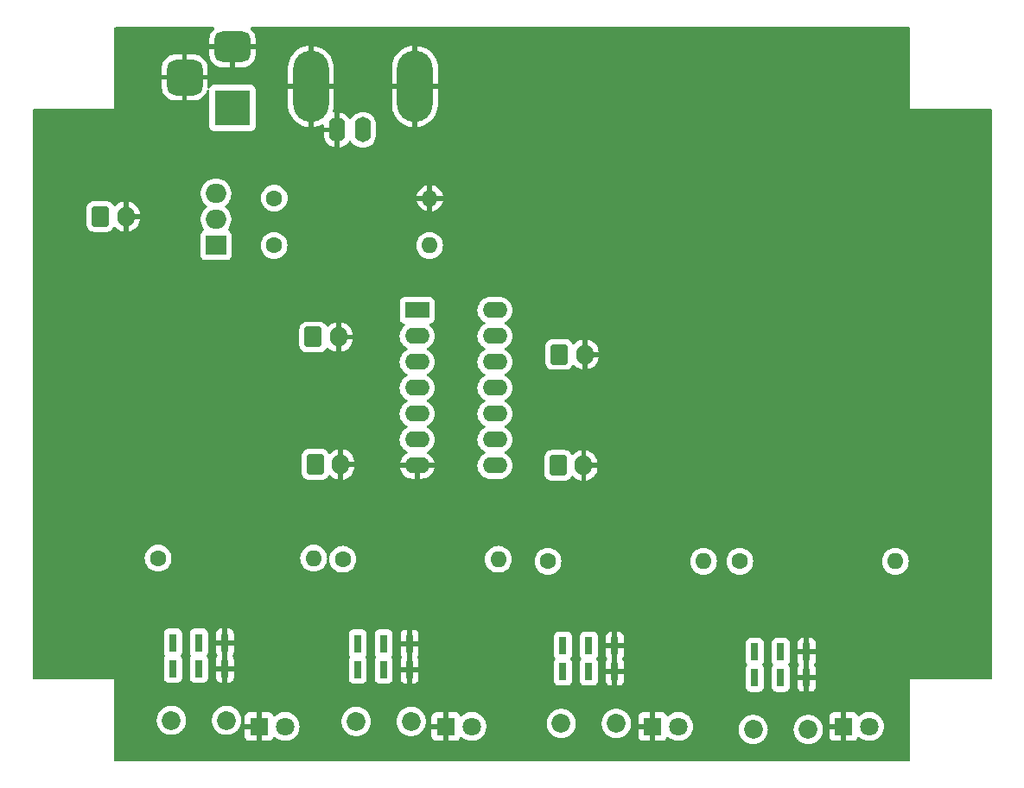
<source format=gbr>
%TF.GenerationSoftware,KiCad,Pcbnew,7.0.6*%
%TF.CreationDate,2023-12-12T17:12:18+00:00*%
%TF.ProjectId,BlankingRelay_Base,426c616e-6b69-46e6-9752-656c61795f42,rev?*%
%TF.SameCoordinates,Original*%
%TF.FileFunction,Copper,L2,Bot*%
%TF.FilePolarity,Positive*%
%FSLAX46Y46*%
G04 Gerber Fmt 4.6, Leading zero omitted, Abs format (unit mm)*
G04 Created by KiCad (PCBNEW 7.0.6) date 2023-12-12 17:12:18*
%MOMM*%
%LPD*%
G01*
G04 APERTURE LIST*
G04 Aperture macros list*
%AMRoundRect*
0 Rectangle with rounded corners*
0 $1 Rounding radius*
0 $2 $3 $4 $5 $6 $7 $8 $9 X,Y pos of 4 corners*
0 Add a 4 corners polygon primitive as box body*
4,1,4,$2,$3,$4,$5,$6,$7,$8,$9,$2,$3,0*
0 Add four circle primitives for the rounded corners*
1,1,$1+$1,$2,$3*
1,1,$1+$1,$4,$5*
1,1,$1+$1,$6,$7*
1,1,$1+$1,$8,$9*
0 Add four rect primitives between the rounded corners*
20,1,$1+$1,$2,$3,$4,$5,0*
20,1,$1+$1,$4,$5,$6,$7,0*
20,1,$1+$1,$6,$7,$8,$9,0*
20,1,$1+$1,$8,$9,$2,$3,0*%
G04 Aperture macros list end*
%TA.AperFunction,ComponentPad*%
%ADD10C,1.600000*%
%TD*%
%TA.AperFunction,ComponentPad*%
%ADD11O,1.600000X1.600000*%
%TD*%
%TA.AperFunction,ComponentPad*%
%ADD12R,1.800000X1.800000*%
%TD*%
%TA.AperFunction,ComponentPad*%
%ADD13C,1.800000*%
%TD*%
%TA.AperFunction,ComponentPad*%
%ADD14O,1.600200X2.499360*%
%TD*%
%TA.AperFunction,ComponentPad*%
%ADD15O,3.500120X7.000240*%
%TD*%
%TA.AperFunction,ComponentPad*%
%ADD16R,0.750000X1.750000*%
%TD*%
%TA.AperFunction,ComponentPad*%
%ADD17C,1.850000*%
%TD*%
%TA.AperFunction,ComponentPad*%
%ADD18O,1.700000X2.000000*%
%TD*%
%TA.AperFunction,ComponentPad*%
%ADD19RoundRect,0.250000X-0.600000X-0.750000X0.600000X-0.750000X0.600000X0.750000X-0.600000X0.750000X0*%
%TD*%
%TA.AperFunction,ComponentPad*%
%ADD20R,2.400000X1.600000*%
%TD*%
%TA.AperFunction,ComponentPad*%
%ADD21O,2.400000X1.600000*%
%TD*%
%TA.AperFunction,ComponentPad*%
%ADD22R,3.500000X3.500000*%
%TD*%
%TA.AperFunction,ComponentPad*%
%ADD23RoundRect,0.750000X-1.000000X0.750000X-1.000000X-0.750000X1.000000X-0.750000X1.000000X0.750000X0*%
%TD*%
%TA.AperFunction,ComponentPad*%
%ADD24RoundRect,0.875000X-0.875000X0.875000X-0.875000X-0.875000X0.875000X-0.875000X0.875000X0.875000X0*%
%TD*%
%TA.AperFunction,ComponentPad*%
%ADD25R,2.000000X1.905000*%
%TD*%
%TA.AperFunction,ComponentPad*%
%ADD26O,2.000000X1.905000*%
%TD*%
G04 APERTURE END LIST*
D10*
%TO.P,R2,1*%
%TO.N,Net-(R2-Pad1)*%
X61400000Y-129200000D03*
D11*
%TO.P,R2,2*%
%TO.N,Net-(D2-A)*%
X76640000Y-129200000D03*
%TD*%
D12*
%TO.P,D2,1,K*%
%TO.N,GNDREF*%
X71500000Y-145600000D03*
D13*
%TO.P,D2,2,A*%
%TO.N,Net-(D2-A)*%
X74040000Y-145600000D03*
%TD*%
D10*
%TO.P,R99,1*%
%TO.N,Net-(U0-ADJ)*%
X54686000Y-93780000D03*
D11*
%TO.P,R99,2*%
%TO.N,GNDREF*%
X69926000Y-93780000D03*
%TD*%
D14*
%TO.P,J2,1,In*%
%TO.N,Blanking_In*%
X63360000Y-87081050D03*
D15*
%TO.P,J2,2,Ext*%
%TO.N,GNDREF*%
X58262220Y-82816390D03*
D14*
X60860640Y-87081050D03*
D15*
X68460320Y-82816390D03*
%TD*%
D16*
%TO.P,SW2,1,A*%
%TO.N,5V*%
X62860000Y-137480000D03*
%TO.P,SW2,2,B*%
%TO.N,On_2*%
X65400000Y-137480000D03*
%TO.P,SW2,3,C*%
%TO.N,GNDREF*%
X67940000Y-137480000D03*
%TO.P,SW2,4,A*%
%TO.N,5V*%
X62860000Y-140020000D03*
%TO.P,SW2,5,B*%
%TO.N,Net-(R2-Pad1)*%
X65400000Y-140020000D03*
%TO.P,SW2,6,C*%
%TO.N,GNDREF*%
X67940000Y-140020000D03*
D17*
%TO.P,SW2,7*%
%TO.N,N/C*%
X62700000Y-145100000D03*
%TO.P,SW2,8*%
X68100000Y-145100000D03*
%TD*%
D16*
%TO.P,SW4,1,A*%
%TO.N,5V*%
X101760000Y-138280000D03*
%TO.P,SW4,2,B*%
%TO.N,On_4*%
X104300000Y-138280000D03*
%TO.P,SW4,3,C*%
%TO.N,GNDREF*%
X106840000Y-138280000D03*
%TO.P,SW4,4,A*%
%TO.N,5V*%
X101760000Y-140820000D03*
%TO.P,SW4,5,B*%
%TO.N,Net-(R4-Pad1)*%
X104300000Y-140820000D03*
%TO.P,SW4,6,C*%
%TO.N,GNDREF*%
X106840000Y-140820000D03*
D17*
%TO.P,SW4,7*%
%TO.N,N/C*%
X101600000Y-145900000D03*
%TO.P,SW4,8*%
X107000000Y-145900000D03*
%TD*%
D10*
%TO.P,R98,1*%
%TO.N,Net-(U0-ADJ)*%
X54660000Y-98420000D03*
D11*
%TO.P,R98,2*%
%TO.N,5V*%
X69900000Y-98420000D03*
%TD*%
D16*
%TO.P,SW3,1,A*%
%TO.N,5V*%
X82960000Y-137680000D03*
%TO.P,SW3,2,B*%
%TO.N,On_3*%
X85500000Y-137680000D03*
%TO.P,SW3,3,C*%
%TO.N,GNDREF*%
X88040000Y-137680000D03*
%TO.P,SW3,4,A*%
%TO.N,5V*%
X82960000Y-140220000D03*
%TO.P,SW3,5,B*%
%TO.N,Net-(R3-Pad1)*%
X85500000Y-140220000D03*
%TO.P,SW3,6,C*%
%TO.N,GNDREF*%
X88040000Y-140220000D03*
D17*
%TO.P,SW3,7*%
%TO.N,N/C*%
X82800000Y-145300000D03*
%TO.P,SW3,8*%
X88200000Y-145300000D03*
%TD*%
D18*
%TO.P,J6,2,Pin_2*%
%TO.N,GNDREF*%
X85100000Y-109100000D03*
D19*
%TO.P,J6,1,Pin_1*%
%TO.N,Net-(J6-Pin_1)*%
X82600000Y-109100000D03*
%TD*%
D10*
%TO.P,R4,1*%
%TO.N,Net-(R4-Pad1)*%
X100300000Y-129400000D03*
D11*
%TO.P,R4,2*%
%TO.N,Net-(D4-A)*%
X115540000Y-129400000D03*
%TD*%
D20*
%TO.P,U1,1*%
%TO.N,On_1*%
X68680000Y-104760000D03*
D21*
%TO.P,U1,2*%
%TO.N,Blanking_In*%
X68680000Y-107300000D03*
%TO.P,U1,3*%
%TO.N,Net-(J3-Pin_1)*%
X68680000Y-109840000D03*
%TO.P,U1,4*%
%TO.N,On_2*%
X68680000Y-112380000D03*
%TO.P,U1,5*%
%TO.N,Blanking_In*%
X68680000Y-114920000D03*
%TO.P,U1,6*%
%TO.N,Net-(J4-Pin_1)*%
X68680000Y-117460000D03*
%TO.P,U1,7,GND*%
%TO.N,GNDREF*%
X68680000Y-120000000D03*
%TO.P,U1,8*%
%TO.N,Net-(J5-Pin_1)*%
X76300000Y-120000000D03*
%TO.P,U1,9*%
%TO.N,On_4*%
X76300000Y-117460000D03*
%TO.P,U1,10*%
%TO.N,Blanking_In*%
X76300000Y-114920000D03*
%TO.P,U1,11*%
%TO.N,Net-(J6-Pin_1)*%
X76300000Y-112380000D03*
%TO.P,U1,12*%
%TO.N,On_3*%
X76300000Y-109840000D03*
%TO.P,U1,13*%
%TO.N,Blanking_In*%
X76300000Y-107300000D03*
%TO.P,U1,14,VCC*%
%TO.N,5V*%
X76300000Y-104760000D03*
%TD*%
D10*
%TO.P,R3,1*%
%TO.N,Net-(R3-Pad1)*%
X81500000Y-129400000D03*
D11*
%TO.P,R3,2*%
%TO.N,Net-(D3-A)*%
X96740000Y-129400000D03*
%TD*%
D12*
%TO.P,D1,1,K*%
%TO.N,GNDREF*%
X53200000Y-145600000D03*
D13*
%TO.P,D1,2,A*%
%TO.N,Net-(D1-A)*%
X55740000Y-145600000D03*
%TD*%
D16*
%TO.P,SW1,1,A*%
%TO.N,5V*%
X44760000Y-137380000D03*
%TO.P,SW1,2,B*%
%TO.N,On_1*%
X47300000Y-137380000D03*
%TO.P,SW1,3,C*%
%TO.N,GNDREF*%
X49840000Y-137380000D03*
%TO.P,SW1,4,A*%
%TO.N,5V*%
X44760000Y-139920000D03*
%TO.P,SW1,5,B*%
%TO.N,Net-(R1-Pad1)*%
X47300000Y-139920000D03*
%TO.P,SW1,6,C*%
%TO.N,GNDREF*%
X49840000Y-139920000D03*
D17*
%TO.P,SW1,7*%
%TO.N,N/C*%
X44600000Y-145000000D03*
%TO.P,SW1,8*%
X50000000Y-145000000D03*
%TD*%
D19*
%TO.P,J7,1,Pin_1*%
%TO.N,5V*%
X37650000Y-95575000D03*
D18*
%TO.P,J7,2,Pin_2*%
%TO.N,GNDREF*%
X40150000Y-95575000D03*
%TD*%
D22*
%TO.P,J1,1*%
%TO.N,+9V*%
X50587500Y-84920000D03*
D23*
%TO.P,J1,2*%
%TO.N,GNDREF*%
X50587500Y-78920000D03*
D24*
%TO.P,J1,3*%
X45887500Y-81920000D03*
%TD*%
D19*
%TO.P,J3,1,Pin_1*%
%TO.N,Net-(J3-Pin_1)*%
X58500000Y-107400000D03*
D18*
%TO.P,J3,2,Pin_2*%
%TO.N,GNDREF*%
X61000000Y-107400000D03*
%TD*%
D12*
%TO.P,D4,1,K*%
%TO.N,GNDREF*%
X110460000Y-145600000D03*
D13*
%TO.P,D4,2,A*%
%TO.N,Net-(D4-A)*%
X113000000Y-145600000D03*
%TD*%
D12*
%TO.P,D3,1,K*%
%TO.N,GNDREF*%
X91760000Y-145600000D03*
D13*
%TO.P,D3,2,A*%
%TO.N,Net-(D3-A)*%
X94300000Y-145600000D03*
%TD*%
D18*
%TO.P,J4,2,Pin_2*%
%TO.N,GNDREF*%
X61200000Y-119900000D03*
D19*
%TO.P,J4,1,Pin_1*%
%TO.N,Net-(J4-Pin_1)*%
X58700000Y-119900000D03*
%TD*%
D25*
%TO.P,U0,1,ADJ*%
%TO.N,Net-(U0-ADJ)*%
X48975000Y-98390000D03*
D26*
%TO.P,U0,2,VO*%
%TO.N,5V*%
X48975000Y-95850000D03*
%TO.P,U0,3,VI*%
%TO.N,+9V*%
X48975000Y-93310000D03*
%TD*%
D19*
%TO.P,J5,1,Pin_1*%
%TO.N,Net-(J5-Pin_1)*%
X82500000Y-120000000D03*
D18*
%TO.P,J5,2,Pin_2*%
%TO.N,GNDREF*%
X85000000Y-120000000D03*
%TD*%
D10*
%TO.P,R1,1*%
%TO.N,Net-(R1-Pad1)*%
X43300000Y-129100000D03*
D11*
%TO.P,R1,2*%
%TO.N,Net-(D1-A)*%
X58540000Y-129100000D03*
%TD*%
%TA.AperFunction,Conductor*%
%TO.N,GNDREF*%
G36*
X107090000Y-140199163D02*
G01*
X107038264Y-140121736D01*
X106947300Y-140060955D01*
X106840000Y-140039612D01*
X106732700Y-140060955D01*
X106641736Y-140121736D01*
X106589999Y-140199163D01*
X106589999Y-138900836D01*
X106641736Y-138978264D01*
X106732700Y-139039045D01*
X106840000Y-139060388D01*
X106947300Y-139039045D01*
X107038264Y-138978264D01*
X107090000Y-138900836D01*
X107090000Y-140199163D01*
G37*
%TD.AperFunction*%
%TA.AperFunction,Conductor*%
G36*
X88290000Y-139599163D02*
G01*
X88238264Y-139521736D01*
X88147300Y-139460955D01*
X88040000Y-139439612D01*
X87932700Y-139460955D01*
X87841736Y-139521736D01*
X87789999Y-139599163D01*
X87789999Y-138300836D01*
X87841736Y-138378264D01*
X87932700Y-138439045D01*
X88040000Y-138460388D01*
X88147300Y-138439045D01*
X88238264Y-138378264D01*
X88290000Y-138300836D01*
X88290000Y-139599163D01*
G37*
%TD.AperFunction*%
%TA.AperFunction,Conductor*%
G36*
X68190000Y-139399163D02*
G01*
X68138264Y-139321736D01*
X68047300Y-139260955D01*
X67940000Y-139239612D01*
X67832700Y-139260955D01*
X67741736Y-139321736D01*
X67690000Y-139399163D01*
X67690000Y-138100836D01*
X67741736Y-138178264D01*
X67832700Y-138239045D01*
X67940000Y-138260388D01*
X68047300Y-138239045D01*
X68138264Y-138178264D01*
X68190000Y-138100836D01*
X68190000Y-139399163D01*
G37*
%TD.AperFunction*%
%TA.AperFunction,Conductor*%
G36*
X50090000Y-139299163D02*
G01*
X50038264Y-139221736D01*
X49947300Y-139160955D01*
X49840000Y-139139612D01*
X49732700Y-139160955D01*
X49641736Y-139221736D01*
X49590000Y-139299163D01*
X49590000Y-138000836D01*
X49641736Y-138078264D01*
X49732700Y-138139045D01*
X49840000Y-138160388D01*
X49947300Y-138139045D01*
X50038264Y-138078264D01*
X50090000Y-138000836D01*
X50090000Y-139299163D01*
G37*
%TD.AperFunction*%
%TA.AperFunction,Conductor*%
G36*
X48757411Y-77019685D02*
G01*
X48803166Y-77072489D01*
X48813110Y-77141647D01*
X48784085Y-77205203D01*
X48778053Y-77211681D01*
X48624069Y-77365664D01*
X48624059Y-77365676D01*
X48495931Y-77550619D01*
X48495928Y-77550625D01*
X48402877Y-77755480D01*
X48347900Y-77973667D01*
X48337500Y-78105806D01*
X48337500Y-78670000D01*
X49153814Y-78670000D01*
X49128007Y-78710156D01*
X49087500Y-78848111D01*
X49087500Y-78991889D01*
X49128007Y-79129844D01*
X49153814Y-79170000D01*
X48337501Y-79170000D01*
X48337501Y-79734192D01*
X48347900Y-79866332D01*
X48402877Y-80084519D01*
X48495928Y-80289374D01*
X48495931Y-80289380D01*
X48624059Y-80474323D01*
X48624069Y-80474335D01*
X48783164Y-80633430D01*
X48783176Y-80633440D01*
X48968119Y-80761568D01*
X48968125Y-80761571D01*
X49172980Y-80854622D01*
X49391167Y-80909599D01*
X49523307Y-80920000D01*
X50337499Y-80919999D01*
X50337500Y-80919998D01*
X50337500Y-79420000D01*
X50837500Y-79420000D01*
X50837500Y-80919999D01*
X51651692Y-80919999D01*
X51783832Y-80909599D01*
X52002019Y-80854622D01*
X52206874Y-80761571D01*
X52206880Y-80761568D01*
X52391823Y-80633440D01*
X52391835Y-80633430D01*
X52550930Y-80474335D01*
X52550940Y-80474323D01*
X52679068Y-80289380D01*
X52679071Y-80289374D01*
X52772122Y-80084519D01*
X52827099Y-79866332D01*
X52837500Y-79734194D01*
X52837500Y-79170000D01*
X52021186Y-79170000D01*
X52046993Y-79129844D01*
X52087500Y-78991889D01*
X52087500Y-78848111D01*
X52046993Y-78710156D01*
X52021186Y-78670000D01*
X52837499Y-78670000D01*
X52837499Y-78105808D01*
X52827099Y-77973667D01*
X52772122Y-77755480D01*
X52679071Y-77550625D01*
X52679068Y-77550619D01*
X52550940Y-77365676D01*
X52550930Y-77365664D01*
X52396947Y-77211681D01*
X52363462Y-77150358D01*
X52368446Y-77080666D01*
X52410318Y-77024733D01*
X52475782Y-77000316D01*
X52484628Y-77000000D01*
X116876000Y-77000000D01*
X116943039Y-77019685D01*
X116988794Y-77072489D01*
X117000000Y-77124000D01*
X117000000Y-85000000D01*
X124876000Y-85000000D01*
X124943039Y-85019685D01*
X124988794Y-85072489D01*
X125000000Y-85124000D01*
X125000000Y-140876000D01*
X124980315Y-140943039D01*
X124927511Y-140988794D01*
X124876000Y-141000000D01*
X117000000Y-141000000D01*
X117000000Y-148876000D01*
X116980315Y-148943039D01*
X116927511Y-148988794D01*
X116876000Y-149000000D01*
X39124000Y-149000000D01*
X39056961Y-148980315D01*
X39011206Y-148927511D01*
X39000000Y-148876000D01*
X39000000Y-146547844D01*
X51800000Y-146547844D01*
X51806401Y-146607372D01*
X51806403Y-146607379D01*
X51856645Y-146742086D01*
X51856649Y-146742093D01*
X51942809Y-146857187D01*
X51942812Y-146857190D01*
X52057906Y-146943350D01*
X52057913Y-146943354D01*
X52192620Y-146993596D01*
X52192627Y-146993598D01*
X52252155Y-146999999D01*
X52252172Y-147000000D01*
X52950000Y-147000000D01*
X52949999Y-145974189D01*
X53002547Y-146010016D01*
X53132173Y-146050000D01*
X53233724Y-146050000D01*
X53334138Y-146034865D01*
X53450000Y-145979068D01*
X53450000Y-147000000D01*
X54147828Y-147000000D01*
X54147844Y-146999999D01*
X54207372Y-146993598D01*
X54207379Y-146993596D01*
X54342086Y-146943354D01*
X54342093Y-146943350D01*
X54457187Y-146857190D01*
X54457190Y-146857187D01*
X54543350Y-146742093D01*
X54543355Y-146742084D01*
X54568940Y-146673486D01*
X54610810Y-146617552D01*
X54676274Y-146593134D01*
X54744547Y-146607985D01*
X54776349Y-146632832D01*
X54782780Y-146639818D01*
X54966983Y-146783190D01*
X54966985Y-146783191D01*
X54966988Y-146783193D01*
X55044929Y-146825372D01*
X55172273Y-146894287D01*
X55286914Y-146933643D01*
X55393045Y-146970079D01*
X55393047Y-146970079D01*
X55393049Y-146970080D01*
X55623288Y-147008500D01*
X55623289Y-147008500D01*
X55856711Y-147008500D01*
X55856712Y-147008500D01*
X56086951Y-146970080D01*
X56307727Y-146894287D01*
X56513017Y-146783190D01*
X56697220Y-146639818D01*
X56781888Y-146547844D01*
X70100000Y-146547844D01*
X70106401Y-146607372D01*
X70106403Y-146607379D01*
X70156645Y-146742086D01*
X70156649Y-146742093D01*
X70242809Y-146857187D01*
X70242812Y-146857190D01*
X70357906Y-146943350D01*
X70357913Y-146943354D01*
X70492620Y-146993596D01*
X70492627Y-146993598D01*
X70552155Y-146999999D01*
X70552172Y-147000000D01*
X71250000Y-147000000D01*
X71250000Y-145974189D01*
X71302547Y-146010016D01*
X71432173Y-146050000D01*
X71533724Y-146050000D01*
X71634138Y-146034865D01*
X71750000Y-145979068D01*
X71750000Y-147000000D01*
X72447828Y-147000000D01*
X72447844Y-146999999D01*
X72507372Y-146993598D01*
X72507379Y-146993596D01*
X72642086Y-146943354D01*
X72642093Y-146943350D01*
X72757187Y-146857190D01*
X72757190Y-146857187D01*
X72843350Y-146742093D01*
X72843355Y-146742084D01*
X72868940Y-146673486D01*
X72910810Y-146617552D01*
X72976274Y-146593134D01*
X73044547Y-146607985D01*
X73076349Y-146632832D01*
X73082780Y-146639818D01*
X73266983Y-146783190D01*
X73266985Y-146783191D01*
X73266988Y-146783193D01*
X73344929Y-146825372D01*
X73472273Y-146894287D01*
X73586914Y-146933643D01*
X73693045Y-146970079D01*
X73693047Y-146970079D01*
X73693049Y-146970080D01*
X73923288Y-147008500D01*
X73923289Y-147008500D01*
X74156711Y-147008500D01*
X74156712Y-147008500D01*
X74386951Y-146970080D01*
X74607727Y-146894287D01*
X74813017Y-146783190D01*
X74997220Y-146639818D01*
X75155314Y-146468083D01*
X75282984Y-146272669D01*
X75376749Y-146058907D01*
X75434051Y-145832626D01*
X75446316Y-145684609D01*
X75453327Y-145600005D01*
X75453327Y-145599994D01*
X75437737Y-145411858D01*
X75434051Y-145367374D01*
X75416991Y-145300004D01*
X81361587Y-145300004D01*
X81363787Y-145326558D01*
X81365987Y-145353104D01*
X81366288Y-145356728D01*
X81366500Y-145361850D01*
X81366500Y-145418784D01*
X81375869Y-145474936D01*
X81376503Y-145480021D01*
X81381204Y-145536751D01*
X81381205Y-145536758D01*
X81395178Y-145591938D01*
X81396229Y-145596953D01*
X81405602Y-145653110D01*
X81424084Y-145706945D01*
X81425546Y-145711858D01*
X81430769Y-145732481D01*
X81439323Y-145766260D01*
X81439525Y-145767055D01*
X81462392Y-145819185D01*
X81464256Y-145823961D01*
X81482738Y-145877800D01*
X81482739Y-145877802D01*
X81482740Y-145877804D01*
X81487576Y-145886740D01*
X81509837Y-145927875D01*
X81512088Y-145932481D01*
X81534462Y-145983489D01*
X81534954Y-145984609D01*
X81564142Y-146029286D01*
X81566086Y-146032261D01*
X81568709Y-146036663D01*
X81568717Y-146036677D01*
X81592174Y-146080021D01*
X81595811Y-146086740D01*
X81630776Y-146131664D01*
X81633754Y-146135835D01*
X81664888Y-146183489D01*
X81664891Y-146183493D01*
X81703446Y-146225375D01*
X81706759Y-146229287D01*
X81741723Y-146274209D01*
X81783607Y-146312767D01*
X81787231Y-146316391D01*
X81800940Y-146331282D01*
X81825789Y-146358275D01*
X81863864Y-146387910D01*
X81870711Y-146393239D01*
X81874621Y-146396550D01*
X81882920Y-146404190D01*
X81916510Y-146435112D01*
X81964165Y-146466246D01*
X81968337Y-146469225D01*
X81999520Y-146493495D01*
X82013263Y-146504191D01*
X82063326Y-146531284D01*
X82067724Y-146533905D01*
X82089061Y-146547844D01*
X82115391Y-146565046D01*
X82167537Y-146587919D01*
X82172120Y-146590160D01*
X82181063Y-146594999D01*
X82222187Y-146617256D01*
X82222191Y-146617257D01*
X82222196Y-146617260D01*
X82276042Y-146635744D01*
X82280800Y-146637601D01*
X82311526Y-146651079D01*
X82332940Y-146660473D01*
X82332943Y-146660473D01*
X82332948Y-146660476D01*
X82388148Y-146674453D01*
X82393043Y-146675911D01*
X82446890Y-146694398D01*
X82503040Y-146703767D01*
X82508054Y-146704818D01*
X82563245Y-146718795D01*
X82619979Y-146723495D01*
X82625060Y-146724128D01*
X82681217Y-146733500D01*
X82681222Y-146733500D01*
X82918780Y-146733500D01*
X82918783Y-146733500D01*
X82974926Y-146724130D01*
X82980011Y-146723496D01*
X82986551Y-146722954D01*
X83036755Y-146718795D01*
X83091963Y-146704814D01*
X83096949Y-146703769D01*
X83153110Y-146694398D01*
X83206960Y-146675909D01*
X83211852Y-146674453D01*
X83267052Y-146660476D01*
X83319194Y-146637602D01*
X83323947Y-146635747D01*
X83377804Y-146617260D01*
X83427874Y-146590163D01*
X83432460Y-146587919D01*
X83484609Y-146565046D01*
X83510939Y-146547844D01*
X83532275Y-146533905D01*
X83536679Y-146531281D01*
X83544161Y-146527231D01*
X83586737Y-146504191D01*
X83631682Y-146469208D01*
X83635819Y-146466255D01*
X83683492Y-146435110D01*
X83725383Y-146396545D01*
X83729278Y-146393245D01*
X83774211Y-146358275D01*
X83812777Y-146316379D01*
X83816379Y-146312777D01*
X83858275Y-146274211D01*
X83893245Y-146229278D01*
X83896545Y-146225383D01*
X83935110Y-146183492D01*
X83966255Y-146135819D01*
X83969208Y-146131682D01*
X84004191Y-146086737D01*
X84031282Y-146036677D01*
X84033906Y-146032273D01*
X84065043Y-145984613D01*
X84065046Y-145984609D01*
X84087919Y-145932460D01*
X84090163Y-145927874D01*
X84099627Y-145910385D01*
X84117260Y-145877804D01*
X84135747Y-145823947D01*
X84137606Y-145819186D01*
X84160476Y-145767052D01*
X84174453Y-145711852D01*
X84175911Y-145706957D01*
X84183582Y-145684613D01*
X84194398Y-145653110D01*
X84203769Y-145596949D01*
X84204814Y-145591963D01*
X84218795Y-145536755D01*
X84223498Y-145479995D01*
X84224124Y-145474966D01*
X84233500Y-145418783D01*
X84233500Y-145361850D01*
X84233712Y-145356728D01*
X84234013Y-145353104D01*
X84236212Y-145326558D01*
X84238413Y-145300004D01*
X86761587Y-145300004D01*
X86763787Y-145326558D01*
X86765987Y-145353104D01*
X86766288Y-145356728D01*
X86766500Y-145361850D01*
X86766500Y-145418784D01*
X86775869Y-145474936D01*
X86776503Y-145480021D01*
X86781204Y-145536751D01*
X86781205Y-145536758D01*
X86795178Y-145591938D01*
X86796229Y-145596953D01*
X86805602Y-145653110D01*
X86824084Y-145706945D01*
X86825546Y-145711858D01*
X86830769Y-145732481D01*
X86839323Y-145766260D01*
X86839525Y-145767055D01*
X86862392Y-145819185D01*
X86864256Y-145823961D01*
X86882738Y-145877800D01*
X86882739Y-145877802D01*
X86882740Y-145877804D01*
X86887576Y-145886740D01*
X86909837Y-145927875D01*
X86912088Y-145932481D01*
X86934462Y-145983489D01*
X86934954Y-145984609D01*
X86964142Y-146029286D01*
X86966086Y-146032261D01*
X86968709Y-146036663D01*
X86968717Y-146036677D01*
X86992174Y-146080021D01*
X86995811Y-146086740D01*
X87030776Y-146131664D01*
X87033754Y-146135835D01*
X87064888Y-146183489D01*
X87064891Y-146183493D01*
X87103446Y-146225375D01*
X87106759Y-146229287D01*
X87141723Y-146274209D01*
X87183607Y-146312767D01*
X87187231Y-146316391D01*
X87200940Y-146331282D01*
X87225789Y-146358275D01*
X87263864Y-146387910D01*
X87270711Y-146393239D01*
X87274621Y-146396550D01*
X87282920Y-146404190D01*
X87316510Y-146435112D01*
X87364165Y-146466246D01*
X87368337Y-146469225D01*
X87399520Y-146493495D01*
X87413263Y-146504191D01*
X87463326Y-146531284D01*
X87467724Y-146533905D01*
X87489061Y-146547844D01*
X87515391Y-146565046D01*
X87567537Y-146587919D01*
X87572120Y-146590160D01*
X87581063Y-146594999D01*
X87622187Y-146617256D01*
X87622191Y-146617257D01*
X87622196Y-146617260D01*
X87676042Y-146635744D01*
X87680800Y-146637601D01*
X87711526Y-146651079D01*
X87732940Y-146660473D01*
X87732943Y-146660473D01*
X87732948Y-146660476D01*
X87788148Y-146674453D01*
X87793043Y-146675911D01*
X87846890Y-146694398D01*
X87903040Y-146703767D01*
X87908054Y-146704818D01*
X87963245Y-146718795D01*
X88019979Y-146723495D01*
X88025060Y-146724128D01*
X88081217Y-146733500D01*
X88081222Y-146733500D01*
X88318780Y-146733500D01*
X88318783Y-146733500D01*
X88374926Y-146724130D01*
X88380011Y-146723496D01*
X88386551Y-146722954D01*
X88436755Y-146718795D01*
X88491963Y-146704814D01*
X88496949Y-146703769D01*
X88553110Y-146694398D01*
X88606960Y-146675909D01*
X88611852Y-146674453D01*
X88667052Y-146660476D01*
X88719194Y-146637602D01*
X88723947Y-146635747D01*
X88777804Y-146617260D01*
X88827874Y-146590163D01*
X88832460Y-146587919D01*
X88884609Y-146565046D01*
X88910939Y-146547844D01*
X90360000Y-146547844D01*
X90366401Y-146607372D01*
X90366403Y-146607379D01*
X90416645Y-146742086D01*
X90416649Y-146742093D01*
X90502809Y-146857187D01*
X90502812Y-146857190D01*
X90617906Y-146943350D01*
X90617913Y-146943354D01*
X90752620Y-146993596D01*
X90752627Y-146993598D01*
X90812155Y-146999999D01*
X90812172Y-147000000D01*
X91510000Y-147000000D01*
X91510000Y-145974189D01*
X91562547Y-146010016D01*
X91692173Y-146050000D01*
X91793724Y-146050000D01*
X91894138Y-146034865D01*
X92009999Y-145979068D01*
X92009999Y-147000000D01*
X92707828Y-147000000D01*
X92707844Y-146999999D01*
X92767372Y-146993598D01*
X92767379Y-146993596D01*
X92902086Y-146943354D01*
X92902093Y-146943350D01*
X93017187Y-146857190D01*
X93017190Y-146857187D01*
X93103350Y-146742093D01*
X93103355Y-146742084D01*
X93128940Y-146673486D01*
X93170810Y-146617552D01*
X93236274Y-146593134D01*
X93304547Y-146607985D01*
X93336349Y-146632832D01*
X93342780Y-146639818D01*
X93526983Y-146783190D01*
X93526985Y-146783191D01*
X93526988Y-146783193D01*
X93604929Y-146825372D01*
X93732273Y-146894287D01*
X93846914Y-146933643D01*
X93953045Y-146970079D01*
X93953047Y-146970079D01*
X93953049Y-146970080D01*
X94183288Y-147008500D01*
X94183289Y-147008500D01*
X94416711Y-147008500D01*
X94416712Y-147008500D01*
X94646951Y-146970080D01*
X94867727Y-146894287D01*
X95073017Y-146783190D01*
X95257220Y-146639818D01*
X95415314Y-146468083D01*
X95542984Y-146272669D01*
X95636749Y-146058907D01*
X95676990Y-145900000D01*
X100161587Y-145900000D01*
X100164278Y-145932481D01*
X100166288Y-145956728D01*
X100166500Y-145961850D01*
X100166500Y-146018784D01*
X100175869Y-146074936D01*
X100176503Y-146080021D01*
X100181204Y-146136751D01*
X100181205Y-146136758D01*
X100195178Y-146191938D01*
X100196229Y-146196953D01*
X100202397Y-146233906D01*
X100205602Y-146253110D01*
X100223138Y-146304191D01*
X100224084Y-146306945D01*
X100225546Y-146311858D01*
X100239525Y-146367055D01*
X100262392Y-146419185D01*
X100264256Y-146423961D01*
X100282738Y-146477800D01*
X100282739Y-146477802D01*
X100282740Y-146477804D01*
X100304923Y-146518795D01*
X100309837Y-146527875D01*
X100312088Y-146532481D01*
X100326372Y-146565046D01*
X100334954Y-146584609D01*
X100366086Y-146632261D01*
X100368709Y-146636663D01*
X100370417Y-146639818D01*
X100389500Y-146675080D01*
X100395811Y-146686740D01*
X100430776Y-146731664D01*
X100433754Y-146735835D01*
X100464888Y-146783489D01*
X100464891Y-146783493D01*
X100503446Y-146825375D01*
X100506759Y-146829287D01*
X100541723Y-146874209D01*
X100583607Y-146912767D01*
X100587231Y-146916391D01*
X100607463Y-146938367D01*
X100625789Y-146958275D01*
X100665277Y-146989009D01*
X100670711Y-146993239D01*
X100674623Y-146996552D01*
X100716510Y-147035112D01*
X100764165Y-147066246D01*
X100768337Y-147069225D01*
X100799520Y-147093495D01*
X100813263Y-147104191D01*
X100813264Y-147104192D01*
X100840151Y-147118742D01*
X100863330Y-147131286D01*
X100867725Y-147133905D01*
X100915391Y-147165046D01*
X100967537Y-147187919D01*
X100972120Y-147190160D01*
X100981063Y-147194999D01*
X101022187Y-147217256D01*
X101022191Y-147217257D01*
X101022196Y-147217260D01*
X101076042Y-147235744D01*
X101080800Y-147237601D01*
X101111526Y-147251079D01*
X101132940Y-147260473D01*
X101132943Y-147260473D01*
X101132948Y-147260476D01*
X101188148Y-147274453D01*
X101193043Y-147275911D01*
X101246890Y-147294398D01*
X101303040Y-147303767D01*
X101308054Y-147304818D01*
X101363245Y-147318795D01*
X101419979Y-147323495D01*
X101425060Y-147324128D01*
X101481217Y-147333500D01*
X101481222Y-147333500D01*
X101718780Y-147333500D01*
X101718783Y-147333500D01*
X101774926Y-147324130D01*
X101780011Y-147323496D01*
X101786551Y-147322954D01*
X101836755Y-147318795D01*
X101891963Y-147304814D01*
X101896949Y-147303769D01*
X101953110Y-147294398D01*
X102006960Y-147275909D01*
X102011852Y-147274453D01*
X102067052Y-147260476D01*
X102119194Y-147237602D01*
X102123947Y-147235747D01*
X102177804Y-147217260D01*
X102227874Y-147190163D01*
X102232460Y-147187919D01*
X102284609Y-147165046D01*
X102304150Y-147152278D01*
X102332273Y-147133906D01*
X102336677Y-147131282D01*
X102341435Y-147128706D01*
X102386737Y-147104191D01*
X102431682Y-147069208D01*
X102435819Y-147066255D01*
X102483492Y-147035110D01*
X102525383Y-146996545D01*
X102529278Y-146993245D01*
X102574211Y-146958275D01*
X102612777Y-146916379D01*
X102616379Y-146912777D01*
X102658275Y-146874211D01*
X102693245Y-146829278D01*
X102696545Y-146825383D01*
X102735110Y-146783492D01*
X102766255Y-146735819D01*
X102769208Y-146731682D01*
X102804191Y-146686737D01*
X102831282Y-146636677D01*
X102833906Y-146632273D01*
X102861418Y-146590162D01*
X102865046Y-146584609D01*
X102887919Y-146532460D01*
X102890163Y-146527874D01*
X102908279Y-146494399D01*
X102917260Y-146477804D01*
X102935747Y-146423947D01*
X102937606Y-146419186D01*
X102960476Y-146367052D01*
X102974453Y-146311852D01*
X102975911Y-146306957D01*
X102982450Y-146287910D01*
X102994398Y-146253110D01*
X103003769Y-146196949D01*
X103004814Y-146191963D01*
X103018795Y-146136755D01*
X103023498Y-146079995D01*
X103024124Y-146074966D01*
X103033500Y-146018783D01*
X103033500Y-145961850D01*
X103033712Y-145956728D01*
X103035722Y-145932481D01*
X103038413Y-145900000D01*
X105561587Y-145900000D01*
X105564278Y-145932481D01*
X105566288Y-145956728D01*
X105566500Y-145961850D01*
X105566500Y-146018784D01*
X105575869Y-146074936D01*
X105576503Y-146080021D01*
X105581204Y-146136751D01*
X105581205Y-146136758D01*
X105595178Y-146191938D01*
X105596229Y-146196953D01*
X105602397Y-146233906D01*
X105605602Y-146253110D01*
X105623138Y-146304191D01*
X105624084Y-146306945D01*
X105625546Y-146311858D01*
X105639525Y-146367055D01*
X105662392Y-146419185D01*
X105664256Y-146423961D01*
X105682738Y-146477800D01*
X105682739Y-146477802D01*
X105682740Y-146477804D01*
X105704923Y-146518795D01*
X105709837Y-146527875D01*
X105712088Y-146532481D01*
X105726372Y-146565046D01*
X105734954Y-146584609D01*
X105766086Y-146632261D01*
X105768709Y-146636663D01*
X105770417Y-146639818D01*
X105789500Y-146675080D01*
X105795811Y-146686740D01*
X105830776Y-146731664D01*
X105833754Y-146735835D01*
X105864888Y-146783489D01*
X105864891Y-146783493D01*
X105903446Y-146825375D01*
X105906759Y-146829287D01*
X105941723Y-146874209D01*
X105983607Y-146912767D01*
X105987231Y-146916391D01*
X106007463Y-146938367D01*
X106025789Y-146958275D01*
X106065277Y-146989009D01*
X106070711Y-146993239D01*
X106074623Y-146996552D01*
X106116510Y-147035112D01*
X106164165Y-147066246D01*
X106168337Y-147069225D01*
X106199520Y-147093495D01*
X106213263Y-147104191D01*
X106213264Y-147104192D01*
X106240151Y-147118742D01*
X106263330Y-147131286D01*
X106267725Y-147133905D01*
X106315391Y-147165046D01*
X106367537Y-147187919D01*
X106372120Y-147190160D01*
X106381063Y-147194999D01*
X106422187Y-147217256D01*
X106422191Y-147217257D01*
X106422196Y-147217260D01*
X106476042Y-147235744D01*
X106480800Y-147237601D01*
X106511526Y-147251079D01*
X106532940Y-147260473D01*
X106532943Y-147260473D01*
X106532948Y-147260476D01*
X106588148Y-147274453D01*
X106593043Y-147275911D01*
X106646890Y-147294398D01*
X106703040Y-147303767D01*
X106708054Y-147304818D01*
X106763245Y-147318795D01*
X106819979Y-147323495D01*
X106825060Y-147324128D01*
X106881217Y-147333500D01*
X106881222Y-147333500D01*
X107118780Y-147333500D01*
X107118783Y-147333500D01*
X107174926Y-147324130D01*
X107180011Y-147323496D01*
X107186551Y-147322954D01*
X107236755Y-147318795D01*
X107291963Y-147304814D01*
X107296949Y-147303769D01*
X107353110Y-147294398D01*
X107406960Y-147275909D01*
X107411852Y-147274453D01*
X107467052Y-147260476D01*
X107519194Y-147237602D01*
X107523947Y-147235747D01*
X107577804Y-147217260D01*
X107627874Y-147190163D01*
X107632460Y-147187919D01*
X107684609Y-147165046D01*
X107704150Y-147152278D01*
X107732273Y-147133906D01*
X107736677Y-147131282D01*
X107741435Y-147128706D01*
X107786737Y-147104191D01*
X107831682Y-147069208D01*
X107835819Y-147066255D01*
X107883492Y-147035110D01*
X107925383Y-146996545D01*
X107929278Y-146993245D01*
X107974211Y-146958275D01*
X108012777Y-146916379D01*
X108016379Y-146912777D01*
X108058275Y-146874211D01*
X108093245Y-146829278D01*
X108096545Y-146825383D01*
X108135110Y-146783492D01*
X108166255Y-146735819D01*
X108169208Y-146731682D01*
X108204191Y-146686737D01*
X108231282Y-146636677D01*
X108233906Y-146632273D01*
X108261418Y-146590162D01*
X108265046Y-146584609D01*
X108281171Y-146547844D01*
X109060000Y-146547844D01*
X109066401Y-146607372D01*
X109066403Y-146607379D01*
X109116645Y-146742086D01*
X109116649Y-146742093D01*
X109202809Y-146857187D01*
X109202812Y-146857190D01*
X109317906Y-146943350D01*
X109317913Y-146943354D01*
X109452620Y-146993596D01*
X109452627Y-146993598D01*
X109512155Y-146999999D01*
X109512172Y-147000000D01*
X110209999Y-147000000D01*
X110209999Y-145974189D01*
X110262547Y-146010016D01*
X110392173Y-146050000D01*
X110493724Y-146050000D01*
X110594138Y-146034865D01*
X110710000Y-145979068D01*
X110710000Y-147000000D01*
X111407828Y-147000000D01*
X111407844Y-146999999D01*
X111467372Y-146993598D01*
X111467379Y-146993596D01*
X111602086Y-146943354D01*
X111602093Y-146943350D01*
X111717187Y-146857190D01*
X111717190Y-146857187D01*
X111803350Y-146742093D01*
X111803355Y-146742084D01*
X111828940Y-146673486D01*
X111870810Y-146617552D01*
X111936274Y-146593134D01*
X112004547Y-146607985D01*
X112036349Y-146632832D01*
X112042780Y-146639818D01*
X112226983Y-146783190D01*
X112226985Y-146783191D01*
X112226988Y-146783193D01*
X112304929Y-146825372D01*
X112432273Y-146894287D01*
X112546914Y-146933643D01*
X112653045Y-146970079D01*
X112653047Y-146970079D01*
X112653049Y-146970080D01*
X112883288Y-147008500D01*
X112883289Y-147008500D01*
X113116711Y-147008500D01*
X113116712Y-147008500D01*
X113346951Y-146970080D01*
X113567727Y-146894287D01*
X113773017Y-146783190D01*
X113957220Y-146639818D01*
X114115314Y-146468083D01*
X114242984Y-146272669D01*
X114336749Y-146058907D01*
X114394051Y-145832626D01*
X114413327Y-145600000D01*
X114394051Y-145367374D01*
X114336749Y-145141093D01*
X114242984Y-144927331D01*
X114181321Y-144832948D01*
X114115313Y-144731915D01*
X113957223Y-144560185D01*
X113957222Y-144560184D01*
X113957220Y-144560182D01*
X113773017Y-144416810D01*
X113773015Y-144416809D01*
X113773014Y-144416808D01*
X113773011Y-144416806D01*
X113567733Y-144305716D01*
X113567730Y-144305715D01*
X113567727Y-144305713D01*
X113567721Y-144305711D01*
X113567719Y-144305710D01*
X113346954Y-144229920D01*
X113167650Y-144200000D01*
X113116712Y-144191500D01*
X112883288Y-144191500D01*
X112837240Y-144199183D01*
X112653045Y-144229920D01*
X112432280Y-144305710D01*
X112432266Y-144305716D01*
X112226988Y-144416806D01*
X112226985Y-144416808D01*
X112042781Y-144560181D01*
X112042776Y-144560185D01*
X112036346Y-144567170D01*
X111976457Y-144603157D01*
X111906619Y-144601052D01*
X111849005Y-144561524D01*
X111828940Y-144526513D01*
X111803355Y-144457915D01*
X111803350Y-144457906D01*
X111717190Y-144342812D01*
X111717187Y-144342809D01*
X111602093Y-144256649D01*
X111602086Y-144256645D01*
X111467379Y-144206403D01*
X111467372Y-144206401D01*
X111407844Y-144200000D01*
X110710000Y-144200000D01*
X110710000Y-145225810D01*
X110657453Y-145189984D01*
X110527827Y-145150000D01*
X110426276Y-145150000D01*
X110325862Y-145165135D01*
X110209999Y-145220932D01*
X110210000Y-144200000D01*
X109512155Y-144200000D01*
X109452627Y-144206401D01*
X109452620Y-144206403D01*
X109317913Y-144256645D01*
X109317906Y-144256649D01*
X109202812Y-144342809D01*
X109202809Y-144342812D01*
X109116649Y-144457906D01*
X109116645Y-144457913D01*
X109066403Y-144592620D01*
X109066401Y-144592627D01*
X109060000Y-144652155D01*
X109060000Y-145350000D01*
X110084722Y-145350000D01*
X110036375Y-145433740D01*
X110006190Y-145565992D01*
X110016327Y-145701265D01*
X110065887Y-145827541D01*
X110083797Y-145850000D01*
X109060000Y-145850000D01*
X109060000Y-146547844D01*
X108281171Y-146547844D01*
X108287919Y-146532460D01*
X108290163Y-146527874D01*
X108308279Y-146494399D01*
X108317260Y-146477804D01*
X108335747Y-146423947D01*
X108337606Y-146419186D01*
X108360476Y-146367052D01*
X108374453Y-146311852D01*
X108375911Y-146306957D01*
X108382450Y-146287910D01*
X108394398Y-146253110D01*
X108403769Y-146196949D01*
X108404814Y-146191963D01*
X108418795Y-146136755D01*
X108423498Y-146079995D01*
X108424124Y-146074966D01*
X108433500Y-146018783D01*
X108433500Y-145961850D01*
X108433712Y-145956728D01*
X108435722Y-145932481D01*
X108438413Y-145900000D01*
X108437314Y-145886740D01*
X108433712Y-145843270D01*
X108433500Y-145838147D01*
X108433500Y-145781217D01*
X108425690Y-145734415D01*
X108424128Y-145725055D01*
X108423496Y-145719980D01*
X108418795Y-145663245D01*
X108404818Y-145608054D01*
X108403767Y-145603037D01*
X108402330Y-145594428D01*
X108394398Y-145546890D01*
X108375911Y-145493043D01*
X108374453Y-145488148D01*
X108360476Y-145432948D01*
X108360473Y-145432943D01*
X108360473Y-145432940D01*
X108349075Y-145406957D01*
X108337601Y-145380800D01*
X108335743Y-145376038D01*
X108335742Y-145376035D01*
X108317260Y-145322196D01*
X108317256Y-145322188D01*
X108317256Y-145322187D01*
X108294436Y-145280021D01*
X108290160Y-145272120D01*
X108287919Y-145267537D01*
X108265046Y-145215391D01*
X108233905Y-145167725D01*
X108231282Y-145163323D01*
X108204192Y-145113264D01*
X108204189Y-145113261D01*
X108169225Y-145068337D01*
X108166246Y-145064165D01*
X108135112Y-145016510D01*
X108096552Y-144974623D01*
X108093239Y-144970711D01*
X108074698Y-144946890D01*
X108058275Y-144925789D01*
X108022720Y-144893058D01*
X108016391Y-144887231D01*
X108012767Y-144883607D01*
X107974209Y-144841723D01*
X107929287Y-144806759D01*
X107925375Y-144803446D01*
X107883493Y-144764891D01*
X107883489Y-144764888D01*
X107835835Y-144733754D01*
X107831664Y-144730776D01*
X107786740Y-144695811D01*
X107786738Y-144695810D01*
X107786737Y-144695809D01*
X107767213Y-144685243D01*
X107736663Y-144668709D01*
X107732261Y-144666086D01*
X107684609Y-144634954D01*
X107684606Y-144634952D01*
X107684605Y-144634952D01*
X107684603Y-144634951D01*
X107632481Y-144612088D01*
X107627875Y-144609837D01*
X107627866Y-144609832D01*
X107577804Y-144582740D01*
X107577802Y-144582739D01*
X107577800Y-144582738D01*
X107523961Y-144564256D01*
X107519185Y-144562392D01*
X107467055Y-144539525D01*
X107467053Y-144539524D01*
X107467052Y-144539524D01*
X107456526Y-144536858D01*
X107411858Y-144525546D01*
X107406950Y-144524085D01*
X107353110Y-144505602D01*
X107353098Y-144505600D01*
X107296953Y-144496229D01*
X107291939Y-144495178D01*
X107236759Y-144481205D01*
X107215283Y-144479425D01*
X107180013Y-144476503D01*
X107174940Y-144475871D01*
X107118783Y-144466500D01*
X106881217Y-144466500D01*
X106881215Y-144466500D01*
X106825059Y-144475870D01*
X106819974Y-144476504D01*
X106763246Y-144481204D01*
X106763245Y-144481204D01*
X106708063Y-144495178D01*
X106703048Y-144496229D01*
X106646895Y-144505600D01*
X106646884Y-144505603D01*
X106593058Y-144524082D01*
X106588147Y-144525544D01*
X106532949Y-144539523D01*
X106485855Y-144560181D01*
X106480815Y-144562392D01*
X106480810Y-144562394D01*
X106476035Y-144564257D01*
X106422200Y-144582738D01*
X106422188Y-144582744D01*
X106372131Y-144609832D01*
X106367529Y-144612082D01*
X106315391Y-144634953D01*
X106315382Y-144634958D01*
X106267738Y-144666085D01*
X106263338Y-144668707D01*
X106213269Y-144695804D01*
X106213261Y-144695810D01*
X106168336Y-144730774D01*
X106164168Y-144733750D01*
X106116513Y-144764885D01*
X106116508Y-144764889D01*
X106074620Y-144803449D01*
X106070710Y-144806760D01*
X106025788Y-144841725D01*
X105987231Y-144883608D01*
X105983608Y-144887231D01*
X105941725Y-144925788D01*
X105906760Y-144970710D01*
X105903449Y-144974620D01*
X105864889Y-145016508D01*
X105864885Y-145016513D01*
X105833750Y-145064168D01*
X105830774Y-145068336D01*
X105795810Y-145113261D01*
X105795804Y-145113269D01*
X105768707Y-145163338D01*
X105766085Y-145167738D01*
X105734958Y-145215382D01*
X105734953Y-145215391D01*
X105712082Y-145267529D01*
X105709832Y-145272131D01*
X105682744Y-145322188D01*
X105682738Y-145322200D01*
X105664257Y-145376035D01*
X105662394Y-145380810D01*
X105639523Y-145432949D01*
X105625544Y-145488147D01*
X105624082Y-145493058D01*
X105605603Y-145546884D01*
X105605600Y-145546895D01*
X105596229Y-145603048D01*
X105595178Y-145608063D01*
X105581206Y-145663239D01*
X105581203Y-145663253D01*
X105576503Y-145719980D01*
X105575869Y-145725065D01*
X105566500Y-145781216D01*
X105566500Y-145838147D01*
X105566288Y-145843270D01*
X105562686Y-145886740D01*
X105561587Y-145900000D01*
X103038413Y-145900000D01*
X103037314Y-145886740D01*
X103033712Y-145843270D01*
X103033500Y-145838147D01*
X103033500Y-145781217D01*
X103025690Y-145734415D01*
X103024128Y-145725055D01*
X103023496Y-145719980D01*
X103018795Y-145663245D01*
X103004818Y-145608054D01*
X103003767Y-145603037D01*
X103002330Y-145594428D01*
X102994398Y-145546890D01*
X102975911Y-145493043D01*
X102974453Y-145488148D01*
X102960476Y-145432948D01*
X102960473Y-145432943D01*
X102960473Y-145432940D01*
X102949075Y-145406957D01*
X102937601Y-145380800D01*
X102935743Y-145376038D01*
X102935742Y-145376035D01*
X102917260Y-145322196D01*
X102917256Y-145322188D01*
X102917256Y-145322187D01*
X102894436Y-145280021D01*
X102890160Y-145272120D01*
X102887919Y-145267537D01*
X102865046Y-145215391D01*
X102833905Y-145167725D01*
X102831282Y-145163323D01*
X102804192Y-145113264D01*
X102804189Y-145113261D01*
X102769225Y-145068337D01*
X102766246Y-145064165D01*
X102735112Y-145016510D01*
X102696552Y-144974623D01*
X102693239Y-144970711D01*
X102674698Y-144946890D01*
X102658275Y-144925789D01*
X102622720Y-144893058D01*
X102616391Y-144887231D01*
X102612767Y-144883607D01*
X102574209Y-144841723D01*
X102529287Y-144806759D01*
X102525375Y-144803446D01*
X102483493Y-144764891D01*
X102483489Y-144764888D01*
X102435835Y-144733754D01*
X102431664Y-144730776D01*
X102386740Y-144695811D01*
X102386738Y-144695810D01*
X102386737Y-144695809D01*
X102367213Y-144685243D01*
X102336663Y-144668709D01*
X102332261Y-144666086D01*
X102284609Y-144634954D01*
X102284606Y-144634952D01*
X102284605Y-144634952D01*
X102284603Y-144634951D01*
X102232481Y-144612088D01*
X102227875Y-144609837D01*
X102227866Y-144609832D01*
X102177804Y-144582740D01*
X102177802Y-144582739D01*
X102177800Y-144582738D01*
X102123961Y-144564256D01*
X102119185Y-144562392D01*
X102067055Y-144539525D01*
X102067053Y-144539524D01*
X102067052Y-144539524D01*
X102056526Y-144536858D01*
X102011858Y-144525546D01*
X102006950Y-144524085D01*
X101953110Y-144505602D01*
X101953098Y-144505600D01*
X101896953Y-144496229D01*
X101891939Y-144495178D01*
X101836759Y-144481205D01*
X101815283Y-144479425D01*
X101780013Y-144476503D01*
X101774940Y-144475871D01*
X101718783Y-144466500D01*
X101481217Y-144466500D01*
X101481215Y-144466500D01*
X101425059Y-144475870D01*
X101419974Y-144476504D01*
X101363246Y-144481204D01*
X101363245Y-144481204D01*
X101308063Y-144495178D01*
X101303048Y-144496229D01*
X101246895Y-144505600D01*
X101246884Y-144505603D01*
X101193058Y-144524082D01*
X101188147Y-144525544D01*
X101132949Y-144539523D01*
X101085855Y-144560181D01*
X101080815Y-144562392D01*
X101080810Y-144562394D01*
X101076035Y-144564257D01*
X101022200Y-144582738D01*
X101022188Y-144582744D01*
X100972131Y-144609832D01*
X100967529Y-144612082D01*
X100915391Y-144634953D01*
X100915382Y-144634958D01*
X100867738Y-144666085D01*
X100863338Y-144668707D01*
X100813269Y-144695804D01*
X100813261Y-144695810D01*
X100768336Y-144730774D01*
X100764168Y-144733750D01*
X100716513Y-144764885D01*
X100716508Y-144764889D01*
X100674620Y-144803449D01*
X100670710Y-144806760D01*
X100625788Y-144841725D01*
X100587231Y-144883608D01*
X100583608Y-144887231D01*
X100541725Y-144925788D01*
X100506760Y-144970710D01*
X100503449Y-144974620D01*
X100464889Y-145016508D01*
X100464885Y-145016513D01*
X100433750Y-145064168D01*
X100430774Y-145068336D01*
X100395810Y-145113261D01*
X100395804Y-145113269D01*
X100368707Y-145163338D01*
X100366085Y-145167738D01*
X100334958Y-145215382D01*
X100334953Y-145215391D01*
X100312082Y-145267529D01*
X100309832Y-145272131D01*
X100282744Y-145322188D01*
X100282738Y-145322200D01*
X100264257Y-145376035D01*
X100262394Y-145380810D01*
X100239523Y-145432949D01*
X100225544Y-145488147D01*
X100224082Y-145493058D01*
X100205603Y-145546884D01*
X100205600Y-145546895D01*
X100196229Y-145603048D01*
X100195178Y-145608063D01*
X100181206Y-145663239D01*
X100181203Y-145663253D01*
X100176503Y-145719980D01*
X100175869Y-145725065D01*
X100166500Y-145781216D01*
X100166500Y-145838147D01*
X100166288Y-145843270D01*
X100162686Y-145886740D01*
X100161587Y-145900000D01*
X95676990Y-145900000D01*
X95694051Y-145832626D01*
X95713327Y-145600000D01*
X95694051Y-145367374D01*
X95636749Y-145141093D01*
X95542984Y-144927331D01*
X95481321Y-144832948D01*
X95415313Y-144731915D01*
X95257223Y-144560185D01*
X95257222Y-144560184D01*
X95257220Y-144560182D01*
X95073017Y-144416810D01*
X95073015Y-144416809D01*
X95073014Y-144416808D01*
X95073011Y-144416806D01*
X94867733Y-144305716D01*
X94867730Y-144305715D01*
X94867727Y-144305713D01*
X94867721Y-144305711D01*
X94867719Y-144305710D01*
X94646954Y-144229920D01*
X94467650Y-144200000D01*
X94416712Y-144191500D01*
X94183288Y-144191500D01*
X94137240Y-144199183D01*
X93953045Y-144229920D01*
X93732280Y-144305710D01*
X93732266Y-144305716D01*
X93526988Y-144416806D01*
X93526985Y-144416808D01*
X93342781Y-144560181D01*
X93342776Y-144560185D01*
X93336346Y-144567170D01*
X93276457Y-144603157D01*
X93206619Y-144601052D01*
X93149005Y-144561524D01*
X93128940Y-144526513D01*
X93103355Y-144457915D01*
X93103350Y-144457906D01*
X93017190Y-144342812D01*
X93017187Y-144342809D01*
X92902093Y-144256649D01*
X92902086Y-144256645D01*
X92767379Y-144206403D01*
X92767372Y-144206401D01*
X92707844Y-144200000D01*
X92010000Y-144200000D01*
X92009999Y-145225810D01*
X91957453Y-145189984D01*
X91827827Y-145150000D01*
X91726276Y-145150000D01*
X91625862Y-145165135D01*
X91510000Y-145220931D01*
X91510000Y-144200000D01*
X90812155Y-144200000D01*
X90752627Y-144206401D01*
X90752620Y-144206403D01*
X90617913Y-144256645D01*
X90617906Y-144256649D01*
X90502812Y-144342809D01*
X90502809Y-144342812D01*
X90416649Y-144457906D01*
X90416645Y-144457913D01*
X90366403Y-144592620D01*
X90366401Y-144592627D01*
X90360000Y-144652155D01*
X90360000Y-145350000D01*
X91384722Y-145350000D01*
X91336375Y-145433740D01*
X91306190Y-145565992D01*
X91316327Y-145701265D01*
X91365887Y-145827541D01*
X91383797Y-145850000D01*
X90360000Y-145850000D01*
X90360000Y-146547844D01*
X88910939Y-146547844D01*
X88932275Y-146533905D01*
X88936679Y-146531281D01*
X88944161Y-146527231D01*
X88986737Y-146504191D01*
X89031682Y-146469208D01*
X89035819Y-146466255D01*
X89083492Y-146435110D01*
X89125383Y-146396545D01*
X89129278Y-146393245D01*
X89174211Y-146358275D01*
X89212777Y-146316379D01*
X89216379Y-146312777D01*
X89258275Y-146274211D01*
X89293245Y-146229278D01*
X89296545Y-146225383D01*
X89335110Y-146183492D01*
X89366255Y-146135819D01*
X89369208Y-146131682D01*
X89404191Y-146086737D01*
X89431282Y-146036677D01*
X89433906Y-146032273D01*
X89465043Y-145984613D01*
X89465046Y-145984609D01*
X89487919Y-145932460D01*
X89490163Y-145927874D01*
X89499627Y-145910385D01*
X89517260Y-145877804D01*
X89535747Y-145823947D01*
X89537606Y-145819186D01*
X89560476Y-145767052D01*
X89574453Y-145711852D01*
X89575911Y-145706957D01*
X89583582Y-145684613D01*
X89594398Y-145653110D01*
X89603769Y-145596949D01*
X89604814Y-145591963D01*
X89618795Y-145536755D01*
X89623498Y-145479995D01*
X89624124Y-145474966D01*
X89633500Y-145418783D01*
X89633500Y-145361850D01*
X89633712Y-145356728D01*
X89634013Y-145353104D01*
X89636212Y-145326558D01*
X89638413Y-145300004D01*
X89638413Y-145299995D01*
X89633712Y-145243270D01*
X89633500Y-145238147D01*
X89633500Y-145181217D01*
X89629841Y-145159291D01*
X89624128Y-145125055D01*
X89623496Y-145119980D01*
X89618795Y-145063245D01*
X89604818Y-145008054D01*
X89603767Y-145003037D01*
X89603259Y-144999995D01*
X89594398Y-144946890D01*
X89575911Y-144893043D01*
X89574453Y-144888148D01*
X89560476Y-144832948D01*
X89560473Y-144832943D01*
X89560473Y-144832940D01*
X89547536Y-144803449D01*
X89537601Y-144780800D01*
X89535743Y-144776038D01*
X89535742Y-144776035D01*
X89517260Y-144722196D01*
X89517256Y-144722188D01*
X89517256Y-144722187D01*
X89490162Y-144672124D01*
X89487919Y-144667537D01*
X89465046Y-144615391D01*
X89461417Y-144609837D01*
X89433906Y-144567727D01*
X89431282Y-144563323D01*
X89430779Y-144562394D01*
X89411362Y-144526513D01*
X89404192Y-144513264D01*
X89404189Y-144513261D01*
X89369225Y-144468337D01*
X89366246Y-144464165D01*
X89335112Y-144416510D01*
X89296552Y-144374623D01*
X89293239Y-144370711D01*
X89271522Y-144342809D01*
X89258275Y-144325789D01*
X89236463Y-144305710D01*
X89216391Y-144287231D01*
X89212767Y-144283607D01*
X89174209Y-144241723D01*
X89129287Y-144206759D01*
X89125375Y-144203446D01*
X89083493Y-144164891D01*
X89083489Y-144164888D01*
X89035835Y-144133754D01*
X89031664Y-144130776D01*
X88986740Y-144095811D01*
X88986738Y-144095810D01*
X88986737Y-144095809D01*
X88947590Y-144074623D01*
X88936663Y-144068709D01*
X88932261Y-144066086D01*
X88884609Y-144034954D01*
X88884606Y-144034952D01*
X88884605Y-144034952D01*
X88884603Y-144034951D01*
X88832481Y-144012088D01*
X88827875Y-144009837D01*
X88822189Y-144006760D01*
X88777804Y-143982740D01*
X88777802Y-143982739D01*
X88777800Y-143982738D01*
X88725802Y-143964888D01*
X88723957Y-143964254D01*
X88719185Y-143962392D01*
X88667055Y-143939525D01*
X88667053Y-143939524D01*
X88667052Y-143939524D01*
X88656526Y-143936858D01*
X88611858Y-143925546D01*
X88606950Y-143924085D01*
X88553110Y-143905602D01*
X88553098Y-143905600D01*
X88496953Y-143896229D01*
X88491939Y-143895178D01*
X88436759Y-143881205D01*
X88415283Y-143879425D01*
X88380013Y-143876503D01*
X88374940Y-143875871D01*
X88318783Y-143866500D01*
X88081217Y-143866500D01*
X88081215Y-143866500D01*
X88025059Y-143875870D01*
X88019974Y-143876504D01*
X87963246Y-143881204D01*
X87963245Y-143881204D01*
X87908063Y-143895178D01*
X87903048Y-143896229D01*
X87846895Y-143905600D01*
X87846884Y-143905603D01*
X87793058Y-143924082D01*
X87788147Y-143925544D01*
X87732949Y-143939523D01*
X87685492Y-143960339D01*
X87680815Y-143962392D01*
X87680810Y-143962394D01*
X87676037Y-143964256D01*
X87674197Y-143964888D01*
X87622200Y-143982738D01*
X87622188Y-143982744D01*
X87572131Y-144009832D01*
X87567529Y-144012082D01*
X87515391Y-144034953D01*
X87515382Y-144034958D01*
X87467738Y-144066085D01*
X87463338Y-144068707D01*
X87413269Y-144095804D01*
X87413261Y-144095810D01*
X87368336Y-144130774D01*
X87364168Y-144133750D01*
X87316513Y-144164885D01*
X87316508Y-144164889D01*
X87274620Y-144203449D01*
X87270710Y-144206760D01*
X87225788Y-144241725D01*
X87187231Y-144283608D01*
X87183608Y-144287231D01*
X87141725Y-144325788D01*
X87106760Y-144370710D01*
X87103449Y-144374620D01*
X87064889Y-144416508D01*
X87064885Y-144416513D01*
X87033750Y-144464168D01*
X87030774Y-144468336D01*
X86995810Y-144513261D01*
X86995804Y-144513269D01*
X86968707Y-144563338D01*
X86966085Y-144567738D01*
X86934958Y-144615382D01*
X86934953Y-144615391D01*
X86912082Y-144667529D01*
X86909832Y-144672131D01*
X86882744Y-144722188D01*
X86882738Y-144722200D01*
X86864257Y-144776035D01*
X86862394Y-144780810D01*
X86839523Y-144832949D01*
X86825544Y-144888147D01*
X86824082Y-144893058D01*
X86805603Y-144946884D01*
X86805600Y-144946895D01*
X86796229Y-145003048D01*
X86795178Y-145008063D01*
X86781206Y-145063239D01*
X86781203Y-145063253D01*
X86776503Y-145119980D01*
X86775869Y-145125065D01*
X86766500Y-145181216D01*
X86766500Y-145238147D01*
X86766288Y-145243270D01*
X86761587Y-145299995D01*
X86761587Y-145300004D01*
X84238413Y-145300004D01*
X84238413Y-145299995D01*
X84233712Y-145243270D01*
X84233500Y-145238147D01*
X84233500Y-145181217D01*
X84229841Y-145159291D01*
X84224128Y-145125055D01*
X84223496Y-145119980D01*
X84218795Y-145063245D01*
X84204818Y-145008054D01*
X84203767Y-145003037D01*
X84203259Y-144999995D01*
X84194398Y-144946890D01*
X84175911Y-144893043D01*
X84174453Y-144888148D01*
X84160476Y-144832948D01*
X84160473Y-144832943D01*
X84160473Y-144832940D01*
X84147536Y-144803449D01*
X84137601Y-144780800D01*
X84135743Y-144776038D01*
X84135742Y-144776035D01*
X84117260Y-144722196D01*
X84117256Y-144722188D01*
X84117256Y-144722187D01*
X84090162Y-144672124D01*
X84087919Y-144667537D01*
X84065046Y-144615391D01*
X84061417Y-144609837D01*
X84033906Y-144567727D01*
X84031282Y-144563323D01*
X84030779Y-144562394D01*
X84011362Y-144526513D01*
X84004192Y-144513264D01*
X84004189Y-144513261D01*
X83969225Y-144468337D01*
X83966246Y-144464165D01*
X83935112Y-144416510D01*
X83896552Y-144374623D01*
X83893239Y-144370711D01*
X83871522Y-144342809D01*
X83858275Y-144325789D01*
X83836463Y-144305710D01*
X83816391Y-144287231D01*
X83812767Y-144283607D01*
X83774209Y-144241723D01*
X83729287Y-144206759D01*
X83725375Y-144203446D01*
X83683493Y-144164891D01*
X83683489Y-144164888D01*
X83635835Y-144133754D01*
X83631664Y-144130776D01*
X83586740Y-144095811D01*
X83586738Y-144095810D01*
X83586737Y-144095809D01*
X83547590Y-144074623D01*
X83536663Y-144068709D01*
X83532261Y-144066086D01*
X83484609Y-144034954D01*
X83484606Y-144034952D01*
X83484605Y-144034952D01*
X83484603Y-144034951D01*
X83432481Y-144012088D01*
X83427875Y-144009837D01*
X83422189Y-144006760D01*
X83377804Y-143982740D01*
X83377802Y-143982739D01*
X83377800Y-143982738D01*
X83325802Y-143964888D01*
X83323957Y-143964254D01*
X83319185Y-143962392D01*
X83267055Y-143939525D01*
X83267053Y-143939524D01*
X83267052Y-143939524D01*
X83256526Y-143936858D01*
X83211858Y-143925546D01*
X83206950Y-143924085D01*
X83153110Y-143905602D01*
X83153098Y-143905600D01*
X83096953Y-143896229D01*
X83091939Y-143895178D01*
X83036759Y-143881205D01*
X83015283Y-143879425D01*
X82980013Y-143876503D01*
X82974940Y-143875871D01*
X82918783Y-143866500D01*
X82681217Y-143866500D01*
X82681215Y-143866500D01*
X82625059Y-143875870D01*
X82619974Y-143876504D01*
X82563246Y-143881204D01*
X82563245Y-143881204D01*
X82508063Y-143895178D01*
X82503048Y-143896229D01*
X82446895Y-143905600D01*
X82446884Y-143905603D01*
X82393058Y-143924082D01*
X82388147Y-143925544D01*
X82332949Y-143939523D01*
X82285492Y-143960339D01*
X82280815Y-143962392D01*
X82280810Y-143962394D01*
X82276037Y-143964256D01*
X82274197Y-143964888D01*
X82222200Y-143982738D01*
X82222188Y-143982744D01*
X82172131Y-144009832D01*
X82167529Y-144012082D01*
X82115391Y-144034953D01*
X82115382Y-144034958D01*
X82067738Y-144066085D01*
X82063338Y-144068707D01*
X82013269Y-144095804D01*
X82013261Y-144095810D01*
X81968336Y-144130774D01*
X81964168Y-144133750D01*
X81916513Y-144164885D01*
X81916508Y-144164889D01*
X81874620Y-144203449D01*
X81870710Y-144206760D01*
X81825788Y-144241725D01*
X81787231Y-144283608D01*
X81783608Y-144287231D01*
X81741725Y-144325788D01*
X81706760Y-144370710D01*
X81703449Y-144374620D01*
X81664889Y-144416508D01*
X81664885Y-144416513D01*
X81633750Y-144464168D01*
X81630774Y-144468336D01*
X81595810Y-144513261D01*
X81595804Y-144513269D01*
X81568707Y-144563338D01*
X81566085Y-144567738D01*
X81534958Y-144615382D01*
X81534953Y-144615391D01*
X81512082Y-144667529D01*
X81509832Y-144672131D01*
X81482744Y-144722188D01*
X81482738Y-144722200D01*
X81464257Y-144776035D01*
X81462394Y-144780810D01*
X81439523Y-144832949D01*
X81425544Y-144888147D01*
X81424082Y-144893058D01*
X81405603Y-144946884D01*
X81405600Y-144946895D01*
X81396229Y-145003048D01*
X81395178Y-145008063D01*
X81381206Y-145063239D01*
X81381203Y-145063253D01*
X81376503Y-145119980D01*
X81375869Y-145125065D01*
X81366500Y-145181216D01*
X81366500Y-145238147D01*
X81366288Y-145243270D01*
X81361587Y-145299995D01*
X81361587Y-145300004D01*
X75416991Y-145300004D01*
X75376749Y-145141093D01*
X75282984Y-144927331D01*
X75221321Y-144832948D01*
X75155313Y-144731915D01*
X74997223Y-144560185D01*
X74997222Y-144560184D01*
X74997220Y-144560182D01*
X74813017Y-144416810D01*
X74813015Y-144416809D01*
X74813014Y-144416808D01*
X74813011Y-144416806D01*
X74607733Y-144305716D01*
X74607730Y-144305715D01*
X74607727Y-144305713D01*
X74607721Y-144305711D01*
X74607719Y-144305710D01*
X74386954Y-144229920D01*
X74207650Y-144200000D01*
X74156712Y-144191500D01*
X73923288Y-144191500D01*
X73877240Y-144199183D01*
X73693045Y-144229920D01*
X73472280Y-144305710D01*
X73472266Y-144305716D01*
X73266988Y-144416806D01*
X73266985Y-144416808D01*
X73082781Y-144560181D01*
X73082776Y-144560185D01*
X73076346Y-144567170D01*
X73016457Y-144603157D01*
X72946619Y-144601052D01*
X72889005Y-144561524D01*
X72868940Y-144526513D01*
X72843355Y-144457915D01*
X72843350Y-144457906D01*
X72757190Y-144342812D01*
X72757187Y-144342809D01*
X72642093Y-144256649D01*
X72642086Y-144256645D01*
X72507379Y-144206403D01*
X72507372Y-144206401D01*
X72447844Y-144200000D01*
X71750000Y-144200000D01*
X71750000Y-145225810D01*
X71697453Y-145189984D01*
X71567827Y-145150000D01*
X71466276Y-145150000D01*
X71365862Y-145165135D01*
X71250000Y-145220931D01*
X71250000Y-144200000D01*
X70552155Y-144200000D01*
X70492627Y-144206401D01*
X70492620Y-144206403D01*
X70357913Y-144256645D01*
X70357906Y-144256649D01*
X70242812Y-144342809D01*
X70242809Y-144342812D01*
X70156649Y-144457906D01*
X70156645Y-144457913D01*
X70106403Y-144592620D01*
X70106401Y-144592627D01*
X70100000Y-144652155D01*
X70100000Y-145350000D01*
X71124722Y-145350000D01*
X71076375Y-145433740D01*
X71046190Y-145565992D01*
X71056327Y-145701265D01*
X71105887Y-145827541D01*
X71123797Y-145850000D01*
X70100000Y-145850000D01*
X70100000Y-146547844D01*
X56781888Y-146547844D01*
X56855314Y-146468083D01*
X56982984Y-146272669D01*
X57076749Y-146058907D01*
X57134051Y-145832626D01*
X57146316Y-145684609D01*
X57153327Y-145600005D01*
X57153327Y-145599994D01*
X57137737Y-145411858D01*
X57134051Y-145367374D01*
X57076749Y-145141093D01*
X57058726Y-145100004D01*
X61261587Y-145100004D01*
X61266288Y-145156728D01*
X61266500Y-145161850D01*
X61266499Y-145218784D01*
X61275869Y-145274936D01*
X61276503Y-145280021D01*
X61281204Y-145336751D01*
X61281205Y-145336758D01*
X61295178Y-145391938D01*
X61296229Y-145396953D01*
X61302237Y-145432948D01*
X61305602Y-145453110D01*
X61314843Y-145480029D01*
X61324084Y-145506945D01*
X61325546Y-145511858D01*
X61339525Y-145567055D01*
X61362392Y-145619185D01*
X61364256Y-145623961D01*
X61382738Y-145677800D01*
X61382739Y-145677802D01*
X61382740Y-145677804D01*
X61408316Y-145725065D01*
X61409837Y-145727875D01*
X61412088Y-145732481D01*
X61433465Y-145781216D01*
X61434954Y-145784609D01*
X61460666Y-145823965D01*
X61466086Y-145832261D01*
X61468709Y-145836663D01*
X61472285Y-145843270D01*
X61494053Y-145883493D01*
X61495811Y-145886740D01*
X61530776Y-145931664D01*
X61533754Y-145935835D01*
X61564888Y-145983489D01*
X61564891Y-145983493D01*
X61603446Y-146025375D01*
X61606759Y-146029287D01*
X61641723Y-146074209D01*
X61683607Y-146112767D01*
X61687231Y-146116391D01*
X61705134Y-146135838D01*
X61725789Y-146158275D01*
X61765277Y-146189009D01*
X61770711Y-146193239D01*
X61774621Y-146196550D01*
X61775072Y-146196965D01*
X61816510Y-146235112D01*
X61864165Y-146266246D01*
X61868337Y-146269225D01*
X61899520Y-146293495D01*
X61913263Y-146304191D01*
X61913264Y-146304192D01*
X61935806Y-146316391D01*
X61963330Y-146331286D01*
X61967727Y-146333906D01*
X62008397Y-146360477D01*
X62015391Y-146365046D01*
X62067537Y-146387919D01*
X62072120Y-146390160D01*
X62077811Y-146393240D01*
X62122187Y-146417256D01*
X62122191Y-146417257D01*
X62122196Y-146417260D01*
X62176042Y-146435744D01*
X62180800Y-146437601D01*
X62211526Y-146451079D01*
X62232940Y-146460473D01*
X62232943Y-146460473D01*
X62232948Y-146460476D01*
X62288148Y-146474453D01*
X62293043Y-146475911D01*
X62346890Y-146494398D01*
X62403040Y-146503767D01*
X62408054Y-146504818D01*
X62463245Y-146518795D01*
X62519979Y-146523495D01*
X62525060Y-146524128D01*
X62581217Y-146533500D01*
X62581222Y-146533500D01*
X62818780Y-146533500D01*
X62818783Y-146533500D01*
X62874926Y-146524130D01*
X62880011Y-146523496D01*
X62886551Y-146522954D01*
X62936755Y-146518795D01*
X62991963Y-146504814D01*
X62996949Y-146503769D01*
X63053110Y-146494398D01*
X63106960Y-146475909D01*
X63111852Y-146474453D01*
X63167052Y-146460476D01*
X63219194Y-146437602D01*
X63223947Y-146435747D01*
X63277804Y-146417260D01*
X63310385Y-146399627D01*
X63327874Y-146390163D01*
X63332460Y-146387919D01*
X63384609Y-146365046D01*
X63404150Y-146352278D01*
X63432273Y-146333906D01*
X63436677Y-146331282D01*
X63441435Y-146328706D01*
X63486737Y-146304191D01*
X63531682Y-146269208D01*
X63535819Y-146266255D01*
X63583492Y-146235110D01*
X63625383Y-146196545D01*
X63629278Y-146193245D01*
X63674211Y-146158275D01*
X63712777Y-146116379D01*
X63716379Y-146112777D01*
X63758275Y-146074211D01*
X63793245Y-146029278D01*
X63796545Y-146025383D01*
X63835110Y-145983492D01*
X63866255Y-145935819D01*
X63869208Y-145931682D01*
X63904191Y-145886737D01*
X63931282Y-145836677D01*
X63933906Y-145832273D01*
X63952278Y-145804150D01*
X63965046Y-145784609D01*
X63987919Y-145732460D01*
X63990163Y-145727874D01*
X64017259Y-145677805D01*
X64017260Y-145677804D01*
X64035747Y-145623947D01*
X64037606Y-145619186D01*
X64060476Y-145567052D01*
X64074453Y-145511852D01*
X64075911Y-145506957D01*
X64080686Y-145493048D01*
X64094398Y-145453110D01*
X64103769Y-145396949D01*
X64104814Y-145391963D01*
X64118795Y-145336755D01*
X64123498Y-145279995D01*
X64124124Y-145274966D01*
X64133500Y-145218783D01*
X64133500Y-145161850D01*
X64133712Y-145156728D01*
X64138413Y-145100004D01*
X66661587Y-145100004D01*
X66666288Y-145156728D01*
X66666500Y-145161850D01*
X66666499Y-145218784D01*
X66675869Y-145274936D01*
X66676503Y-145280021D01*
X66681204Y-145336751D01*
X66681205Y-145336758D01*
X66695178Y-145391938D01*
X66696229Y-145396953D01*
X66702237Y-145432948D01*
X66705602Y-145453110D01*
X66714843Y-145480029D01*
X66724084Y-145506945D01*
X66725546Y-145511858D01*
X66739525Y-145567055D01*
X66762392Y-145619185D01*
X66764256Y-145623961D01*
X66782738Y-145677800D01*
X66782739Y-145677802D01*
X66782740Y-145677804D01*
X66808316Y-145725065D01*
X66809837Y-145727875D01*
X66812088Y-145732481D01*
X66833465Y-145781216D01*
X66834954Y-145784609D01*
X66860666Y-145823965D01*
X66866086Y-145832261D01*
X66868709Y-145836663D01*
X66872285Y-145843270D01*
X66894053Y-145883493D01*
X66895811Y-145886740D01*
X66930776Y-145931664D01*
X66933754Y-145935835D01*
X66964888Y-145983489D01*
X66964891Y-145983493D01*
X67003446Y-146025375D01*
X67006759Y-146029287D01*
X67041723Y-146074209D01*
X67083607Y-146112767D01*
X67087231Y-146116391D01*
X67105134Y-146135838D01*
X67125789Y-146158275D01*
X67165277Y-146189009D01*
X67170711Y-146193239D01*
X67174621Y-146196550D01*
X67175072Y-146196965D01*
X67216510Y-146235112D01*
X67264165Y-146266246D01*
X67268337Y-146269225D01*
X67299520Y-146293495D01*
X67313263Y-146304191D01*
X67313264Y-146304192D01*
X67335806Y-146316391D01*
X67363330Y-146331286D01*
X67367727Y-146333906D01*
X67408397Y-146360477D01*
X67415391Y-146365046D01*
X67467537Y-146387919D01*
X67472120Y-146390160D01*
X67477811Y-146393240D01*
X67522187Y-146417256D01*
X67522191Y-146417257D01*
X67522196Y-146417260D01*
X67576042Y-146435744D01*
X67580800Y-146437601D01*
X67611526Y-146451079D01*
X67632940Y-146460473D01*
X67632943Y-146460473D01*
X67632948Y-146460476D01*
X67688148Y-146474453D01*
X67693043Y-146475911D01*
X67746890Y-146494398D01*
X67803040Y-146503767D01*
X67808054Y-146504818D01*
X67863245Y-146518795D01*
X67919979Y-146523495D01*
X67925060Y-146524128D01*
X67981217Y-146533500D01*
X67981222Y-146533500D01*
X68218780Y-146533500D01*
X68218783Y-146533500D01*
X68274926Y-146524130D01*
X68280011Y-146523496D01*
X68286551Y-146522954D01*
X68336755Y-146518795D01*
X68391963Y-146504814D01*
X68396949Y-146503769D01*
X68453110Y-146494398D01*
X68506960Y-146475909D01*
X68511852Y-146474453D01*
X68567052Y-146460476D01*
X68619194Y-146437602D01*
X68623947Y-146435747D01*
X68677804Y-146417260D01*
X68710385Y-146399627D01*
X68727874Y-146390163D01*
X68732460Y-146387919D01*
X68784609Y-146365046D01*
X68804150Y-146352278D01*
X68832273Y-146333906D01*
X68836677Y-146331282D01*
X68841435Y-146328706D01*
X68886737Y-146304191D01*
X68931682Y-146269208D01*
X68935819Y-146266255D01*
X68983492Y-146235110D01*
X69025383Y-146196545D01*
X69029278Y-146193245D01*
X69074211Y-146158275D01*
X69112777Y-146116379D01*
X69116379Y-146112777D01*
X69158275Y-146074211D01*
X69193245Y-146029278D01*
X69196545Y-146025383D01*
X69235110Y-145983492D01*
X69266255Y-145935819D01*
X69269208Y-145931682D01*
X69304191Y-145886737D01*
X69331282Y-145836677D01*
X69333906Y-145832273D01*
X69352278Y-145804150D01*
X69365046Y-145784609D01*
X69387919Y-145732460D01*
X69390163Y-145727874D01*
X69417259Y-145677805D01*
X69417260Y-145677804D01*
X69435747Y-145623947D01*
X69437606Y-145619186D01*
X69460476Y-145567052D01*
X69474453Y-145511852D01*
X69475911Y-145506957D01*
X69480686Y-145493048D01*
X69494398Y-145453110D01*
X69503769Y-145396949D01*
X69504814Y-145391963D01*
X69518795Y-145336755D01*
X69523498Y-145279995D01*
X69524124Y-145274966D01*
X69533500Y-145218783D01*
X69533500Y-145161850D01*
X69533712Y-145156728D01*
X69538413Y-145100004D01*
X69538413Y-145099995D01*
X69533712Y-145043270D01*
X69533500Y-145038147D01*
X69533500Y-144981217D01*
X69524251Y-144925789D01*
X69524128Y-144925055D01*
X69523496Y-144919980D01*
X69518795Y-144863245D01*
X69504818Y-144808054D01*
X69503767Y-144803037D01*
X69494399Y-144746896D01*
X69494399Y-144746895D01*
X69494398Y-144746890D01*
X69475911Y-144693043D01*
X69474453Y-144688148D01*
X69460476Y-144632948D01*
X69460473Y-144632943D01*
X69460473Y-144632940D01*
X69446484Y-144601052D01*
X69437601Y-144580800D01*
X69435743Y-144576038D01*
X69431699Y-144564257D01*
X69417260Y-144522196D01*
X69417256Y-144522188D01*
X69417256Y-144522187D01*
X69392533Y-144476505D01*
X69390160Y-144472120D01*
X69387919Y-144467537D01*
X69365046Y-144415391D01*
X69333905Y-144367725D01*
X69331282Y-144363323D01*
X69304192Y-144313264D01*
X69304189Y-144313261D01*
X69298314Y-144305713D01*
X69283930Y-144287231D01*
X69269225Y-144268337D01*
X69266246Y-144264165D01*
X69235112Y-144216510D01*
X69196552Y-144174623D01*
X69193239Y-144170711D01*
X69164471Y-144133750D01*
X69158275Y-144125789D01*
X69138367Y-144107463D01*
X69116391Y-144087231D01*
X69112767Y-144083607D01*
X69074209Y-144041723D01*
X69029287Y-144006759D01*
X69025375Y-144003446D01*
X68983493Y-143964891D01*
X68983489Y-143964888D01*
X68935835Y-143933754D01*
X68931664Y-143930776D01*
X68886740Y-143895811D01*
X68886738Y-143895810D01*
X68886737Y-143895809D01*
X68859750Y-143881204D01*
X68836663Y-143868709D01*
X68832261Y-143866086D01*
X68784609Y-143834954D01*
X68784606Y-143834952D01*
X68784605Y-143834952D01*
X68784603Y-143834951D01*
X68732481Y-143812088D01*
X68727875Y-143809837D01*
X68701955Y-143795810D01*
X68677804Y-143782740D01*
X68677802Y-143782739D01*
X68677800Y-143782738D01*
X68623961Y-143764256D01*
X68619185Y-143762392D01*
X68567055Y-143739525D01*
X68567053Y-143739524D01*
X68567052Y-143739524D01*
X68556526Y-143736858D01*
X68511858Y-143725546D01*
X68506950Y-143724085D01*
X68453110Y-143705602D01*
X68453098Y-143705600D01*
X68396953Y-143696229D01*
X68391939Y-143695178D01*
X68336759Y-143681205D01*
X68315283Y-143679425D01*
X68280013Y-143676503D01*
X68274940Y-143675871D01*
X68218783Y-143666500D01*
X67981217Y-143666500D01*
X67981215Y-143666500D01*
X67925059Y-143675870D01*
X67919974Y-143676504D01*
X67863246Y-143681204D01*
X67863245Y-143681204D01*
X67808063Y-143695178D01*
X67803048Y-143696229D01*
X67746895Y-143705600D01*
X67746884Y-143705603D01*
X67693058Y-143724082D01*
X67688147Y-143725544D01*
X67632949Y-143739523D01*
X67585492Y-143760339D01*
X67580815Y-143762392D01*
X67580810Y-143762394D01*
X67576035Y-143764257D01*
X67522200Y-143782738D01*
X67522188Y-143782744D01*
X67472131Y-143809832D01*
X67467529Y-143812082D01*
X67415391Y-143834953D01*
X67415382Y-143834958D01*
X67367738Y-143866085D01*
X67363338Y-143868707D01*
X67313269Y-143895804D01*
X67313261Y-143895810D01*
X67268336Y-143930774D01*
X67264168Y-143933750D01*
X67216513Y-143964885D01*
X67216508Y-143964889D01*
X67174620Y-144003449D01*
X67170710Y-144006760D01*
X67125788Y-144041725D01*
X67087231Y-144083608D01*
X67083608Y-144087231D01*
X67041725Y-144125788D01*
X67006760Y-144170710D01*
X67003449Y-144174620D01*
X66964889Y-144216508D01*
X66964885Y-144216513D01*
X66933750Y-144264168D01*
X66930774Y-144268336D01*
X66895810Y-144313261D01*
X66895804Y-144313269D01*
X66868707Y-144363338D01*
X66866085Y-144367738D01*
X66834958Y-144415382D01*
X66834953Y-144415391D01*
X66812082Y-144467529D01*
X66809832Y-144472131D01*
X66782744Y-144522188D01*
X66782738Y-144522200D01*
X66764257Y-144576035D01*
X66762394Y-144580810D01*
X66739523Y-144632949D01*
X66725544Y-144688147D01*
X66724082Y-144693058D01*
X66705603Y-144746884D01*
X66705600Y-144746895D01*
X66696229Y-144803048D01*
X66695178Y-144808063D01*
X66681206Y-144863239D01*
X66681203Y-144863253D01*
X66676503Y-144919980D01*
X66675869Y-144925065D01*
X66666500Y-144981216D01*
X66666500Y-145038147D01*
X66666288Y-145043270D01*
X66661587Y-145099995D01*
X66661587Y-145100004D01*
X64138413Y-145100004D01*
X64138413Y-145099995D01*
X64133712Y-145043270D01*
X64133500Y-145038147D01*
X64133500Y-144981217D01*
X64124251Y-144925789D01*
X64124128Y-144925055D01*
X64123496Y-144919980D01*
X64118795Y-144863245D01*
X64104818Y-144808054D01*
X64103767Y-144803037D01*
X64094399Y-144746896D01*
X64094399Y-144746895D01*
X64094398Y-144746890D01*
X64075911Y-144693043D01*
X64074453Y-144688148D01*
X64060476Y-144632948D01*
X64060473Y-144632943D01*
X64060473Y-144632940D01*
X64046484Y-144601052D01*
X64037601Y-144580800D01*
X64035743Y-144576038D01*
X64031699Y-144564257D01*
X64017260Y-144522196D01*
X64017256Y-144522188D01*
X64017256Y-144522187D01*
X63992533Y-144476505D01*
X63990160Y-144472120D01*
X63987919Y-144467537D01*
X63965046Y-144415391D01*
X63933905Y-144367725D01*
X63931282Y-144363323D01*
X63904192Y-144313264D01*
X63904189Y-144313261D01*
X63898314Y-144305713D01*
X63883930Y-144287231D01*
X63869225Y-144268337D01*
X63866246Y-144264165D01*
X63835112Y-144216510D01*
X63796552Y-144174623D01*
X63793239Y-144170711D01*
X63764471Y-144133750D01*
X63758275Y-144125789D01*
X63738367Y-144107463D01*
X63716391Y-144087231D01*
X63712767Y-144083607D01*
X63674209Y-144041723D01*
X63629287Y-144006759D01*
X63625375Y-144003446D01*
X63583493Y-143964891D01*
X63583489Y-143964888D01*
X63535835Y-143933754D01*
X63531664Y-143930776D01*
X63486740Y-143895811D01*
X63486738Y-143895810D01*
X63486737Y-143895809D01*
X63459750Y-143881204D01*
X63436663Y-143868709D01*
X63432261Y-143866086D01*
X63384609Y-143834954D01*
X63384606Y-143834952D01*
X63384605Y-143834952D01*
X63384603Y-143834951D01*
X63332481Y-143812088D01*
X63327875Y-143809837D01*
X63301955Y-143795810D01*
X63277804Y-143782740D01*
X63277802Y-143782739D01*
X63277800Y-143782738D01*
X63223961Y-143764256D01*
X63219185Y-143762392D01*
X63167055Y-143739525D01*
X63167053Y-143739524D01*
X63167052Y-143739524D01*
X63156526Y-143736858D01*
X63111858Y-143725546D01*
X63106950Y-143724085D01*
X63053110Y-143705602D01*
X63053098Y-143705600D01*
X62996953Y-143696229D01*
X62991939Y-143695178D01*
X62936759Y-143681205D01*
X62915283Y-143679425D01*
X62880013Y-143676503D01*
X62874940Y-143675871D01*
X62818783Y-143666500D01*
X62581217Y-143666500D01*
X62581215Y-143666500D01*
X62525059Y-143675870D01*
X62519974Y-143676504D01*
X62463246Y-143681204D01*
X62463245Y-143681204D01*
X62408063Y-143695178D01*
X62403048Y-143696229D01*
X62346895Y-143705600D01*
X62346884Y-143705603D01*
X62293058Y-143724082D01*
X62288147Y-143725544D01*
X62232949Y-143739523D01*
X62185492Y-143760339D01*
X62180815Y-143762392D01*
X62180810Y-143762394D01*
X62176035Y-143764257D01*
X62122200Y-143782738D01*
X62122188Y-143782744D01*
X62072131Y-143809832D01*
X62067529Y-143812082D01*
X62015391Y-143834953D01*
X62015382Y-143834958D01*
X61967738Y-143866085D01*
X61963338Y-143868707D01*
X61913269Y-143895804D01*
X61913261Y-143895810D01*
X61868336Y-143930774D01*
X61864168Y-143933750D01*
X61816513Y-143964885D01*
X61816508Y-143964889D01*
X61774620Y-144003449D01*
X61770710Y-144006760D01*
X61725788Y-144041725D01*
X61687231Y-144083608D01*
X61683608Y-144087231D01*
X61641725Y-144125788D01*
X61606760Y-144170710D01*
X61603449Y-144174620D01*
X61564889Y-144216508D01*
X61564885Y-144216513D01*
X61533750Y-144264168D01*
X61530774Y-144268336D01*
X61495810Y-144313261D01*
X61495804Y-144313269D01*
X61468707Y-144363338D01*
X61466085Y-144367738D01*
X61434958Y-144415382D01*
X61434953Y-144415391D01*
X61412082Y-144467529D01*
X61409832Y-144472131D01*
X61382744Y-144522188D01*
X61382738Y-144522200D01*
X61364257Y-144576035D01*
X61362394Y-144580810D01*
X61339523Y-144632949D01*
X61325544Y-144688147D01*
X61324082Y-144693058D01*
X61305603Y-144746884D01*
X61305600Y-144746895D01*
X61296229Y-144803048D01*
X61295178Y-144808063D01*
X61281206Y-144863239D01*
X61281203Y-144863253D01*
X61276503Y-144919980D01*
X61275869Y-144925065D01*
X61266500Y-144981216D01*
X61266500Y-145038147D01*
X61266288Y-145043270D01*
X61261587Y-145099995D01*
X61261587Y-145100004D01*
X57058726Y-145100004D01*
X56982984Y-144927331D01*
X56921321Y-144832948D01*
X56855313Y-144731915D01*
X56697223Y-144560185D01*
X56697222Y-144560184D01*
X56697220Y-144560182D01*
X56513017Y-144416810D01*
X56513015Y-144416809D01*
X56513014Y-144416808D01*
X56513011Y-144416806D01*
X56307733Y-144305716D01*
X56307730Y-144305715D01*
X56307727Y-144305713D01*
X56307721Y-144305711D01*
X56307719Y-144305710D01*
X56086954Y-144229920D01*
X55907650Y-144200000D01*
X55856712Y-144191500D01*
X55623288Y-144191500D01*
X55577240Y-144199183D01*
X55393045Y-144229920D01*
X55172280Y-144305710D01*
X55172266Y-144305716D01*
X54966988Y-144416806D01*
X54966985Y-144416808D01*
X54782781Y-144560181D01*
X54782776Y-144560185D01*
X54776346Y-144567170D01*
X54716457Y-144603157D01*
X54646619Y-144601052D01*
X54589005Y-144561524D01*
X54568940Y-144526513D01*
X54543355Y-144457915D01*
X54543350Y-144457906D01*
X54457190Y-144342812D01*
X54457187Y-144342809D01*
X54342093Y-144256649D01*
X54342086Y-144256645D01*
X54207379Y-144206403D01*
X54207372Y-144206401D01*
X54147844Y-144200000D01*
X53450000Y-144200000D01*
X53450000Y-145225810D01*
X53397453Y-145189984D01*
X53267827Y-145150000D01*
X53166276Y-145150000D01*
X53065862Y-145165135D01*
X52950000Y-145220931D01*
X52950000Y-144200000D01*
X52252155Y-144200000D01*
X52192627Y-144206401D01*
X52192620Y-144206403D01*
X52057913Y-144256645D01*
X52057906Y-144256649D01*
X51942812Y-144342809D01*
X51942809Y-144342812D01*
X51856649Y-144457906D01*
X51856645Y-144457913D01*
X51806403Y-144592620D01*
X51806401Y-144592627D01*
X51800000Y-144652155D01*
X51800000Y-145350000D01*
X52824722Y-145350000D01*
X52776375Y-145433740D01*
X52746190Y-145565992D01*
X52756327Y-145701265D01*
X52805887Y-145827541D01*
X52823797Y-145850000D01*
X51800000Y-145850000D01*
X51800000Y-146547844D01*
X39000000Y-146547844D01*
X39000000Y-145000004D01*
X43161587Y-145000004D01*
X43162254Y-145008055D01*
X43165172Y-145043270D01*
X43166288Y-145056728D01*
X43166500Y-145061850D01*
X43166500Y-145118784D01*
X43175869Y-145174936D01*
X43176503Y-145180021D01*
X43181204Y-145236751D01*
X43181205Y-145236758D01*
X43195178Y-145291938D01*
X43196229Y-145296953D01*
X43202873Y-145336757D01*
X43205602Y-145353110D01*
X43220653Y-145396953D01*
X43224084Y-145406945D01*
X43225546Y-145411858D01*
X43239525Y-145467055D01*
X43262392Y-145519185D01*
X43264256Y-145523961D01*
X43282738Y-145577800D01*
X43282739Y-145577802D01*
X43282740Y-145577804D01*
X43297767Y-145605571D01*
X43309837Y-145627875D01*
X43312088Y-145632481D01*
X43325582Y-145663245D01*
X43334954Y-145684609D01*
X43364691Y-145730126D01*
X43366086Y-145732261D01*
X43368709Y-145736663D01*
X43368717Y-145736677D01*
X43394657Y-145784609D01*
X43395811Y-145786740D01*
X43430776Y-145831664D01*
X43433753Y-145835834D01*
X43436938Y-145840708D01*
X43464888Y-145883489D01*
X43464891Y-145883493D01*
X43503446Y-145925375D01*
X43506759Y-145929287D01*
X43541723Y-145974209D01*
X43583607Y-146012767D01*
X43587231Y-146016391D01*
X43605894Y-146036663D01*
X43625789Y-146058275D01*
X43650442Y-146077463D01*
X43670711Y-146093239D01*
X43674623Y-146096552D01*
X43716510Y-146135112D01*
X43764165Y-146166246D01*
X43768337Y-146169225D01*
X43797520Y-146191938D01*
X43813263Y-146204191D01*
X43813264Y-146204192D01*
X43840151Y-146218742D01*
X43863330Y-146231286D01*
X43867725Y-146233905D01*
X43915391Y-146265046D01*
X43967537Y-146287919D01*
X43972120Y-146290160D01*
X43981063Y-146294999D01*
X44022187Y-146317256D01*
X44022191Y-146317257D01*
X44022196Y-146317260D01*
X44076042Y-146335744D01*
X44080800Y-146337601D01*
X44111526Y-146351079D01*
X44132940Y-146360473D01*
X44132943Y-146360473D01*
X44132948Y-146360476D01*
X44188148Y-146374453D01*
X44193043Y-146375911D01*
X44246890Y-146394398D01*
X44303040Y-146403767D01*
X44308054Y-146404818D01*
X44363245Y-146418795D01*
X44419979Y-146423495D01*
X44425060Y-146424128D01*
X44481217Y-146433500D01*
X44481222Y-146433500D01*
X44718780Y-146433500D01*
X44718783Y-146433500D01*
X44774926Y-146424130D01*
X44780011Y-146423496D01*
X44786551Y-146422954D01*
X44836755Y-146418795D01*
X44891963Y-146404814D01*
X44896949Y-146403769D01*
X44953110Y-146394398D01*
X45006960Y-146375909D01*
X45011852Y-146374453D01*
X45067052Y-146360476D01*
X45119194Y-146337602D01*
X45123947Y-146335747D01*
X45177804Y-146317260D01*
X45227874Y-146290163D01*
X45232460Y-146287919D01*
X45284609Y-146265046D01*
X45304150Y-146252278D01*
X45332273Y-146233906D01*
X45336677Y-146231282D01*
X45347592Y-146225375D01*
X45386737Y-146204191D01*
X45431682Y-146169208D01*
X45435819Y-146166255D01*
X45483492Y-146135110D01*
X45525383Y-146096545D01*
X45529278Y-146093245D01*
X45574211Y-146058275D01*
X45612777Y-146016379D01*
X45616379Y-146012777D01*
X45658275Y-145974211D01*
X45693245Y-145929278D01*
X45696545Y-145925383D01*
X45735110Y-145883492D01*
X45766255Y-145835819D01*
X45769208Y-145831682D01*
X45804191Y-145786737D01*
X45831282Y-145736677D01*
X45833906Y-145732273D01*
X45865043Y-145684613D01*
X45865046Y-145684609D01*
X45887919Y-145632460D01*
X45890163Y-145627874D01*
X45917259Y-145577805D01*
X45917260Y-145577804D01*
X45935747Y-145523947D01*
X45937606Y-145519186D01*
X45960476Y-145467052D01*
X45974453Y-145411852D01*
X45975911Y-145406957D01*
X45975915Y-145406945D01*
X45994398Y-145353110D01*
X46003769Y-145296949D01*
X46004814Y-145291963D01*
X46018795Y-145236755D01*
X46023498Y-145179995D01*
X46024124Y-145174966D01*
X46033500Y-145118783D01*
X46033500Y-145061850D01*
X46033712Y-145056728D01*
X46034828Y-145043270D01*
X46037746Y-145008055D01*
X46038413Y-145000004D01*
X48561587Y-145000004D01*
X48562254Y-145008055D01*
X48565172Y-145043270D01*
X48566288Y-145056728D01*
X48566500Y-145061850D01*
X48566500Y-145118784D01*
X48575869Y-145174936D01*
X48576503Y-145180021D01*
X48581204Y-145236751D01*
X48581205Y-145236758D01*
X48595178Y-145291938D01*
X48596229Y-145296953D01*
X48602873Y-145336757D01*
X48605602Y-145353110D01*
X48620653Y-145396953D01*
X48624084Y-145406945D01*
X48625546Y-145411858D01*
X48639525Y-145467055D01*
X48662392Y-145519185D01*
X48664256Y-145523961D01*
X48682738Y-145577800D01*
X48682739Y-145577802D01*
X48682740Y-145577804D01*
X48697767Y-145605571D01*
X48709837Y-145627875D01*
X48712088Y-145632481D01*
X48725582Y-145663245D01*
X48734954Y-145684609D01*
X48764691Y-145730126D01*
X48766086Y-145732261D01*
X48768709Y-145736663D01*
X48768717Y-145736677D01*
X48794657Y-145784609D01*
X48795811Y-145786740D01*
X48830776Y-145831664D01*
X48833753Y-145835834D01*
X48836938Y-145840708D01*
X48864888Y-145883489D01*
X48864891Y-145883493D01*
X48903446Y-145925375D01*
X48906759Y-145929287D01*
X48941723Y-145974209D01*
X48983607Y-146012767D01*
X48987231Y-146016391D01*
X49005894Y-146036663D01*
X49025789Y-146058275D01*
X49050442Y-146077463D01*
X49070711Y-146093239D01*
X49074623Y-146096552D01*
X49116510Y-146135112D01*
X49164165Y-146166246D01*
X49168337Y-146169225D01*
X49197520Y-146191938D01*
X49213263Y-146204191D01*
X49213264Y-146204192D01*
X49240151Y-146218742D01*
X49263330Y-146231286D01*
X49267725Y-146233905D01*
X49315391Y-146265046D01*
X49367537Y-146287919D01*
X49372120Y-146290160D01*
X49381063Y-146294999D01*
X49422187Y-146317256D01*
X49422191Y-146317257D01*
X49422196Y-146317260D01*
X49476042Y-146335744D01*
X49480800Y-146337601D01*
X49511526Y-146351079D01*
X49532940Y-146360473D01*
X49532943Y-146360473D01*
X49532948Y-146360476D01*
X49588148Y-146374453D01*
X49593043Y-146375911D01*
X49646890Y-146394398D01*
X49703040Y-146403767D01*
X49708054Y-146404818D01*
X49763245Y-146418795D01*
X49819979Y-146423495D01*
X49825060Y-146424128D01*
X49881217Y-146433500D01*
X49881222Y-146433500D01*
X50118780Y-146433500D01*
X50118783Y-146433500D01*
X50174926Y-146424130D01*
X50180011Y-146423496D01*
X50186551Y-146422954D01*
X50236755Y-146418795D01*
X50291963Y-146404814D01*
X50296949Y-146403769D01*
X50353110Y-146394398D01*
X50406960Y-146375909D01*
X50411852Y-146374453D01*
X50467052Y-146360476D01*
X50519194Y-146337602D01*
X50523947Y-146335747D01*
X50577804Y-146317260D01*
X50627874Y-146290163D01*
X50632460Y-146287919D01*
X50684609Y-146265046D01*
X50704150Y-146252278D01*
X50732273Y-146233906D01*
X50736677Y-146231282D01*
X50747592Y-146225375D01*
X50786737Y-146204191D01*
X50831682Y-146169208D01*
X50835819Y-146166255D01*
X50883492Y-146135110D01*
X50925383Y-146096545D01*
X50929278Y-146093245D01*
X50974211Y-146058275D01*
X51012777Y-146016379D01*
X51016379Y-146012777D01*
X51058275Y-145974211D01*
X51093245Y-145929278D01*
X51096545Y-145925383D01*
X51135110Y-145883492D01*
X51166255Y-145835819D01*
X51169208Y-145831682D01*
X51204191Y-145786737D01*
X51231282Y-145736677D01*
X51233906Y-145732273D01*
X51265043Y-145684613D01*
X51265046Y-145684609D01*
X51287919Y-145632460D01*
X51290163Y-145627874D01*
X51317259Y-145577805D01*
X51317260Y-145577804D01*
X51335747Y-145523947D01*
X51337606Y-145519186D01*
X51360476Y-145467052D01*
X51374453Y-145411852D01*
X51375911Y-145406957D01*
X51375915Y-145406945D01*
X51394398Y-145353110D01*
X51403769Y-145296949D01*
X51404814Y-145291963D01*
X51418795Y-145236755D01*
X51423498Y-145179995D01*
X51424124Y-145174966D01*
X51433500Y-145118783D01*
X51433500Y-145061850D01*
X51433712Y-145056728D01*
X51434828Y-145043270D01*
X51437746Y-145008055D01*
X51438413Y-145000004D01*
X51438413Y-144999995D01*
X51435648Y-144966632D01*
X51433711Y-144943263D01*
X51433500Y-144938147D01*
X51433500Y-144881217D01*
X51425446Y-144832954D01*
X51424128Y-144825055D01*
X51423496Y-144819980D01*
X51418795Y-144763245D01*
X51404818Y-144708054D01*
X51403767Y-144703037D01*
X51394399Y-144646896D01*
X51394399Y-144646895D01*
X51394398Y-144646890D01*
X51375911Y-144593043D01*
X51374453Y-144588148D01*
X51360476Y-144532948D01*
X51360473Y-144532943D01*
X51360473Y-144532940D01*
X51348480Y-144505602D01*
X51337601Y-144480800D01*
X51335743Y-144476038D01*
X51335686Y-144475871D01*
X51317260Y-144422196D01*
X51317256Y-144422188D01*
X51317256Y-144422187D01*
X51294999Y-144381063D01*
X51290160Y-144372120D01*
X51287919Y-144367537D01*
X51265046Y-144315391D01*
X51263656Y-144313264D01*
X51233906Y-144267727D01*
X51231282Y-144263323D01*
X51227670Y-144256649D01*
X51218742Y-144240151D01*
X51204192Y-144213264D01*
X51204189Y-144213261D01*
X51199129Y-144206760D01*
X51193495Y-144199520D01*
X51169225Y-144168337D01*
X51166246Y-144164165D01*
X51135112Y-144116510D01*
X51096552Y-144074623D01*
X51093239Y-144070711D01*
X51070678Y-144041725D01*
X51058275Y-144025789D01*
X51035892Y-144005184D01*
X51016391Y-143987231D01*
X51012767Y-143983607D01*
X50974209Y-143941723D01*
X50929287Y-143906759D01*
X50925375Y-143903446D01*
X50895878Y-143876292D01*
X50883492Y-143864890D01*
X50835829Y-143833750D01*
X50831664Y-143830776D01*
X50786740Y-143795811D01*
X50786738Y-143795810D01*
X50786737Y-143795809D01*
X50762585Y-143782738D01*
X50736663Y-143768709D01*
X50732261Y-143766086D01*
X50684609Y-143734954D01*
X50684606Y-143734952D01*
X50684605Y-143734952D01*
X50684603Y-143734951D01*
X50632481Y-143712088D01*
X50627875Y-143709837D01*
X50620051Y-143705603D01*
X50577804Y-143682740D01*
X50577802Y-143682739D01*
X50577800Y-143682738D01*
X50523961Y-143664256D01*
X50519185Y-143662392D01*
X50467055Y-143639525D01*
X50467053Y-143639524D01*
X50467052Y-143639524D01*
X50456526Y-143636858D01*
X50411858Y-143625546D01*
X50406950Y-143624085D01*
X50353110Y-143605602D01*
X50353098Y-143605600D01*
X50296953Y-143596229D01*
X50291939Y-143595178D01*
X50236759Y-143581205D01*
X50215283Y-143579425D01*
X50180013Y-143576503D01*
X50174940Y-143575871D01*
X50118783Y-143566500D01*
X49881217Y-143566500D01*
X49881215Y-143566500D01*
X49825059Y-143575870D01*
X49819974Y-143576504D01*
X49763246Y-143581204D01*
X49763245Y-143581204D01*
X49708063Y-143595178D01*
X49703048Y-143596229D01*
X49646895Y-143605600D01*
X49646884Y-143605603D01*
X49593058Y-143624082D01*
X49588147Y-143625544D01*
X49532949Y-143639523D01*
X49485492Y-143660339D01*
X49480815Y-143662392D01*
X49480810Y-143662394D01*
X49476035Y-143664257D01*
X49422200Y-143682738D01*
X49422188Y-143682744D01*
X49372131Y-143709832D01*
X49367529Y-143712082D01*
X49315391Y-143734953D01*
X49315382Y-143734958D01*
X49267738Y-143766085D01*
X49263338Y-143768707D01*
X49213269Y-143795804D01*
X49213261Y-143795810D01*
X49168336Y-143830774D01*
X49164168Y-143833750D01*
X49116513Y-143864885D01*
X49116508Y-143864889D01*
X49074620Y-143903449D01*
X49070710Y-143906760D01*
X49025788Y-143941725D01*
X48987231Y-143983608D01*
X48983608Y-143987231D01*
X48941725Y-144025788D01*
X48906760Y-144070710D01*
X48903449Y-144074620D01*
X48864889Y-144116508D01*
X48864885Y-144116513D01*
X48833750Y-144164168D01*
X48830774Y-144168336D01*
X48795810Y-144213261D01*
X48795804Y-144213269D01*
X48768707Y-144263338D01*
X48766085Y-144267738D01*
X48734958Y-144315382D01*
X48734953Y-144315391D01*
X48712082Y-144367529D01*
X48709832Y-144372131D01*
X48682744Y-144422188D01*
X48682738Y-144422200D01*
X48664257Y-144476035D01*
X48662394Y-144480810D01*
X48639523Y-144532949D01*
X48625544Y-144588147D01*
X48624082Y-144593058D01*
X48605603Y-144646884D01*
X48605600Y-144646895D01*
X48596229Y-144703048D01*
X48595178Y-144708063D01*
X48581206Y-144763239D01*
X48581203Y-144763253D01*
X48576503Y-144819980D01*
X48575869Y-144825065D01*
X48566500Y-144881216D01*
X48566500Y-144938147D01*
X48566288Y-144943263D01*
X48564351Y-144966632D01*
X48561587Y-144999995D01*
X48561587Y-145000004D01*
X46038413Y-145000004D01*
X46038413Y-144999995D01*
X46035648Y-144966632D01*
X46033711Y-144943263D01*
X46033500Y-144938147D01*
X46033500Y-144881217D01*
X46025446Y-144832954D01*
X46024128Y-144825055D01*
X46023496Y-144819980D01*
X46018795Y-144763245D01*
X46004818Y-144708054D01*
X46003767Y-144703037D01*
X45994399Y-144646896D01*
X45994399Y-144646895D01*
X45994398Y-144646890D01*
X45975911Y-144593043D01*
X45974453Y-144588148D01*
X45960476Y-144532948D01*
X45960473Y-144532943D01*
X45960473Y-144532940D01*
X45948480Y-144505602D01*
X45937601Y-144480800D01*
X45935743Y-144476038D01*
X45935686Y-144475871D01*
X45917260Y-144422196D01*
X45917256Y-144422188D01*
X45917256Y-144422187D01*
X45894999Y-144381063D01*
X45890160Y-144372120D01*
X45887919Y-144367537D01*
X45865046Y-144315391D01*
X45863656Y-144313264D01*
X45833906Y-144267727D01*
X45831282Y-144263323D01*
X45827670Y-144256649D01*
X45818742Y-144240151D01*
X45804192Y-144213264D01*
X45804189Y-144213261D01*
X45799129Y-144206760D01*
X45793495Y-144199520D01*
X45769225Y-144168337D01*
X45766246Y-144164165D01*
X45735112Y-144116510D01*
X45696552Y-144074623D01*
X45693239Y-144070711D01*
X45670678Y-144041725D01*
X45658275Y-144025789D01*
X45635892Y-144005184D01*
X45616391Y-143987231D01*
X45612767Y-143983607D01*
X45574209Y-143941723D01*
X45529287Y-143906759D01*
X45525375Y-143903446D01*
X45495878Y-143876292D01*
X45483492Y-143864890D01*
X45435829Y-143833750D01*
X45431664Y-143830776D01*
X45386740Y-143795811D01*
X45386738Y-143795810D01*
X45386737Y-143795809D01*
X45362585Y-143782738D01*
X45336663Y-143768709D01*
X45332261Y-143766086D01*
X45284609Y-143734954D01*
X45284606Y-143734952D01*
X45284605Y-143734952D01*
X45284603Y-143734951D01*
X45232481Y-143712088D01*
X45227875Y-143709837D01*
X45220051Y-143705603D01*
X45177804Y-143682740D01*
X45177802Y-143682739D01*
X45177800Y-143682738D01*
X45123961Y-143664256D01*
X45119185Y-143662392D01*
X45067055Y-143639525D01*
X45067053Y-143639524D01*
X45067052Y-143639524D01*
X45056526Y-143636858D01*
X45011858Y-143625546D01*
X45006950Y-143624085D01*
X44953110Y-143605602D01*
X44953098Y-143605600D01*
X44896953Y-143596229D01*
X44891939Y-143595178D01*
X44836759Y-143581205D01*
X44815283Y-143579425D01*
X44780013Y-143576503D01*
X44774940Y-143575871D01*
X44718783Y-143566500D01*
X44481217Y-143566500D01*
X44481215Y-143566500D01*
X44425059Y-143575870D01*
X44419974Y-143576504D01*
X44363246Y-143581204D01*
X44363245Y-143581204D01*
X44308063Y-143595178D01*
X44303048Y-143596229D01*
X44246895Y-143605600D01*
X44246884Y-143605603D01*
X44193058Y-143624082D01*
X44188147Y-143625544D01*
X44132949Y-143639523D01*
X44085492Y-143660339D01*
X44080815Y-143662392D01*
X44080810Y-143662394D01*
X44076035Y-143664257D01*
X44022200Y-143682738D01*
X44022188Y-143682744D01*
X43972131Y-143709832D01*
X43967529Y-143712082D01*
X43915391Y-143734953D01*
X43915382Y-143734958D01*
X43867738Y-143766085D01*
X43863338Y-143768707D01*
X43813269Y-143795804D01*
X43813261Y-143795810D01*
X43768336Y-143830774D01*
X43764168Y-143833750D01*
X43716513Y-143864885D01*
X43716508Y-143864889D01*
X43674620Y-143903449D01*
X43670710Y-143906760D01*
X43625788Y-143941725D01*
X43587231Y-143983608D01*
X43583608Y-143987231D01*
X43541725Y-144025788D01*
X43506760Y-144070710D01*
X43503449Y-144074620D01*
X43464889Y-144116508D01*
X43464885Y-144116513D01*
X43433750Y-144164168D01*
X43430774Y-144168336D01*
X43395810Y-144213261D01*
X43395804Y-144213269D01*
X43368707Y-144263338D01*
X43366085Y-144267738D01*
X43334958Y-144315382D01*
X43334953Y-144315391D01*
X43312082Y-144367529D01*
X43309832Y-144372131D01*
X43282744Y-144422188D01*
X43282738Y-144422200D01*
X43264257Y-144476035D01*
X43262394Y-144480810D01*
X43239523Y-144532949D01*
X43225544Y-144588147D01*
X43224082Y-144593058D01*
X43205603Y-144646884D01*
X43205600Y-144646895D01*
X43196229Y-144703048D01*
X43195178Y-144708063D01*
X43181206Y-144763239D01*
X43181203Y-144763253D01*
X43176503Y-144819980D01*
X43175869Y-144825065D01*
X43166500Y-144881216D01*
X43166500Y-144938147D01*
X43166288Y-144943263D01*
X43164351Y-144966632D01*
X43161587Y-144999995D01*
X43161587Y-145000004D01*
X39000000Y-145000004D01*
X39000000Y-141743654D01*
X100876500Y-141743654D01*
X100883011Y-141804202D01*
X100883011Y-141804204D01*
X100932575Y-141937086D01*
X100934111Y-141941204D01*
X101021739Y-142058261D01*
X101138796Y-142145889D01*
X101253297Y-142188596D01*
X101270463Y-142194999D01*
X101275799Y-142196989D01*
X101303050Y-142199918D01*
X101336345Y-142203499D01*
X101336362Y-142203500D01*
X102183638Y-142203500D01*
X102183654Y-142203499D01*
X102210692Y-142200591D01*
X102244201Y-142196989D01*
X102249537Y-142194999D01*
X102266703Y-142188596D01*
X102381204Y-142145889D01*
X102498261Y-142058261D01*
X102585889Y-141941204D01*
X102636989Y-141804201D01*
X102640591Y-141770692D01*
X102643499Y-141743654D01*
X103416500Y-141743654D01*
X103423011Y-141804202D01*
X103423011Y-141804204D01*
X103472575Y-141937086D01*
X103474111Y-141941204D01*
X103561739Y-142058261D01*
X103678796Y-142145889D01*
X103793297Y-142188596D01*
X103810463Y-142194999D01*
X103815799Y-142196989D01*
X103843050Y-142199918D01*
X103876345Y-142203499D01*
X103876362Y-142203500D01*
X104723638Y-142203500D01*
X104723654Y-142203499D01*
X104750692Y-142200591D01*
X104784201Y-142196989D01*
X104789537Y-142194999D01*
X104806703Y-142188596D01*
X104921204Y-142145889D01*
X105038261Y-142058261D01*
X105125889Y-141941204D01*
X105176989Y-141804201D01*
X105180591Y-141770692D01*
X105183499Y-141743654D01*
X105183500Y-141743637D01*
X105183500Y-141742844D01*
X105965000Y-141742844D01*
X105971401Y-141802372D01*
X105971403Y-141802379D01*
X106021645Y-141937086D01*
X106021649Y-141937093D01*
X106107809Y-142052187D01*
X106107812Y-142052190D01*
X106222906Y-142138350D01*
X106222913Y-142138354D01*
X106357620Y-142188596D01*
X106357627Y-142188598D01*
X106417155Y-142194999D01*
X106417172Y-142195000D01*
X106589999Y-142195000D01*
X106589999Y-141440836D01*
X106641736Y-141518264D01*
X106732700Y-141579045D01*
X106840000Y-141600388D01*
X106947300Y-141579045D01*
X107038264Y-141518264D01*
X107090000Y-141440836D01*
X107090000Y-142195000D01*
X107262828Y-142195000D01*
X107262844Y-142194999D01*
X107322372Y-142188598D01*
X107322379Y-142188596D01*
X107457086Y-142138354D01*
X107457093Y-142138350D01*
X107572187Y-142052190D01*
X107572190Y-142052187D01*
X107658350Y-141937093D01*
X107658354Y-141937086D01*
X107708596Y-141802379D01*
X107708598Y-141802372D01*
X107714999Y-141742844D01*
X107715000Y-141742827D01*
X107715000Y-141070000D01*
X107115000Y-141070000D01*
X107115000Y-140570000D01*
X107715000Y-140570000D01*
X107715000Y-139897172D01*
X107714999Y-139897155D01*
X107708598Y-139837627D01*
X107708596Y-139837620D01*
X107658354Y-139702913D01*
X107658352Y-139702910D01*
X107599513Y-139624312D01*
X107575095Y-139558848D01*
X107589946Y-139490575D01*
X107599513Y-139475688D01*
X107658352Y-139397089D01*
X107658354Y-139397086D01*
X107708596Y-139262379D01*
X107708598Y-139262372D01*
X107714999Y-139202844D01*
X107715000Y-139202827D01*
X107715000Y-138530000D01*
X107115000Y-138530000D01*
X107115000Y-138030000D01*
X107715000Y-138030000D01*
X107715000Y-137357172D01*
X107714999Y-137357155D01*
X107708598Y-137297627D01*
X107708596Y-137297620D01*
X107658354Y-137162913D01*
X107658350Y-137162906D01*
X107572190Y-137047812D01*
X107572187Y-137047809D01*
X107457093Y-136961649D01*
X107457086Y-136961645D01*
X107322379Y-136911403D01*
X107322372Y-136911401D01*
X107262844Y-136905000D01*
X107090000Y-136905000D01*
X107090000Y-137659163D01*
X107038264Y-137581736D01*
X106947300Y-137520955D01*
X106840000Y-137499612D01*
X106732700Y-137520955D01*
X106641736Y-137581736D01*
X106589999Y-137659164D01*
X106590000Y-136905000D01*
X106417155Y-136905000D01*
X106357627Y-136911401D01*
X106357620Y-136911403D01*
X106222913Y-136961645D01*
X106222906Y-136961649D01*
X106107812Y-137047809D01*
X106107809Y-137047812D01*
X106021649Y-137162906D01*
X106021645Y-137162913D01*
X105971403Y-137297620D01*
X105971401Y-137297627D01*
X105965000Y-137357155D01*
X105965000Y-138030000D01*
X106565000Y-138030000D01*
X106565000Y-138530000D01*
X105965000Y-138530000D01*
X105965000Y-139202844D01*
X105971401Y-139262372D01*
X105971403Y-139262379D01*
X106021645Y-139397086D01*
X106021647Y-139397088D01*
X106080487Y-139475689D01*
X106104904Y-139541153D01*
X106090053Y-139609426D01*
X106080487Y-139624311D01*
X106021647Y-139702911D01*
X106021645Y-139702913D01*
X105971403Y-139837620D01*
X105971401Y-139837627D01*
X105965000Y-139897155D01*
X105965000Y-140570000D01*
X106565000Y-140570000D01*
X106565000Y-141070000D01*
X105965000Y-141070000D01*
X105965000Y-141742844D01*
X105183500Y-141742844D01*
X105183500Y-139896362D01*
X105183499Y-139896345D01*
X105180157Y-139865270D01*
X105176989Y-139835799D01*
X105127423Y-139702910D01*
X105125888Y-139698793D01*
X105125887Y-139698792D01*
X105070130Y-139624311D01*
X105045712Y-139558847D01*
X105060563Y-139490574D01*
X105070130Y-139475689D01*
X105125887Y-139401207D01*
X105125888Y-139401206D01*
X105176988Y-139264204D01*
X105176988Y-139264203D01*
X105176989Y-139264201D01*
X105180591Y-139230692D01*
X105183499Y-139203654D01*
X105183500Y-139203637D01*
X105183500Y-137356362D01*
X105183499Y-137356345D01*
X105180157Y-137325270D01*
X105176989Y-137295799D01*
X105125889Y-137158796D01*
X105038261Y-137041739D01*
X104921204Y-136954111D01*
X104917989Y-136952912D01*
X104784203Y-136903011D01*
X104723654Y-136896500D01*
X104723638Y-136896500D01*
X103876362Y-136896500D01*
X103876345Y-136896500D01*
X103815797Y-136903011D01*
X103815795Y-136903011D01*
X103678795Y-136954111D01*
X103561739Y-137041739D01*
X103474111Y-137158795D01*
X103423011Y-137295795D01*
X103423011Y-137295797D01*
X103416500Y-137356345D01*
X103416500Y-139203654D01*
X103423011Y-139264202D01*
X103423011Y-139264204D01*
X103474111Y-139401204D01*
X103529870Y-139475689D01*
X103554287Y-139541154D01*
X103539435Y-139609427D01*
X103529870Y-139624311D01*
X103474111Y-139698795D01*
X103423011Y-139835795D01*
X103423011Y-139835797D01*
X103416500Y-139896345D01*
X103416500Y-141743654D01*
X102643499Y-141743654D01*
X102643500Y-141743637D01*
X102643500Y-139896362D01*
X102643499Y-139896345D01*
X102640157Y-139865270D01*
X102636989Y-139835799D01*
X102587423Y-139702910D01*
X102585888Y-139698793D01*
X102585887Y-139698792D01*
X102530130Y-139624311D01*
X102505712Y-139558847D01*
X102520563Y-139490574D01*
X102530130Y-139475689D01*
X102585887Y-139401207D01*
X102585888Y-139401206D01*
X102636988Y-139264204D01*
X102636988Y-139264203D01*
X102636989Y-139264201D01*
X102640591Y-139230692D01*
X102643499Y-139203654D01*
X102643500Y-139203637D01*
X102643500Y-137356362D01*
X102643499Y-137356345D01*
X102640157Y-137325270D01*
X102636989Y-137295799D01*
X102585889Y-137158796D01*
X102498261Y-137041739D01*
X102381204Y-136954111D01*
X102377989Y-136952912D01*
X102244203Y-136903011D01*
X102183654Y-136896500D01*
X102183638Y-136896500D01*
X101336362Y-136896500D01*
X101336345Y-136896500D01*
X101275797Y-136903011D01*
X101275795Y-136903011D01*
X101138795Y-136954111D01*
X101021739Y-137041739D01*
X100934111Y-137158795D01*
X100883011Y-137295795D01*
X100883011Y-137295797D01*
X100876500Y-137356345D01*
X100876500Y-139203654D01*
X100883011Y-139264202D01*
X100883011Y-139264204D01*
X100934111Y-139401204D01*
X100989870Y-139475689D01*
X101014287Y-139541154D01*
X100999435Y-139609427D01*
X100989870Y-139624311D01*
X100934111Y-139698795D01*
X100883011Y-139835795D01*
X100883011Y-139835797D01*
X100876500Y-139896345D01*
X100876500Y-141743654D01*
X39000000Y-141743654D01*
X39000000Y-141000000D01*
X31124000Y-141000000D01*
X31056961Y-140980315D01*
X31011206Y-140927511D01*
X31000000Y-140876000D01*
X31000000Y-140843654D01*
X43876500Y-140843654D01*
X43883011Y-140904202D01*
X43883011Y-140904204D01*
X43932575Y-141037086D01*
X43934111Y-141041204D01*
X44021739Y-141158261D01*
X44138796Y-141245889D01*
X44253297Y-141288596D01*
X44270463Y-141294999D01*
X44275799Y-141296989D01*
X44303050Y-141299918D01*
X44336345Y-141303499D01*
X44336362Y-141303500D01*
X45183638Y-141303500D01*
X45183654Y-141303499D01*
X45210692Y-141300591D01*
X45244201Y-141296989D01*
X45249537Y-141294999D01*
X45266703Y-141288596D01*
X45381204Y-141245889D01*
X45498261Y-141158261D01*
X45585889Y-141041204D01*
X45636989Y-140904201D01*
X45640591Y-140870692D01*
X45643499Y-140843654D01*
X46416500Y-140843654D01*
X46423011Y-140904202D01*
X46423011Y-140904204D01*
X46472575Y-141037086D01*
X46474111Y-141041204D01*
X46561739Y-141158261D01*
X46678796Y-141245889D01*
X46793297Y-141288596D01*
X46810463Y-141294999D01*
X46815799Y-141296989D01*
X46843050Y-141299918D01*
X46876345Y-141303499D01*
X46876362Y-141303500D01*
X47723638Y-141303500D01*
X47723654Y-141303499D01*
X47750692Y-141300591D01*
X47784201Y-141296989D01*
X47789537Y-141294999D01*
X47806703Y-141288596D01*
X47921204Y-141245889D01*
X48038261Y-141158261D01*
X48125889Y-141041204D01*
X48176989Y-140904201D01*
X48180591Y-140870692D01*
X48183499Y-140843654D01*
X48183500Y-140843637D01*
X48183500Y-140842844D01*
X48965000Y-140842844D01*
X48971401Y-140902372D01*
X48971403Y-140902379D01*
X49021645Y-141037086D01*
X49021649Y-141037093D01*
X49107809Y-141152187D01*
X49107812Y-141152190D01*
X49222906Y-141238350D01*
X49222913Y-141238354D01*
X49357620Y-141288596D01*
X49357627Y-141288598D01*
X49417155Y-141294999D01*
X49417172Y-141295000D01*
X49590000Y-141295000D01*
X49590000Y-140540836D01*
X49641736Y-140618264D01*
X49732700Y-140679045D01*
X49840000Y-140700388D01*
X49947300Y-140679045D01*
X50038264Y-140618264D01*
X50090000Y-140540836D01*
X50090000Y-141295000D01*
X50262828Y-141295000D01*
X50262844Y-141294999D01*
X50322372Y-141288598D01*
X50322379Y-141288596D01*
X50457086Y-141238354D01*
X50457093Y-141238350D01*
X50572187Y-141152190D01*
X50572190Y-141152187D01*
X50658350Y-141037093D01*
X50658354Y-141037086D01*
X50693202Y-140943654D01*
X61976500Y-140943654D01*
X61983011Y-141004202D01*
X61983011Y-141004204D01*
X62032575Y-141137086D01*
X62034111Y-141141204D01*
X62121739Y-141258261D01*
X62238796Y-141345889D01*
X62353297Y-141388596D01*
X62370463Y-141394999D01*
X62375799Y-141396989D01*
X62403050Y-141399918D01*
X62436345Y-141403499D01*
X62436362Y-141403500D01*
X63283638Y-141403500D01*
X63283654Y-141403499D01*
X63310692Y-141400591D01*
X63344201Y-141396989D01*
X63349537Y-141394999D01*
X63366703Y-141388596D01*
X63481204Y-141345889D01*
X63598261Y-141258261D01*
X63685889Y-141141204D01*
X63736989Y-141004201D01*
X63740591Y-140970692D01*
X63743499Y-140943654D01*
X64516500Y-140943654D01*
X64523011Y-141004202D01*
X64523011Y-141004204D01*
X64572575Y-141137086D01*
X64574111Y-141141204D01*
X64661739Y-141258261D01*
X64778796Y-141345889D01*
X64893297Y-141388596D01*
X64910463Y-141394999D01*
X64915799Y-141396989D01*
X64943050Y-141399918D01*
X64976345Y-141403499D01*
X64976362Y-141403500D01*
X65823638Y-141403500D01*
X65823654Y-141403499D01*
X65850692Y-141400591D01*
X65884201Y-141396989D01*
X65889537Y-141394999D01*
X65906703Y-141388596D01*
X66021204Y-141345889D01*
X66138261Y-141258261D01*
X66225889Y-141141204D01*
X66276989Y-141004201D01*
X66280591Y-140970692D01*
X66283499Y-140943654D01*
X66283500Y-140943637D01*
X66283500Y-140942844D01*
X67065000Y-140942844D01*
X67071401Y-141002372D01*
X67071403Y-141002379D01*
X67121645Y-141137086D01*
X67121649Y-141137093D01*
X67207809Y-141252187D01*
X67207812Y-141252190D01*
X67322906Y-141338350D01*
X67322913Y-141338354D01*
X67457620Y-141388596D01*
X67457627Y-141388598D01*
X67517155Y-141394999D01*
X67517172Y-141395000D01*
X67690000Y-141395000D01*
X67690000Y-140640836D01*
X67741736Y-140718264D01*
X67832700Y-140779045D01*
X67940000Y-140800388D01*
X68047300Y-140779045D01*
X68138264Y-140718264D01*
X68190000Y-140640836D01*
X68190000Y-141395000D01*
X68362828Y-141395000D01*
X68362844Y-141394999D01*
X68422372Y-141388598D01*
X68422379Y-141388596D01*
X68557086Y-141338354D01*
X68557093Y-141338350D01*
X68672187Y-141252190D01*
X68672190Y-141252187D01*
X68753438Y-141143654D01*
X82076500Y-141143654D01*
X82083011Y-141204202D01*
X82083011Y-141204204D01*
X82133048Y-141338354D01*
X82134111Y-141341204D01*
X82221739Y-141458261D01*
X82338796Y-141545889D01*
X82427690Y-141579045D01*
X82470463Y-141594999D01*
X82475799Y-141596989D01*
X82503050Y-141599918D01*
X82536345Y-141603499D01*
X82536362Y-141603500D01*
X83383638Y-141603500D01*
X83383654Y-141603499D01*
X83410692Y-141600591D01*
X83444201Y-141596989D01*
X83449537Y-141594999D01*
X83466703Y-141588596D01*
X83581204Y-141545889D01*
X83698261Y-141458261D01*
X83785889Y-141341204D01*
X83836989Y-141204201D01*
X83842581Y-141152187D01*
X83843499Y-141143654D01*
X84616500Y-141143654D01*
X84623011Y-141204202D01*
X84623011Y-141204204D01*
X84673048Y-141338354D01*
X84674111Y-141341204D01*
X84761739Y-141458261D01*
X84878796Y-141545889D01*
X84967690Y-141579045D01*
X85010463Y-141594999D01*
X85015799Y-141596989D01*
X85043050Y-141599918D01*
X85076345Y-141603499D01*
X85076362Y-141603500D01*
X85923638Y-141603500D01*
X85923654Y-141603499D01*
X85950692Y-141600591D01*
X85984201Y-141596989D01*
X85989537Y-141594999D01*
X86006703Y-141588596D01*
X86121204Y-141545889D01*
X86238261Y-141458261D01*
X86325889Y-141341204D01*
X86376989Y-141204201D01*
X86382581Y-141152187D01*
X86383499Y-141143654D01*
X86383500Y-141143637D01*
X86383500Y-141142844D01*
X87165000Y-141142844D01*
X87171401Y-141202372D01*
X87171403Y-141202379D01*
X87221645Y-141337086D01*
X87221649Y-141337093D01*
X87307809Y-141452187D01*
X87307812Y-141452190D01*
X87422906Y-141538350D01*
X87422913Y-141538354D01*
X87557620Y-141588596D01*
X87557627Y-141588598D01*
X87617155Y-141594999D01*
X87617172Y-141595000D01*
X87790000Y-141595000D01*
X87790000Y-140840836D01*
X87841736Y-140918264D01*
X87932700Y-140979045D01*
X88040000Y-141000388D01*
X88147300Y-140979045D01*
X88238264Y-140918264D01*
X88290000Y-140840836D01*
X88290000Y-141595000D01*
X88462828Y-141595000D01*
X88462844Y-141594999D01*
X88522372Y-141588598D01*
X88522379Y-141588596D01*
X88657086Y-141538354D01*
X88657093Y-141538350D01*
X88772187Y-141452190D01*
X88772190Y-141452187D01*
X88858350Y-141337093D01*
X88858354Y-141337086D01*
X88908596Y-141202379D01*
X88908598Y-141202372D01*
X88914999Y-141142844D01*
X88915000Y-141142827D01*
X88915000Y-140470000D01*
X88315000Y-140470000D01*
X88315000Y-139970000D01*
X88915000Y-139970000D01*
X88915000Y-139297172D01*
X88914999Y-139297155D01*
X88908598Y-139237627D01*
X88908596Y-139237620D01*
X88858354Y-139102913D01*
X88858352Y-139102910D01*
X88799513Y-139024312D01*
X88775095Y-138958848D01*
X88789946Y-138890575D01*
X88799513Y-138875688D01*
X88858352Y-138797089D01*
X88858354Y-138797086D01*
X88908596Y-138662379D01*
X88908598Y-138662372D01*
X88914999Y-138602844D01*
X88915000Y-138602827D01*
X88915000Y-137930000D01*
X88315000Y-137930000D01*
X88315000Y-137430000D01*
X88915000Y-137430000D01*
X88915000Y-136757172D01*
X88914999Y-136757155D01*
X88908598Y-136697627D01*
X88908596Y-136697620D01*
X88858354Y-136562913D01*
X88858350Y-136562906D01*
X88772190Y-136447812D01*
X88772187Y-136447809D01*
X88657093Y-136361649D01*
X88657086Y-136361645D01*
X88522379Y-136311403D01*
X88522372Y-136311401D01*
X88462844Y-136305000D01*
X88290000Y-136305000D01*
X88290000Y-137059163D01*
X88238264Y-136981736D01*
X88147300Y-136920955D01*
X88040000Y-136899612D01*
X87932700Y-136920955D01*
X87841736Y-136981736D01*
X87790000Y-137059163D01*
X87790000Y-136305000D01*
X87617155Y-136305000D01*
X87557627Y-136311401D01*
X87557620Y-136311403D01*
X87422913Y-136361645D01*
X87422906Y-136361649D01*
X87307812Y-136447809D01*
X87307809Y-136447812D01*
X87221649Y-136562906D01*
X87221645Y-136562913D01*
X87171403Y-136697620D01*
X87171401Y-136697627D01*
X87165000Y-136757155D01*
X87165000Y-137430000D01*
X87765000Y-137430000D01*
X87765000Y-137930000D01*
X87165000Y-137930000D01*
X87165000Y-138602844D01*
X87171401Y-138662372D01*
X87171403Y-138662379D01*
X87221645Y-138797086D01*
X87221647Y-138797088D01*
X87280487Y-138875689D01*
X87304904Y-138941153D01*
X87290053Y-139009426D01*
X87280487Y-139024311D01*
X87221647Y-139102911D01*
X87221645Y-139102913D01*
X87171403Y-139237620D01*
X87171401Y-139237627D01*
X87165000Y-139297155D01*
X87165000Y-139970000D01*
X87765000Y-139970000D01*
X87765000Y-140470000D01*
X87165000Y-140470000D01*
X87165000Y-141142844D01*
X86383500Y-141142844D01*
X86383500Y-139296362D01*
X86383499Y-139296345D01*
X86380042Y-139264201D01*
X86376989Y-139235799D01*
X86364999Y-139203654D01*
X86325888Y-139098793D01*
X86325887Y-139098792D01*
X86270130Y-139024311D01*
X86245712Y-138958847D01*
X86260563Y-138890574D01*
X86270130Y-138875689D01*
X86325887Y-138801207D01*
X86325888Y-138801206D01*
X86326788Y-138798795D01*
X86376989Y-138664201D01*
X86381928Y-138618261D01*
X86383499Y-138603654D01*
X86383500Y-138603637D01*
X86383500Y-136756362D01*
X86383499Y-136756345D01*
X86379693Y-136720955D01*
X86376989Y-136695799D01*
X86325889Y-136558796D01*
X86238261Y-136441739D01*
X86121204Y-136354111D01*
X86121204Y-136354110D01*
X85984203Y-136303011D01*
X85923654Y-136296500D01*
X85923638Y-136296500D01*
X85076362Y-136296500D01*
X85076345Y-136296500D01*
X85015797Y-136303011D01*
X85015795Y-136303011D01*
X84878795Y-136354111D01*
X84761739Y-136441739D01*
X84674111Y-136558795D01*
X84623011Y-136695795D01*
X84623011Y-136695797D01*
X84616500Y-136756345D01*
X84616500Y-138603654D01*
X84623011Y-138664202D01*
X84623011Y-138664204D01*
X84658312Y-138758846D01*
X84674111Y-138801204D01*
X84691409Y-138824312D01*
X84729870Y-138875689D01*
X84754287Y-138941154D01*
X84739435Y-139009427D01*
X84729870Y-139024311D01*
X84674111Y-139098795D01*
X84623011Y-139235795D01*
X84623011Y-139235797D01*
X84616500Y-139296345D01*
X84616500Y-141143654D01*
X83843499Y-141143654D01*
X83843500Y-141143637D01*
X83843500Y-139296362D01*
X83843499Y-139296345D01*
X83840042Y-139264201D01*
X83836989Y-139235799D01*
X83824999Y-139203654D01*
X83785888Y-139098793D01*
X83785887Y-139098792D01*
X83730130Y-139024311D01*
X83705712Y-138958847D01*
X83720563Y-138890574D01*
X83730130Y-138875689D01*
X83785887Y-138801207D01*
X83785888Y-138801206D01*
X83786788Y-138798795D01*
X83836989Y-138664201D01*
X83841928Y-138618261D01*
X83843499Y-138603654D01*
X83843500Y-138603637D01*
X83843500Y-136756362D01*
X83843499Y-136756345D01*
X83839693Y-136720955D01*
X83836989Y-136695799D01*
X83785889Y-136558796D01*
X83698261Y-136441739D01*
X83581204Y-136354111D01*
X83581203Y-136354110D01*
X83444203Y-136303011D01*
X83383654Y-136296500D01*
X83383638Y-136296500D01*
X82536362Y-136296500D01*
X82536345Y-136296500D01*
X82475797Y-136303011D01*
X82475795Y-136303011D01*
X82338795Y-136354111D01*
X82221739Y-136441739D01*
X82134111Y-136558795D01*
X82083011Y-136695795D01*
X82083011Y-136695797D01*
X82076500Y-136756345D01*
X82076500Y-138603654D01*
X82083011Y-138664202D01*
X82083011Y-138664204D01*
X82118312Y-138758846D01*
X82134111Y-138801204D01*
X82151409Y-138824312D01*
X82189870Y-138875689D01*
X82214287Y-138941154D01*
X82199435Y-139009427D01*
X82189870Y-139024311D01*
X82134111Y-139098795D01*
X82083011Y-139235795D01*
X82083011Y-139235797D01*
X82076500Y-139296345D01*
X82076500Y-141143654D01*
X68753438Y-141143654D01*
X68758350Y-141137093D01*
X68758354Y-141137086D01*
X68808596Y-141002379D01*
X68808598Y-141002372D01*
X68814999Y-140942844D01*
X68815000Y-140942827D01*
X68815000Y-140270000D01*
X68215000Y-140270000D01*
X68215000Y-139770000D01*
X68815000Y-139770000D01*
X68815000Y-139097172D01*
X68814999Y-139097155D01*
X68808598Y-139037627D01*
X68808596Y-139037620D01*
X68758354Y-138902913D01*
X68758352Y-138902910D01*
X68699513Y-138824312D01*
X68675095Y-138758848D01*
X68689946Y-138690575D01*
X68699513Y-138675688D01*
X68758352Y-138597089D01*
X68758354Y-138597086D01*
X68808596Y-138462379D01*
X68808598Y-138462372D01*
X68814999Y-138402844D01*
X68815000Y-138402827D01*
X68815000Y-137730000D01*
X68215000Y-137730000D01*
X68215000Y-137230000D01*
X68815000Y-137230000D01*
X68815000Y-136557172D01*
X68814999Y-136557155D01*
X68808598Y-136497627D01*
X68808596Y-136497620D01*
X68758354Y-136362913D01*
X68758350Y-136362906D01*
X68672190Y-136247812D01*
X68672187Y-136247809D01*
X68557093Y-136161649D01*
X68557086Y-136161645D01*
X68422379Y-136111403D01*
X68422372Y-136111401D01*
X68362844Y-136105000D01*
X68190000Y-136105000D01*
X68190000Y-136859163D01*
X68138264Y-136781736D01*
X68047300Y-136720955D01*
X67940000Y-136699612D01*
X67832700Y-136720955D01*
X67741736Y-136781736D01*
X67690000Y-136859163D01*
X67690000Y-136105000D01*
X67517155Y-136105000D01*
X67457627Y-136111401D01*
X67457620Y-136111403D01*
X67322913Y-136161645D01*
X67322906Y-136161649D01*
X67207812Y-136247809D01*
X67207809Y-136247812D01*
X67121649Y-136362906D01*
X67121645Y-136362913D01*
X67071403Y-136497620D01*
X67071401Y-136497627D01*
X67065000Y-136557155D01*
X67065000Y-137230000D01*
X67665000Y-137230000D01*
X67665000Y-137730000D01*
X67065000Y-137730000D01*
X67065000Y-138402844D01*
X67071401Y-138462372D01*
X67071403Y-138462379D01*
X67121645Y-138597086D01*
X67121647Y-138597088D01*
X67180487Y-138675689D01*
X67204904Y-138741153D01*
X67190053Y-138809426D01*
X67180487Y-138824311D01*
X67121647Y-138902911D01*
X67121645Y-138902913D01*
X67071403Y-139037620D01*
X67071401Y-139037627D01*
X67065000Y-139097155D01*
X67065000Y-139770000D01*
X67665000Y-139770000D01*
X67665000Y-140270000D01*
X67065000Y-140270000D01*
X67065000Y-140942844D01*
X66283500Y-140942844D01*
X66283500Y-139096362D01*
X66283499Y-139096345D01*
X66280157Y-139065270D01*
X66276989Y-139035799D01*
X66272704Y-139024311D01*
X66241688Y-138941154D01*
X66225889Y-138898796D01*
X66170128Y-138824309D01*
X66145712Y-138758846D01*
X66160564Y-138690573D01*
X66170120Y-138675701D01*
X66225889Y-138601204D01*
X66276989Y-138464201D01*
X66280591Y-138430692D01*
X66283499Y-138403654D01*
X66283500Y-138403637D01*
X66283500Y-136556362D01*
X66283499Y-136556345D01*
X66280157Y-136525270D01*
X66276989Y-136495799D01*
X66262575Y-136457155D01*
X66240372Y-136397627D01*
X66225889Y-136358796D01*
X66138261Y-136241739D01*
X66021204Y-136154111D01*
X65988034Y-136141739D01*
X65884203Y-136103011D01*
X65823654Y-136096500D01*
X65823638Y-136096500D01*
X64976362Y-136096500D01*
X64976345Y-136096500D01*
X64915797Y-136103011D01*
X64915795Y-136103011D01*
X64778795Y-136154111D01*
X64661739Y-136241739D01*
X64574111Y-136358795D01*
X64523011Y-136495795D01*
X64523011Y-136495797D01*
X64516500Y-136556345D01*
X64516500Y-138403654D01*
X64523011Y-138464202D01*
X64523011Y-138464204D01*
X64572575Y-138597086D01*
X64574111Y-138601204D01*
X64629868Y-138675687D01*
X64629870Y-138675689D01*
X64654287Y-138741154D01*
X64639435Y-138809427D01*
X64629870Y-138824311D01*
X64574111Y-138898795D01*
X64523011Y-139035795D01*
X64523011Y-139035797D01*
X64516500Y-139096345D01*
X64516500Y-140943654D01*
X63743499Y-140943654D01*
X63743500Y-140943637D01*
X63743500Y-139096362D01*
X63743499Y-139096345D01*
X63740157Y-139065270D01*
X63736989Y-139035799D01*
X63732704Y-139024311D01*
X63701688Y-138941154D01*
X63685889Y-138898796D01*
X63630128Y-138824309D01*
X63605712Y-138758846D01*
X63620564Y-138690573D01*
X63630120Y-138675701D01*
X63685889Y-138601204D01*
X63736989Y-138464201D01*
X63740591Y-138430692D01*
X63743499Y-138403654D01*
X63743500Y-138403637D01*
X63743500Y-136556362D01*
X63743499Y-136556345D01*
X63740157Y-136525270D01*
X63736989Y-136495799D01*
X63722575Y-136457155D01*
X63700372Y-136397627D01*
X63685889Y-136358796D01*
X63598261Y-136241739D01*
X63481204Y-136154111D01*
X63448034Y-136141739D01*
X63344203Y-136103011D01*
X63283654Y-136096500D01*
X63283638Y-136096500D01*
X62436362Y-136096500D01*
X62436345Y-136096500D01*
X62375797Y-136103011D01*
X62375795Y-136103011D01*
X62238795Y-136154111D01*
X62121739Y-136241739D01*
X62034111Y-136358795D01*
X61983011Y-136495795D01*
X61983011Y-136495797D01*
X61976500Y-136556345D01*
X61976500Y-138403654D01*
X61983011Y-138464202D01*
X61983011Y-138464204D01*
X62032575Y-138597086D01*
X62034111Y-138601204D01*
X62089868Y-138675687D01*
X62089870Y-138675689D01*
X62114287Y-138741154D01*
X62099435Y-138809427D01*
X62089870Y-138824311D01*
X62034111Y-138898795D01*
X61983011Y-139035795D01*
X61983011Y-139035797D01*
X61976500Y-139096345D01*
X61976500Y-140943654D01*
X50693202Y-140943654D01*
X50708596Y-140902379D01*
X50708598Y-140902372D01*
X50714999Y-140842844D01*
X50715000Y-140842827D01*
X50715000Y-140170000D01*
X50115000Y-140170000D01*
X50115000Y-139670000D01*
X50715000Y-139670000D01*
X50715000Y-138997172D01*
X50714999Y-138997155D01*
X50708598Y-138937627D01*
X50708596Y-138937620D01*
X50658354Y-138802913D01*
X50658352Y-138802910D01*
X50599513Y-138724312D01*
X50575095Y-138658848D01*
X50589946Y-138590575D01*
X50599513Y-138575688D01*
X50658352Y-138497089D01*
X50658354Y-138497086D01*
X50708596Y-138362379D01*
X50708598Y-138362372D01*
X50714999Y-138302844D01*
X50715000Y-138302827D01*
X50715000Y-137630000D01*
X50115000Y-137630000D01*
X50115000Y-137130000D01*
X50715000Y-137130000D01*
X50715000Y-136457172D01*
X50714999Y-136457155D01*
X50708598Y-136397627D01*
X50708596Y-136397620D01*
X50658354Y-136262913D01*
X50658350Y-136262906D01*
X50572190Y-136147812D01*
X50572187Y-136147809D01*
X50457093Y-136061649D01*
X50457086Y-136061645D01*
X50322379Y-136011403D01*
X50322372Y-136011401D01*
X50262844Y-136005000D01*
X50090000Y-136005000D01*
X50090000Y-136759163D01*
X50038264Y-136681736D01*
X49947300Y-136620955D01*
X49840000Y-136599612D01*
X49732700Y-136620955D01*
X49641736Y-136681736D01*
X49590000Y-136759163D01*
X49590000Y-136005000D01*
X49417155Y-136005000D01*
X49357627Y-136011401D01*
X49357620Y-136011403D01*
X49222913Y-136061645D01*
X49222906Y-136061649D01*
X49107812Y-136147809D01*
X49107809Y-136147812D01*
X49021649Y-136262906D01*
X49021645Y-136262913D01*
X48971403Y-136397620D01*
X48971401Y-136397627D01*
X48965000Y-136457155D01*
X48965000Y-137130000D01*
X49565000Y-137130000D01*
X49565000Y-137630000D01*
X48965000Y-137630000D01*
X48965000Y-138302844D01*
X48971401Y-138362372D01*
X48971403Y-138362379D01*
X49021645Y-138497086D01*
X49021647Y-138497088D01*
X49080487Y-138575689D01*
X49104904Y-138641153D01*
X49090053Y-138709426D01*
X49080487Y-138724311D01*
X49021647Y-138802911D01*
X49021645Y-138802913D01*
X48971403Y-138937620D01*
X48971401Y-138937627D01*
X48965000Y-138997155D01*
X48965000Y-139670000D01*
X49565000Y-139670000D01*
X49565000Y-140170000D01*
X48965000Y-140170000D01*
X48965000Y-140842844D01*
X48183500Y-140842844D01*
X48183500Y-138996362D01*
X48183499Y-138996345D01*
X48179467Y-138958847D01*
X48176989Y-138935799D01*
X48164722Y-138902911D01*
X48135406Y-138824312D01*
X48125889Y-138798796D01*
X48070128Y-138724308D01*
X48045712Y-138658846D01*
X48060564Y-138590573D01*
X48070120Y-138575701D01*
X48125889Y-138501204D01*
X48176989Y-138364201D01*
X48180591Y-138330692D01*
X48183499Y-138303654D01*
X48183500Y-138303637D01*
X48183500Y-136456362D01*
X48183499Y-136456345D01*
X48180157Y-136425270D01*
X48176989Y-136395799D01*
X48164720Y-136362906D01*
X48154522Y-136335564D01*
X48125889Y-136258796D01*
X48038261Y-136141739D01*
X47921204Y-136054111D01*
X47921203Y-136054110D01*
X47784203Y-136003011D01*
X47723654Y-135996500D01*
X47723638Y-135996500D01*
X46876362Y-135996500D01*
X46876345Y-135996500D01*
X46815797Y-136003011D01*
X46815795Y-136003011D01*
X46678795Y-136054111D01*
X46561739Y-136141739D01*
X46474111Y-136258795D01*
X46423011Y-136395795D01*
X46423011Y-136395797D01*
X46416500Y-136456345D01*
X46416500Y-138303654D01*
X46423011Y-138364202D01*
X46423011Y-138364204D01*
X46474112Y-138501206D01*
X46529869Y-138575689D01*
X46554286Y-138641153D01*
X46539434Y-138709426D01*
X46529870Y-138724308D01*
X46474112Y-138798793D01*
X46474111Y-138798793D01*
X46423011Y-138935795D01*
X46423011Y-138935797D01*
X46416500Y-138996345D01*
X46416500Y-140843654D01*
X45643499Y-140843654D01*
X45643500Y-140843637D01*
X45643500Y-138996362D01*
X45643499Y-138996345D01*
X45639467Y-138958847D01*
X45636989Y-138935799D01*
X45624722Y-138902911D01*
X45595406Y-138824312D01*
X45585889Y-138798796D01*
X45530128Y-138724308D01*
X45505712Y-138658846D01*
X45520564Y-138590573D01*
X45530120Y-138575701D01*
X45585889Y-138501204D01*
X45636989Y-138364201D01*
X45640591Y-138330692D01*
X45643499Y-138303654D01*
X45643500Y-138303637D01*
X45643500Y-136456362D01*
X45643499Y-136456345D01*
X45640157Y-136425270D01*
X45636989Y-136395799D01*
X45624720Y-136362906D01*
X45614522Y-136335564D01*
X45585889Y-136258796D01*
X45498261Y-136141739D01*
X45381204Y-136054111D01*
X45381204Y-136054110D01*
X45244203Y-136003011D01*
X45183654Y-135996500D01*
X45183638Y-135996500D01*
X44336362Y-135996500D01*
X44336345Y-135996500D01*
X44275797Y-136003011D01*
X44275795Y-136003011D01*
X44138795Y-136054111D01*
X44021739Y-136141739D01*
X43934111Y-136258795D01*
X43883011Y-136395795D01*
X43883011Y-136395797D01*
X43876500Y-136456345D01*
X43876500Y-138303654D01*
X43883011Y-138364202D01*
X43883011Y-138364204D01*
X43934112Y-138501206D01*
X43989869Y-138575689D01*
X44014286Y-138641153D01*
X43999434Y-138709426D01*
X43989870Y-138724308D01*
X43934112Y-138798793D01*
X43934111Y-138798793D01*
X43883011Y-138935795D01*
X43883011Y-138935797D01*
X43876500Y-138996345D01*
X43876500Y-140843654D01*
X31000000Y-140843654D01*
X31000000Y-129100001D01*
X41986502Y-129100001D01*
X42006456Y-129328081D01*
X42006457Y-129328089D01*
X42065714Y-129549238D01*
X42065718Y-129549249D01*
X42102481Y-129628087D01*
X42162477Y-129756749D01*
X42293802Y-129944300D01*
X42455700Y-130106198D01*
X42643251Y-130237523D01*
X42768091Y-130295736D01*
X42850750Y-130334281D01*
X42850752Y-130334281D01*
X42850757Y-130334284D01*
X43071913Y-130393543D01*
X43216561Y-130406198D01*
X43299998Y-130413498D01*
X43300000Y-130413498D01*
X43300002Y-130413498D01*
X43383439Y-130406198D01*
X43528087Y-130393543D01*
X43749243Y-130334284D01*
X43956749Y-130237523D01*
X44144300Y-130106198D01*
X44306198Y-129944300D01*
X44437523Y-129756749D01*
X44534284Y-129549243D01*
X44593543Y-129328087D01*
X44613498Y-129100001D01*
X57226502Y-129100001D01*
X57246456Y-129328081D01*
X57246457Y-129328089D01*
X57305714Y-129549238D01*
X57305718Y-129549249D01*
X57342481Y-129628087D01*
X57402477Y-129756749D01*
X57533802Y-129944300D01*
X57695700Y-130106198D01*
X57883251Y-130237523D01*
X58008091Y-130295736D01*
X58090750Y-130334281D01*
X58090752Y-130334281D01*
X58090757Y-130334284D01*
X58311913Y-130393543D01*
X58456561Y-130406198D01*
X58539998Y-130413498D01*
X58540000Y-130413498D01*
X58540002Y-130413498D01*
X58623439Y-130406198D01*
X58768087Y-130393543D01*
X58989243Y-130334284D01*
X59196749Y-130237523D01*
X59384300Y-130106198D01*
X59546198Y-129944300D01*
X59677523Y-129756749D01*
X59774284Y-129549243D01*
X59833543Y-129328087D01*
X59842097Y-129230306D01*
X59867549Y-129165239D01*
X59886288Y-129151669D01*
X60049098Y-129151669D01*
X60054686Y-129154836D01*
X60087194Y-129216682D01*
X60089153Y-129230307D01*
X60106456Y-129428082D01*
X60106457Y-129428089D01*
X60165714Y-129649238D01*
X60165718Y-129649249D01*
X60258977Y-129849243D01*
X60262477Y-129856749D01*
X60393802Y-130044300D01*
X60555700Y-130206198D01*
X60743251Y-130337523D01*
X60863385Y-130393542D01*
X60950750Y-130434281D01*
X60950752Y-130434281D01*
X60950757Y-130434284D01*
X61171913Y-130493543D01*
X61334832Y-130507796D01*
X61399998Y-130513498D01*
X61400000Y-130513498D01*
X61400002Y-130513498D01*
X61457021Y-130508509D01*
X61628087Y-130493543D01*
X61849243Y-130434284D01*
X62056749Y-130337523D01*
X62244300Y-130206198D01*
X62406198Y-130044300D01*
X62537523Y-129856749D01*
X62634284Y-129649243D01*
X62693543Y-129428087D01*
X62713498Y-129200001D01*
X75326502Y-129200001D01*
X75346456Y-129428081D01*
X75346457Y-129428089D01*
X75405714Y-129649238D01*
X75405718Y-129649249D01*
X75498977Y-129849243D01*
X75502477Y-129856749D01*
X75633802Y-130044300D01*
X75795700Y-130206198D01*
X75983251Y-130337523D01*
X76103385Y-130393542D01*
X76190750Y-130434281D01*
X76190752Y-130434281D01*
X76190757Y-130434284D01*
X76411913Y-130493543D01*
X76574832Y-130507796D01*
X76639998Y-130513498D01*
X76640000Y-130513498D01*
X76640002Y-130513498D01*
X76697021Y-130508509D01*
X76868087Y-130493543D01*
X77089243Y-130434284D01*
X77296749Y-130337523D01*
X77484300Y-130206198D01*
X77646198Y-130044300D01*
X77777523Y-129856749D01*
X77874284Y-129649243D01*
X77933543Y-129428087D01*
X77936000Y-129400001D01*
X80186502Y-129400001D01*
X80206456Y-129628081D01*
X80206457Y-129628089D01*
X80265714Y-129849238D01*
X80265718Y-129849249D01*
X80310043Y-129944304D01*
X80362477Y-130056749D01*
X80493802Y-130244300D01*
X80655700Y-130406198D01*
X80843251Y-130537523D01*
X80968091Y-130595736D01*
X81050750Y-130634281D01*
X81050752Y-130634281D01*
X81050757Y-130634284D01*
X81271913Y-130693543D01*
X81434832Y-130707796D01*
X81499998Y-130713498D01*
X81500000Y-130713498D01*
X81500002Y-130713498D01*
X81557021Y-130708509D01*
X81728087Y-130693543D01*
X81949243Y-130634284D01*
X82156749Y-130537523D01*
X82344300Y-130406198D01*
X82506198Y-130244300D01*
X82637523Y-130056749D01*
X82734284Y-129849243D01*
X82793543Y-129628087D01*
X82813498Y-129400001D01*
X95426502Y-129400001D01*
X95446456Y-129628081D01*
X95446457Y-129628089D01*
X95505714Y-129849238D01*
X95505718Y-129849249D01*
X95550043Y-129944304D01*
X95602477Y-130056749D01*
X95733802Y-130244300D01*
X95895700Y-130406198D01*
X96083251Y-130537523D01*
X96208091Y-130595736D01*
X96290750Y-130634281D01*
X96290752Y-130634281D01*
X96290757Y-130634284D01*
X96511913Y-130693543D01*
X96674832Y-130707796D01*
X96739998Y-130713498D01*
X96740000Y-130713498D01*
X96740002Y-130713498D01*
X96797021Y-130708509D01*
X96968087Y-130693543D01*
X97189243Y-130634284D01*
X97396749Y-130537523D01*
X97584300Y-130406198D01*
X97746198Y-130244300D01*
X97877523Y-130056749D01*
X97974284Y-129849243D01*
X98033543Y-129628087D01*
X98053498Y-129400001D01*
X98986502Y-129400001D01*
X99006456Y-129628081D01*
X99006457Y-129628089D01*
X99065714Y-129849238D01*
X99065718Y-129849249D01*
X99110043Y-129944304D01*
X99162477Y-130056749D01*
X99293802Y-130244300D01*
X99455700Y-130406198D01*
X99643251Y-130537523D01*
X99768091Y-130595736D01*
X99850750Y-130634281D01*
X99850752Y-130634281D01*
X99850757Y-130634284D01*
X100071913Y-130693543D01*
X100234832Y-130707796D01*
X100299998Y-130713498D01*
X100300000Y-130713498D01*
X100300002Y-130713498D01*
X100357021Y-130708509D01*
X100528087Y-130693543D01*
X100749243Y-130634284D01*
X100956749Y-130537523D01*
X101144300Y-130406198D01*
X101306198Y-130244300D01*
X101437523Y-130056749D01*
X101534284Y-129849243D01*
X101593543Y-129628087D01*
X101613498Y-129400001D01*
X114226502Y-129400001D01*
X114246456Y-129628081D01*
X114246457Y-129628089D01*
X114305714Y-129849238D01*
X114305718Y-129849249D01*
X114350043Y-129944304D01*
X114402477Y-130056749D01*
X114533802Y-130244300D01*
X114695700Y-130406198D01*
X114883251Y-130537523D01*
X115008091Y-130595736D01*
X115090750Y-130634281D01*
X115090752Y-130634281D01*
X115090757Y-130634284D01*
X115311913Y-130693543D01*
X115474832Y-130707796D01*
X115539998Y-130713498D01*
X115540000Y-130713498D01*
X115540002Y-130713498D01*
X115597021Y-130708509D01*
X115768087Y-130693543D01*
X115989243Y-130634284D01*
X116196749Y-130537523D01*
X116384300Y-130406198D01*
X116546198Y-130244300D01*
X116677523Y-130056749D01*
X116774284Y-129849243D01*
X116833543Y-129628087D01*
X116853498Y-129400000D01*
X116833543Y-129171913D01*
X116774284Y-128950757D01*
X116677523Y-128743251D01*
X116546198Y-128555700D01*
X116384300Y-128393802D01*
X116196749Y-128262477D01*
X116182205Y-128255695D01*
X115989249Y-128165718D01*
X115989238Y-128165714D01*
X115768089Y-128106457D01*
X115768081Y-128106456D01*
X115540002Y-128086502D01*
X115539998Y-128086502D01*
X115311918Y-128106456D01*
X115311910Y-128106457D01*
X115090761Y-128165714D01*
X115090750Y-128165718D01*
X114883254Y-128262475D01*
X114883252Y-128262476D01*
X114883249Y-128262477D01*
X114883251Y-128262477D01*
X114695700Y-128393802D01*
X114695698Y-128393803D01*
X114695695Y-128393806D01*
X114533806Y-128555695D01*
X114402476Y-128743252D01*
X114402475Y-128743254D01*
X114305718Y-128950750D01*
X114305714Y-128950761D01*
X114246457Y-129171910D01*
X114246456Y-129171918D01*
X114226502Y-129399998D01*
X114226502Y-129400001D01*
X101613498Y-129400001D01*
X101613498Y-129400000D01*
X101593543Y-129171913D01*
X101534284Y-128950757D01*
X101437523Y-128743251D01*
X101306198Y-128555700D01*
X101144300Y-128393802D01*
X100956749Y-128262477D01*
X100942205Y-128255695D01*
X100749249Y-128165718D01*
X100749238Y-128165714D01*
X100528089Y-128106457D01*
X100528081Y-128106456D01*
X100300002Y-128086502D01*
X100299998Y-128086502D01*
X100071918Y-128106456D01*
X100071910Y-128106457D01*
X99850761Y-128165714D01*
X99850750Y-128165718D01*
X99643254Y-128262475D01*
X99643252Y-128262476D01*
X99643249Y-128262477D01*
X99643251Y-128262477D01*
X99455700Y-128393802D01*
X99455698Y-128393803D01*
X99455695Y-128393806D01*
X99293806Y-128555695D01*
X99162476Y-128743252D01*
X99162475Y-128743254D01*
X99065718Y-128950750D01*
X99065714Y-128950761D01*
X99006457Y-129171910D01*
X99006456Y-129171918D01*
X98986502Y-129399998D01*
X98986502Y-129400001D01*
X98053498Y-129400001D01*
X98053498Y-129400000D01*
X98033543Y-129171913D01*
X97974284Y-128950757D01*
X97877523Y-128743251D01*
X97746198Y-128555700D01*
X97584300Y-128393802D01*
X97396749Y-128262477D01*
X97382205Y-128255695D01*
X97189249Y-128165718D01*
X97189238Y-128165714D01*
X96968089Y-128106457D01*
X96968081Y-128106456D01*
X96740002Y-128086502D01*
X96739998Y-128086502D01*
X96511918Y-128106456D01*
X96511910Y-128106457D01*
X96290761Y-128165714D01*
X96290750Y-128165718D01*
X96083254Y-128262475D01*
X96083252Y-128262476D01*
X96083249Y-128262477D01*
X96083251Y-128262477D01*
X95895700Y-128393802D01*
X95895698Y-128393803D01*
X95895695Y-128393806D01*
X95733806Y-128555695D01*
X95602476Y-128743252D01*
X95602475Y-128743254D01*
X95505718Y-128950750D01*
X95505714Y-128950761D01*
X95446457Y-129171910D01*
X95446456Y-129171918D01*
X95426502Y-129399998D01*
X95426502Y-129400001D01*
X82813498Y-129400001D01*
X82813498Y-129400000D01*
X82793543Y-129171913D01*
X82734284Y-128950757D01*
X82637523Y-128743251D01*
X82506198Y-128555700D01*
X82344300Y-128393802D01*
X82156749Y-128262477D01*
X82142205Y-128255695D01*
X81949249Y-128165718D01*
X81949238Y-128165714D01*
X81728089Y-128106457D01*
X81728081Y-128106456D01*
X81500002Y-128086502D01*
X81499998Y-128086502D01*
X81271918Y-128106456D01*
X81271910Y-128106457D01*
X81050761Y-128165714D01*
X81050750Y-128165718D01*
X80843254Y-128262475D01*
X80843252Y-128262476D01*
X80843249Y-128262477D01*
X80843251Y-128262477D01*
X80655700Y-128393802D01*
X80655698Y-128393803D01*
X80655695Y-128393806D01*
X80493806Y-128555695D01*
X80362476Y-128743252D01*
X80362475Y-128743254D01*
X80265718Y-128950750D01*
X80265714Y-128950761D01*
X80206457Y-129171910D01*
X80206456Y-129171918D01*
X80186502Y-129399998D01*
X80186502Y-129400001D01*
X77936000Y-129400001D01*
X77953498Y-129200000D01*
X77951040Y-129171910D01*
X77943289Y-129083316D01*
X77933543Y-128971913D01*
X77874284Y-128750757D01*
X77870785Y-128743254D01*
X77827655Y-128650761D01*
X77777523Y-128543251D01*
X77646198Y-128355700D01*
X77484300Y-128193802D01*
X77296749Y-128062477D01*
X77296745Y-128062475D01*
X77089249Y-127965718D01*
X77089238Y-127965714D01*
X76868089Y-127906457D01*
X76868081Y-127906456D01*
X76640002Y-127886502D01*
X76639998Y-127886502D01*
X76411918Y-127906456D01*
X76411910Y-127906457D01*
X76190761Y-127965714D01*
X76190750Y-127965718D01*
X75983254Y-128062475D01*
X75983252Y-128062476D01*
X75983249Y-128062477D01*
X75983251Y-128062477D01*
X75795700Y-128193802D01*
X75795698Y-128193803D01*
X75795695Y-128193806D01*
X75633806Y-128355695D01*
X75502476Y-128543252D01*
X75502475Y-128543254D01*
X75405718Y-128750750D01*
X75405714Y-128750761D01*
X75346457Y-128971910D01*
X75346456Y-128971918D01*
X75326502Y-129199998D01*
X75326502Y-129200001D01*
X62713498Y-129200001D01*
X62713498Y-129200000D01*
X62711040Y-129171910D01*
X62703289Y-129083316D01*
X62693543Y-128971913D01*
X62634284Y-128750757D01*
X62630785Y-128743254D01*
X62587655Y-128650761D01*
X62537523Y-128543251D01*
X62406198Y-128355700D01*
X62244300Y-128193802D01*
X62056749Y-128062477D01*
X62056745Y-128062475D01*
X61849249Y-127965718D01*
X61849238Y-127965714D01*
X61628089Y-127906457D01*
X61628081Y-127906456D01*
X61400002Y-127886502D01*
X61399998Y-127886502D01*
X61171918Y-127906456D01*
X61171910Y-127906457D01*
X60950761Y-127965714D01*
X60950750Y-127965718D01*
X60743254Y-128062475D01*
X60743252Y-128062476D01*
X60743249Y-128062477D01*
X60743251Y-128062477D01*
X60555700Y-128193802D01*
X60555698Y-128193803D01*
X60555695Y-128193806D01*
X60393806Y-128355695D01*
X60262476Y-128543252D01*
X60262475Y-128543254D01*
X60165718Y-128750750D01*
X60165714Y-128750761D01*
X60106457Y-128971910D01*
X60106456Y-128971917D01*
X60097902Y-129069692D01*
X60072449Y-129134761D01*
X60049098Y-129151669D01*
X59886288Y-129151669D01*
X59890899Y-129148330D01*
X59885312Y-129145163D01*
X59852805Y-129083316D01*
X59850846Y-129069691D01*
X59842292Y-128971917D01*
X59833543Y-128871913D01*
X59774284Y-128650757D01*
X59677523Y-128443251D01*
X59546198Y-128255700D01*
X59384300Y-128093802D01*
X59196749Y-127962477D01*
X59196745Y-127962475D01*
X58989249Y-127865718D01*
X58989238Y-127865714D01*
X58768089Y-127806457D01*
X58768081Y-127806456D01*
X58540002Y-127786502D01*
X58539998Y-127786502D01*
X58311918Y-127806456D01*
X58311910Y-127806457D01*
X58090761Y-127865714D01*
X58090750Y-127865718D01*
X57883254Y-127962475D01*
X57883252Y-127962476D01*
X57883249Y-127962477D01*
X57883251Y-127962477D01*
X57695700Y-128093802D01*
X57695698Y-128093803D01*
X57695695Y-128093806D01*
X57533806Y-128255695D01*
X57533803Y-128255698D01*
X57533802Y-128255700D01*
X57529057Y-128262477D01*
X57402476Y-128443252D01*
X57402475Y-128443254D01*
X57305718Y-128650750D01*
X57305714Y-128650761D01*
X57246457Y-128871910D01*
X57246456Y-128871918D01*
X57226502Y-129099998D01*
X57226502Y-129100001D01*
X44613498Y-129100001D01*
X44613498Y-129100000D01*
X44593543Y-128871913D01*
X44534284Y-128650757D01*
X44437523Y-128443251D01*
X44306198Y-128255700D01*
X44144300Y-128093802D01*
X43956749Y-127962477D01*
X43956745Y-127962475D01*
X43749249Y-127865718D01*
X43749238Y-127865714D01*
X43528089Y-127806457D01*
X43528081Y-127806456D01*
X43300002Y-127786502D01*
X43299998Y-127786502D01*
X43071918Y-127806456D01*
X43071910Y-127806457D01*
X42850761Y-127865714D01*
X42850750Y-127865718D01*
X42643254Y-127962475D01*
X42643252Y-127962476D01*
X42643249Y-127962477D01*
X42643251Y-127962477D01*
X42455700Y-128093802D01*
X42455698Y-128093803D01*
X42455695Y-128093806D01*
X42293806Y-128255695D01*
X42293803Y-128255698D01*
X42293802Y-128255700D01*
X42289057Y-128262477D01*
X42162476Y-128443252D01*
X42162475Y-128443254D01*
X42065718Y-128650750D01*
X42065714Y-128650761D01*
X42006457Y-128871910D01*
X42006456Y-128871918D01*
X41986502Y-129099998D01*
X41986502Y-129100001D01*
X31000000Y-129100001D01*
X31000000Y-120700537D01*
X57341500Y-120700537D01*
X57341501Y-120700553D01*
X57352113Y-120804427D01*
X57365327Y-120844304D01*
X57407885Y-120972738D01*
X57500970Y-121123652D01*
X57626348Y-121249030D01*
X57777262Y-121342115D01*
X57945574Y-121397887D01*
X58049455Y-121408500D01*
X59350544Y-121408499D01*
X59454426Y-121397887D01*
X59622738Y-121342115D01*
X59773652Y-121249030D01*
X59899030Y-121123652D01*
X59992115Y-120972738D01*
X59992116Y-120972733D01*
X59994262Y-120969255D01*
X60046210Y-120922530D01*
X60115172Y-120911307D01*
X60179254Y-120939150D01*
X60187482Y-120946670D01*
X60328917Y-121088105D01*
X60522421Y-121223600D01*
X60736507Y-121323429D01*
X60736516Y-121323433D01*
X60950000Y-121380634D01*
X60950000Y-120335501D01*
X61057685Y-120384680D01*
X61164237Y-120400000D01*
X61235763Y-120400000D01*
X61342315Y-120384680D01*
X61450000Y-120335501D01*
X61450000Y-121380633D01*
X61663483Y-121323433D01*
X61663492Y-121323429D01*
X61877577Y-121223600D01*
X61877579Y-121223599D01*
X62071073Y-121088113D01*
X62071079Y-121088108D01*
X62238108Y-120921079D01*
X62238113Y-120921073D01*
X62373599Y-120727579D01*
X62373600Y-120727577D01*
X62473429Y-120513492D01*
X62473433Y-120513483D01*
X62534567Y-120285326D01*
X62534569Y-120285315D01*
X62546407Y-120150000D01*
X61633686Y-120150000D01*
X61659493Y-120109844D01*
X61700000Y-119971889D01*
X61700000Y-119828111D01*
X61659493Y-119690156D01*
X61633686Y-119650000D01*
X62546407Y-119650000D01*
X62546407Y-119649999D01*
X62534569Y-119514684D01*
X62534567Y-119514673D01*
X62473433Y-119286516D01*
X62473429Y-119286507D01*
X62373600Y-119072422D01*
X62373599Y-119072420D01*
X62238113Y-118878926D01*
X62238108Y-118878920D01*
X62071082Y-118711894D01*
X61877578Y-118576399D01*
X61663492Y-118476570D01*
X61663486Y-118476567D01*
X61450000Y-118419364D01*
X61450000Y-119464498D01*
X61342315Y-119415320D01*
X61235763Y-119400000D01*
X61164237Y-119400000D01*
X61057685Y-119415320D01*
X60950000Y-119464498D01*
X60950000Y-118419364D01*
X60949999Y-118419364D01*
X60736513Y-118476567D01*
X60736507Y-118476570D01*
X60522422Y-118576399D01*
X60522420Y-118576400D01*
X60328926Y-118711886D01*
X60187482Y-118853330D01*
X60126159Y-118886814D01*
X60056467Y-118881830D01*
X60000534Y-118839958D01*
X59994262Y-118830745D01*
X59992116Y-118827266D01*
X59992115Y-118827262D01*
X59899030Y-118676348D01*
X59773652Y-118550970D01*
X59653026Y-118476567D01*
X59622740Y-118457886D01*
X59622735Y-118457884D01*
X59454427Y-118402113D01*
X59350545Y-118391500D01*
X58049462Y-118391500D01*
X58049446Y-118391501D01*
X57945572Y-118402113D01*
X57777264Y-118457884D01*
X57777259Y-118457886D01*
X57626346Y-118550971D01*
X57500971Y-118676346D01*
X57407886Y-118827259D01*
X57407884Y-118827264D01*
X57352113Y-118995572D01*
X57341500Y-119099447D01*
X57341500Y-120700537D01*
X31000000Y-120700537D01*
X31000000Y-117460001D01*
X66966502Y-117460001D01*
X66986456Y-117688081D01*
X66986457Y-117688089D01*
X67045714Y-117909238D01*
X67045718Y-117909249D01*
X67142475Y-118116745D01*
X67142477Y-118116749D01*
X67273802Y-118304300D01*
X67435700Y-118466198D01*
X67593323Y-118576567D01*
X67623251Y-118597523D01*
X67676401Y-118622307D01*
X67728840Y-118668479D01*
X67747992Y-118735673D01*
X67727776Y-118802554D01*
X67676401Y-118847071D01*
X67627517Y-118869865D01*
X67441179Y-119000342D01*
X67280342Y-119161179D01*
X67149865Y-119347517D01*
X67053734Y-119553673D01*
X67053730Y-119553682D01*
X67001127Y-119749999D01*
X67001128Y-119750000D01*
X68364314Y-119750000D01*
X68352359Y-119761955D01*
X68294835Y-119874852D01*
X68275014Y-120000000D01*
X68294835Y-120125148D01*
X68352359Y-120238045D01*
X68364314Y-120250000D01*
X67001128Y-120250000D01*
X67053730Y-120446317D01*
X67053734Y-120446326D01*
X67149865Y-120652482D01*
X67280342Y-120838820D01*
X67441179Y-120999657D01*
X67627517Y-121130134D01*
X67833673Y-121226265D01*
X67833682Y-121226269D01*
X68053389Y-121285139D01*
X68053400Y-121285141D01*
X68223237Y-121300000D01*
X68430000Y-121300000D01*
X68430000Y-120315686D01*
X68441955Y-120327641D01*
X68554852Y-120385165D01*
X68648519Y-120400000D01*
X68711481Y-120400000D01*
X68805148Y-120385165D01*
X68918045Y-120327641D01*
X68930000Y-120315686D01*
X68930000Y-121300000D01*
X69136763Y-121300000D01*
X69306599Y-121285141D01*
X69306610Y-121285139D01*
X69526317Y-121226269D01*
X69526326Y-121226265D01*
X69732482Y-121130134D01*
X69918820Y-120999657D01*
X70079657Y-120838820D01*
X70210134Y-120652482D01*
X70306265Y-120446326D01*
X70306269Y-120446317D01*
X70358872Y-120250000D01*
X68995686Y-120250000D01*
X69007641Y-120238045D01*
X69065165Y-120125148D01*
X69084986Y-120000001D01*
X74586502Y-120000001D01*
X74606456Y-120228081D01*
X74606457Y-120228089D01*
X74665714Y-120449238D01*
X74665718Y-120449249D01*
X74742302Y-120613483D01*
X74762477Y-120656749D01*
X74893802Y-120844300D01*
X75055700Y-121006198D01*
X75243251Y-121137523D01*
X75351725Y-121188105D01*
X75450750Y-121234281D01*
X75450752Y-121234281D01*
X75450757Y-121234284D01*
X75671913Y-121293543D01*
X75842873Y-121308500D01*
X76757127Y-121308500D01*
X76928087Y-121293543D01*
X77149243Y-121234284D01*
X77356749Y-121137523D01*
X77544300Y-121006198D01*
X77706198Y-120844300D01*
X77736841Y-120800537D01*
X81141500Y-120800537D01*
X81141501Y-120800553D01*
X81152113Y-120904427D01*
X81185836Y-121006198D01*
X81207885Y-121072738D01*
X81300970Y-121223652D01*
X81426348Y-121349030D01*
X81577262Y-121442115D01*
X81745574Y-121497887D01*
X81849455Y-121508500D01*
X83150544Y-121508499D01*
X83254426Y-121497887D01*
X83422738Y-121442115D01*
X83573652Y-121349030D01*
X83699030Y-121223652D01*
X83792115Y-121072738D01*
X83792116Y-121072733D01*
X83794262Y-121069255D01*
X83846210Y-121022530D01*
X83915172Y-121011307D01*
X83979254Y-121039150D01*
X83987482Y-121046670D01*
X84128917Y-121188105D01*
X84322421Y-121323600D01*
X84536507Y-121423429D01*
X84536516Y-121423433D01*
X84750000Y-121480634D01*
X84750000Y-120435501D01*
X84857685Y-120484680D01*
X84964237Y-120500000D01*
X85035763Y-120500000D01*
X85142315Y-120484680D01*
X85250000Y-120435501D01*
X85250000Y-121480633D01*
X85463483Y-121423433D01*
X85463492Y-121423429D01*
X85677577Y-121323600D01*
X85677579Y-121323599D01*
X85871073Y-121188113D01*
X85871079Y-121188108D01*
X86038108Y-121021079D01*
X86038113Y-121021073D01*
X86173599Y-120827579D01*
X86173600Y-120827577D01*
X86273429Y-120613492D01*
X86273433Y-120613483D01*
X86334567Y-120385326D01*
X86334569Y-120385315D01*
X86346407Y-120250000D01*
X85433686Y-120250000D01*
X85459493Y-120209844D01*
X85500000Y-120071889D01*
X85500000Y-119928111D01*
X85459493Y-119790156D01*
X85433686Y-119750000D01*
X86346407Y-119750000D01*
X86346407Y-119749999D01*
X86334569Y-119614684D01*
X86334567Y-119614673D01*
X86273433Y-119386516D01*
X86273429Y-119386507D01*
X86173600Y-119172422D01*
X86173599Y-119172420D01*
X86038113Y-118978926D01*
X86038108Y-118978920D01*
X85871082Y-118811894D01*
X85677578Y-118676399D01*
X85463492Y-118576570D01*
X85463486Y-118576567D01*
X85250000Y-118519364D01*
X85250000Y-119564498D01*
X85142315Y-119515320D01*
X85035763Y-119500000D01*
X84964237Y-119500000D01*
X84857685Y-119515320D01*
X84750000Y-119564498D01*
X84750000Y-118519364D01*
X84749999Y-118519364D01*
X84536513Y-118576567D01*
X84536507Y-118576570D01*
X84322422Y-118676399D01*
X84322420Y-118676400D01*
X84128926Y-118811886D01*
X83987482Y-118953330D01*
X83926159Y-118986814D01*
X83856467Y-118981830D01*
X83800534Y-118939958D01*
X83794262Y-118930745D01*
X83792116Y-118927266D01*
X83792115Y-118927262D01*
X83699030Y-118776348D01*
X83573652Y-118650970D01*
X83453026Y-118576567D01*
X83422740Y-118557886D01*
X83422735Y-118557884D01*
X83254427Y-118502113D01*
X83150545Y-118491500D01*
X81849462Y-118491500D01*
X81849446Y-118491501D01*
X81745572Y-118502113D01*
X81577264Y-118557884D01*
X81577259Y-118557886D01*
X81426346Y-118650971D01*
X81300971Y-118776346D01*
X81207886Y-118927259D01*
X81207884Y-118927264D01*
X81152113Y-119095572D01*
X81141500Y-119199447D01*
X81141500Y-120800537D01*
X77736841Y-120800537D01*
X77837523Y-120656749D01*
X77934284Y-120449243D01*
X77993543Y-120228087D01*
X78013498Y-120000000D01*
X77993543Y-119771913D01*
X77934284Y-119550757D01*
X77837523Y-119343251D01*
X77706198Y-119155700D01*
X77544300Y-118993802D01*
X77356749Y-118862477D01*
X77313655Y-118842382D01*
X77261215Y-118796210D01*
X77242063Y-118729017D01*
X77262278Y-118662136D01*
X77313655Y-118617618D01*
X77316882Y-118616112D01*
X77356749Y-118597523D01*
X77544300Y-118466198D01*
X77706198Y-118304300D01*
X77837523Y-118116749D01*
X77934284Y-117909243D01*
X77993543Y-117688087D01*
X78013498Y-117460000D01*
X77993543Y-117231913D01*
X77934284Y-117010757D01*
X77837523Y-116803251D01*
X77706198Y-116615700D01*
X77544300Y-116453802D01*
X77356749Y-116322477D01*
X77313655Y-116302382D01*
X77261215Y-116256210D01*
X77242063Y-116189017D01*
X77262278Y-116122136D01*
X77313655Y-116077618D01*
X77316882Y-116076112D01*
X77356749Y-116057523D01*
X77544300Y-115926198D01*
X77706198Y-115764300D01*
X77837523Y-115576749D01*
X77934284Y-115369243D01*
X77993543Y-115148087D01*
X78013498Y-114920000D01*
X77993543Y-114691913D01*
X77934284Y-114470757D01*
X77837523Y-114263251D01*
X77706198Y-114075700D01*
X77544300Y-113913802D01*
X77356749Y-113782477D01*
X77313655Y-113762382D01*
X77261215Y-113716210D01*
X77242063Y-113649017D01*
X77262278Y-113582136D01*
X77313655Y-113537618D01*
X77316882Y-113536112D01*
X77356749Y-113517523D01*
X77544300Y-113386198D01*
X77706198Y-113224300D01*
X77837523Y-113036749D01*
X77934284Y-112829243D01*
X77993543Y-112608087D01*
X78013498Y-112380000D01*
X77993543Y-112151913D01*
X77934284Y-111930757D01*
X77837523Y-111723251D01*
X77706198Y-111535700D01*
X77544300Y-111373802D01*
X77356749Y-111242477D01*
X77313655Y-111222382D01*
X77261215Y-111176210D01*
X77242063Y-111109017D01*
X77262278Y-111042136D01*
X77313655Y-110997618D01*
X77316882Y-110996112D01*
X77356749Y-110977523D01*
X77544300Y-110846198D01*
X77706198Y-110684300D01*
X77837523Y-110496749D01*
X77934284Y-110289243D01*
X77993543Y-110068087D01*
X78008202Y-109900537D01*
X81241500Y-109900537D01*
X81241501Y-109900553D01*
X81252113Y-110004426D01*
X81307885Y-110172738D01*
X81400970Y-110323652D01*
X81526348Y-110449030D01*
X81677262Y-110542115D01*
X81845574Y-110597887D01*
X81949455Y-110608500D01*
X83250544Y-110608499D01*
X83354426Y-110597887D01*
X83522738Y-110542115D01*
X83673652Y-110449030D01*
X83799030Y-110323652D01*
X83892115Y-110172738D01*
X83892116Y-110172733D01*
X83894262Y-110169255D01*
X83946210Y-110122530D01*
X84015172Y-110111307D01*
X84079254Y-110139150D01*
X84087482Y-110146670D01*
X84228917Y-110288105D01*
X84422421Y-110423600D01*
X84636507Y-110523429D01*
X84636516Y-110523433D01*
X84850000Y-110580634D01*
X84850000Y-109535501D01*
X84957685Y-109584680D01*
X85064237Y-109600000D01*
X85135763Y-109600000D01*
X85242315Y-109584680D01*
X85350000Y-109535501D01*
X85350000Y-110580633D01*
X85563483Y-110523433D01*
X85563492Y-110523429D01*
X85777577Y-110423600D01*
X85777579Y-110423599D01*
X85971073Y-110288113D01*
X85971079Y-110288108D01*
X86138108Y-110121079D01*
X86138113Y-110121073D01*
X86273599Y-109927579D01*
X86273600Y-109927577D01*
X86373429Y-109713492D01*
X86373433Y-109713483D01*
X86434567Y-109485326D01*
X86434569Y-109485315D01*
X86446407Y-109350000D01*
X85533686Y-109350000D01*
X85559493Y-109309844D01*
X85600000Y-109171889D01*
X85600000Y-109028111D01*
X85559493Y-108890156D01*
X85533686Y-108850000D01*
X86446407Y-108850000D01*
X86446407Y-108849999D01*
X86434569Y-108714684D01*
X86434567Y-108714673D01*
X86373433Y-108486516D01*
X86373429Y-108486507D01*
X86273600Y-108272422D01*
X86273599Y-108272420D01*
X86138113Y-108078926D01*
X86138108Y-108078920D01*
X85971082Y-107911894D01*
X85777578Y-107776399D01*
X85563492Y-107676570D01*
X85563486Y-107676567D01*
X85350000Y-107619364D01*
X85350000Y-108664498D01*
X85242315Y-108615320D01*
X85135763Y-108600000D01*
X85064237Y-108600000D01*
X84957685Y-108615320D01*
X84850000Y-108664498D01*
X84850000Y-107619364D01*
X84849999Y-107619364D01*
X84636513Y-107676567D01*
X84636507Y-107676570D01*
X84422422Y-107776399D01*
X84422420Y-107776400D01*
X84228926Y-107911886D01*
X84087482Y-108053330D01*
X84026159Y-108086814D01*
X83956467Y-108081830D01*
X83900534Y-108039958D01*
X83894262Y-108030745D01*
X83892116Y-108027266D01*
X83892115Y-108027262D01*
X83799030Y-107876348D01*
X83673652Y-107750970D01*
X83522738Y-107657885D01*
X83498942Y-107650000D01*
X83354427Y-107602113D01*
X83250545Y-107591500D01*
X81949462Y-107591500D01*
X81949446Y-107591501D01*
X81845572Y-107602113D01*
X81677264Y-107657884D01*
X81677259Y-107657886D01*
X81526346Y-107750971D01*
X81400971Y-107876346D01*
X81307886Y-108027259D01*
X81307884Y-108027264D01*
X81252113Y-108195572D01*
X81241500Y-108299447D01*
X81241500Y-109900537D01*
X78008202Y-109900537D01*
X78013498Y-109840000D01*
X77993543Y-109611913D01*
X77934284Y-109390757D01*
X77837523Y-109183251D01*
X77706198Y-108995700D01*
X77544300Y-108833802D01*
X77356749Y-108702477D01*
X77313655Y-108682382D01*
X77261215Y-108636210D01*
X77242063Y-108569017D01*
X77262278Y-108502136D01*
X77313655Y-108457618D01*
X77316882Y-108456112D01*
X77356749Y-108437523D01*
X77544300Y-108306198D01*
X77706198Y-108144300D01*
X77837523Y-107956749D01*
X77934284Y-107749243D01*
X77993543Y-107528087D01*
X78013498Y-107300000D01*
X77993543Y-107071913D01*
X77934284Y-106850757D01*
X77837523Y-106643251D01*
X77706198Y-106455700D01*
X77544300Y-106293802D01*
X77356749Y-106162477D01*
X77313655Y-106142382D01*
X77261215Y-106096210D01*
X77242063Y-106029017D01*
X77262278Y-105962136D01*
X77313655Y-105917618D01*
X77316882Y-105916112D01*
X77356749Y-105897523D01*
X77544300Y-105766198D01*
X77706198Y-105604300D01*
X77837523Y-105416749D01*
X77934284Y-105209243D01*
X77993543Y-104988087D01*
X78013498Y-104760000D01*
X77993543Y-104531913D01*
X77934284Y-104310757D01*
X77837523Y-104103251D01*
X77706198Y-103915700D01*
X77544300Y-103753802D01*
X77356749Y-103622477D01*
X77356745Y-103622475D01*
X77149249Y-103525718D01*
X77149238Y-103525714D01*
X76928089Y-103466457D01*
X76928081Y-103466456D01*
X76757127Y-103451500D01*
X75842873Y-103451500D01*
X75671918Y-103466456D01*
X75671910Y-103466457D01*
X75450761Y-103525714D01*
X75450750Y-103525718D01*
X75243254Y-103622475D01*
X75243252Y-103622476D01*
X75243249Y-103622477D01*
X75243251Y-103622477D01*
X75055700Y-103753802D01*
X75055698Y-103753803D01*
X75055695Y-103753806D01*
X74893806Y-103915695D01*
X74762476Y-104103252D01*
X74762475Y-104103254D01*
X74665718Y-104310750D01*
X74665714Y-104310761D01*
X74606457Y-104531910D01*
X74606456Y-104531918D01*
X74586502Y-104759998D01*
X74586502Y-104760001D01*
X74606456Y-104988081D01*
X74606457Y-104988089D01*
X74665714Y-105209238D01*
X74665718Y-105209249D01*
X74762475Y-105416745D01*
X74762477Y-105416749D01*
X74893802Y-105604300D01*
X75055700Y-105766198D01*
X75234649Y-105891500D01*
X75243251Y-105897523D01*
X75286345Y-105917618D01*
X75338784Y-105963791D01*
X75357936Y-106030984D01*
X75337720Y-106097865D01*
X75286345Y-106142382D01*
X75243251Y-106162476D01*
X75172676Y-106211894D01*
X75055700Y-106293802D01*
X75055698Y-106293803D01*
X75055695Y-106293806D01*
X74893806Y-106455695D01*
X74893803Y-106455698D01*
X74893802Y-106455700D01*
X74865882Y-106495574D01*
X74762476Y-106643252D01*
X74762475Y-106643254D01*
X74665718Y-106850750D01*
X74665714Y-106850761D01*
X74606457Y-107071910D01*
X74606456Y-107071918D01*
X74586502Y-107299998D01*
X74586502Y-107300001D01*
X74606456Y-107528081D01*
X74606457Y-107528089D01*
X74665714Y-107749238D01*
X74665718Y-107749249D01*
X74741557Y-107911886D01*
X74762477Y-107956749D01*
X74893802Y-108144300D01*
X75055700Y-108306198D01*
X75205811Y-108411307D01*
X75243251Y-108437523D01*
X75286345Y-108457618D01*
X75338784Y-108503791D01*
X75357936Y-108570984D01*
X75337720Y-108637865D01*
X75286345Y-108682382D01*
X75243251Y-108702476D01*
X75147958Y-108769202D01*
X75055700Y-108833802D01*
X75055698Y-108833803D01*
X75055695Y-108833806D01*
X74893806Y-108995695D01*
X74762476Y-109183252D01*
X74762475Y-109183254D01*
X74665718Y-109390750D01*
X74665714Y-109390761D01*
X74606457Y-109611910D01*
X74606456Y-109611918D01*
X74586502Y-109839998D01*
X74586502Y-109840001D01*
X74606456Y-110068081D01*
X74606457Y-110068089D01*
X74665714Y-110289238D01*
X74665718Y-110289249D01*
X74728367Y-110423600D01*
X74762477Y-110496749D01*
X74893802Y-110684300D01*
X75055700Y-110846198D01*
X75243251Y-110977523D01*
X75286345Y-110997618D01*
X75338784Y-111043791D01*
X75357936Y-111110984D01*
X75337720Y-111177865D01*
X75286345Y-111222382D01*
X75243251Y-111242476D01*
X75118126Y-111330090D01*
X75055700Y-111373802D01*
X75055698Y-111373803D01*
X75055695Y-111373806D01*
X74893806Y-111535695D01*
X74762476Y-111723252D01*
X74762475Y-111723254D01*
X74665718Y-111930750D01*
X74665714Y-111930761D01*
X74606457Y-112151910D01*
X74606456Y-112151918D01*
X74586502Y-112379998D01*
X74586502Y-112380001D01*
X74606456Y-112608081D01*
X74606457Y-112608089D01*
X74665714Y-112829238D01*
X74665718Y-112829249D01*
X74762475Y-113036745D01*
X74762477Y-113036749D01*
X74893802Y-113224300D01*
X75055700Y-113386198D01*
X75243251Y-113517523D01*
X75286345Y-113537618D01*
X75338784Y-113583791D01*
X75357936Y-113650984D01*
X75337720Y-113717865D01*
X75286345Y-113762382D01*
X75243251Y-113782476D01*
X75118126Y-113870090D01*
X75055700Y-113913802D01*
X75055698Y-113913803D01*
X75055695Y-113913806D01*
X74893806Y-114075695D01*
X74762476Y-114263252D01*
X74762475Y-114263254D01*
X74665718Y-114470750D01*
X74665714Y-114470761D01*
X74606457Y-114691910D01*
X74606456Y-114691918D01*
X74586502Y-114919998D01*
X74586502Y-114920001D01*
X74606456Y-115148081D01*
X74606457Y-115148089D01*
X74665714Y-115369238D01*
X74665718Y-115369249D01*
X74762475Y-115576745D01*
X74762477Y-115576749D01*
X74893802Y-115764300D01*
X75055700Y-115926198D01*
X75243251Y-116057522D01*
X75243251Y-116057523D01*
X75286345Y-116077618D01*
X75338784Y-116123791D01*
X75357936Y-116190984D01*
X75337720Y-116257865D01*
X75286345Y-116302382D01*
X75243251Y-116322476D01*
X75118126Y-116410090D01*
X75055700Y-116453802D01*
X75055698Y-116453803D01*
X75055695Y-116453806D01*
X74893806Y-116615695D01*
X74762476Y-116803252D01*
X74762475Y-116803254D01*
X74665718Y-117010750D01*
X74665714Y-117010761D01*
X74606457Y-117231910D01*
X74606456Y-117231918D01*
X74586502Y-117459998D01*
X74586502Y-117460001D01*
X74606456Y-117688081D01*
X74606457Y-117688089D01*
X74665714Y-117909238D01*
X74665718Y-117909249D01*
X74762475Y-118116745D01*
X74762477Y-118116749D01*
X74893802Y-118304300D01*
X75055700Y-118466198D01*
X75213323Y-118576567D01*
X75243251Y-118597523D01*
X75286345Y-118617618D01*
X75338784Y-118663791D01*
X75357936Y-118730984D01*
X75337720Y-118797865D01*
X75286345Y-118842382D01*
X75243251Y-118862476D01*
X75145754Y-118930745D01*
X75055700Y-118993802D01*
X75055698Y-118993803D01*
X75055695Y-118993806D01*
X74893806Y-119155695D01*
X74893803Y-119155698D01*
X74893802Y-119155700D01*
X74863164Y-119199456D01*
X74762476Y-119343252D01*
X74762475Y-119343254D01*
X74665718Y-119550750D01*
X74665714Y-119550761D01*
X74606457Y-119771910D01*
X74606456Y-119771918D01*
X74586502Y-119999998D01*
X74586502Y-120000001D01*
X69084986Y-120000001D01*
X69084986Y-120000000D01*
X69065165Y-119874852D01*
X69007641Y-119761955D01*
X68995686Y-119750000D01*
X70358872Y-119750000D01*
X70358872Y-119749999D01*
X70306269Y-119553682D01*
X70306265Y-119553673D01*
X70210134Y-119347517D01*
X70079657Y-119161179D01*
X69918820Y-119000342D01*
X69732481Y-118869865D01*
X69732479Y-118869864D01*
X69683599Y-118847071D01*
X69631159Y-118800899D01*
X69612007Y-118733706D01*
X69632223Y-118666824D01*
X69683599Y-118622307D01*
X69736749Y-118597523D01*
X69924300Y-118466198D01*
X70086198Y-118304300D01*
X70217523Y-118116749D01*
X70314284Y-117909243D01*
X70373543Y-117688087D01*
X70393498Y-117460000D01*
X70373543Y-117231913D01*
X70314284Y-117010757D01*
X70217523Y-116803251D01*
X70086198Y-116615700D01*
X69924300Y-116453802D01*
X69736749Y-116322477D01*
X69693655Y-116302382D01*
X69641215Y-116256210D01*
X69622063Y-116189017D01*
X69642278Y-116122136D01*
X69693655Y-116077618D01*
X69696882Y-116076112D01*
X69736749Y-116057523D01*
X69924300Y-115926198D01*
X70086198Y-115764300D01*
X70217523Y-115576749D01*
X70314284Y-115369243D01*
X70373543Y-115148087D01*
X70393498Y-114920000D01*
X70373543Y-114691913D01*
X70314284Y-114470757D01*
X70217523Y-114263251D01*
X70086198Y-114075700D01*
X69924300Y-113913802D01*
X69736749Y-113782477D01*
X69693655Y-113762382D01*
X69641215Y-113716210D01*
X69622063Y-113649017D01*
X69642278Y-113582136D01*
X69693655Y-113537618D01*
X69696882Y-113536112D01*
X69736749Y-113517523D01*
X69924300Y-113386198D01*
X70086198Y-113224300D01*
X70217523Y-113036749D01*
X70314284Y-112829243D01*
X70373543Y-112608087D01*
X70393498Y-112380000D01*
X70373543Y-112151913D01*
X70314284Y-111930757D01*
X70217523Y-111723251D01*
X70086198Y-111535700D01*
X69924300Y-111373802D01*
X69736749Y-111242477D01*
X69693655Y-111222382D01*
X69641215Y-111176210D01*
X69622063Y-111109017D01*
X69642278Y-111042136D01*
X69693655Y-110997618D01*
X69696882Y-110996112D01*
X69736749Y-110977523D01*
X69924300Y-110846198D01*
X70086198Y-110684300D01*
X70217523Y-110496749D01*
X70314284Y-110289243D01*
X70373543Y-110068087D01*
X70393498Y-109840000D01*
X70373543Y-109611913D01*
X70314284Y-109390757D01*
X70217523Y-109183251D01*
X70086198Y-108995700D01*
X69924300Y-108833802D01*
X69736749Y-108702477D01*
X69693655Y-108682382D01*
X69641215Y-108636210D01*
X69622063Y-108569017D01*
X69642278Y-108502136D01*
X69693655Y-108457618D01*
X69696882Y-108456112D01*
X69736749Y-108437523D01*
X69924300Y-108306198D01*
X70086198Y-108144300D01*
X70217523Y-107956749D01*
X70314284Y-107749243D01*
X70373543Y-107528087D01*
X70393498Y-107300000D01*
X70373543Y-107071913D01*
X70314284Y-106850757D01*
X70217523Y-106643251D01*
X70086198Y-106455700D01*
X69924300Y-106293802D01*
X69916627Y-106288429D01*
X69873006Y-106233853D01*
X69865814Y-106164355D01*
X69897338Y-106102001D01*
X69957568Y-106066588D01*
X69974489Y-106063570D01*
X69989201Y-106061989D01*
X70126204Y-106010889D01*
X70243261Y-105923261D01*
X70330889Y-105806204D01*
X70381989Y-105669201D01*
X70385591Y-105635692D01*
X70388499Y-105608654D01*
X70388500Y-105608637D01*
X70388500Y-103911362D01*
X70388499Y-103911345D01*
X70385157Y-103880270D01*
X70381989Y-103850799D01*
X70330889Y-103713796D01*
X70243261Y-103596739D01*
X70126204Y-103509111D01*
X70126203Y-103509110D01*
X69989203Y-103458011D01*
X69928654Y-103451500D01*
X69928638Y-103451500D01*
X67431362Y-103451500D01*
X67431345Y-103451500D01*
X67370797Y-103458011D01*
X67370795Y-103458011D01*
X67233795Y-103509111D01*
X67116739Y-103596739D01*
X67029111Y-103713795D01*
X66978011Y-103850795D01*
X66978011Y-103850797D01*
X66971500Y-103911345D01*
X66971500Y-105608654D01*
X66978011Y-105669202D01*
X66978011Y-105669204D01*
X67014189Y-105766198D01*
X67029111Y-105806204D01*
X67116739Y-105923261D01*
X67233796Y-106010889D01*
X67333110Y-106047931D01*
X67370793Y-106061987D01*
X67370799Y-106061989D01*
X67385499Y-106063569D01*
X67450048Y-106090305D01*
X67489897Y-106147696D01*
X67492393Y-106217521D01*
X67456742Y-106277611D01*
X67443377Y-106288425D01*
X67443371Y-106288431D01*
X67435696Y-106293805D01*
X67273806Y-106455695D01*
X67273803Y-106455698D01*
X67273802Y-106455700D01*
X67245882Y-106495574D01*
X67142476Y-106643252D01*
X67142475Y-106643254D01*
X67045718Y-106850750D01*
X67045714Y-106850761D01*
X66986457Y-107071910D01*
X66986456Y-107071918D01*
X66966502Y-107299998D01*
X66966502Y-107300001D01*
X66986456Y-107528081D01*
X66986457Y-107528089D01*
X67045714Y-107749238D01*
X67045718Y-107749249D01*
X67121557Y-107911886D01*
X67142477Y-107956749D01*
X67273802Y-108144300D01*
X67435700Y-108306198D01*
X67585811Y-108411307D01*
X67623251Y-108437523D01*
X67666345Y-108457618D01*
X67718784Y-108503791D01*
X67737936Y-108570984D01*
X67717720Y-108637865D01*
X67666345Y-108682382D01*
X67623251Y-108702476D01*
X67527958Y-108769202D01*
X67435700Y-108833802D01*
X67435698Y-108833803D01*
X67435695Y-108833806D01*
X67273806Y-108995695D01*
X67142476Y-109183252D01*
X67142475Y-109183254D01*
X67045718Y-109390750D01*
X67045714Y-109390761D01*
X66986457Y-109611910D01*
X66986456Y-109611918D01*
X66966502Y-109839998D01*
X66966502Y-109840001D01*
X66986456Y-110068081D01*
X66986457Y-110068089D01*
X67045714Y-110289238D01*
X67045718Y-110289249D01*
X67108367Y-110423600D01*
X67142477Y-110496749D01*
X67273802Y-110684300D01*
X67435700Y-110846198D01*
X67623250Y-110977523D01*
X67623251Y-110977523D01*
X67666345Y-110997618D01*
X67718784Y-111043791D01*
X67737936Y-111110984D01*
X67717720Y-111177865D01*
X67666345Y-111222382D01*
X67623251Y-111242476D01*
X67498126Y-111330090D01*
X67435700Y-111373802D01*
X67435698Y-111373803D01*
X67435695Y-111373806D01*
X67273806Y-111535695D01*
X67142476Y-111723252D01*
X67142475Y-111723254D01*
X67045718Y-111930750D01*
X67045714Y-111930761D01*
X66986457Y-112151910D01*
X66986456Y-112151918D01*
X66966502Y-112379998D01*
X66966502Y-112380001D01*
X66986456Y-112608081D01*
X66986457Y-112608089D01*
X67045714Y-112829238D01*
X67045718Y-112829249D01*
X67142475Y-113036745D01*
X67142477Y-113036749D01*
X67273802Y-113224300D01*
X67435700Y-113386198D01*
X67623251Y-113517523D01*
X67666345Y-113537618D01*
X67718784Y-113583791D01*
X67737936Y-113650984D01*
X67717720Y-113717865D01*
X67666345Y-113762382D01*
X67623251Y-113782476D01*
X67498126Y-113870090D01*
X67435700Y-113913802D01*
X67435698Y-113913803D01*
X67435695Y-113913806D01*
X67273806Y-114075695D01*
X67142476Y-114263252D01*
X67142475Y-114263254D01*
X67045718Y-114470750D01*
X67045714Y-114470761D01*
X66986457Y-114691910D01*
X66986456Y-114691918D01*
X66966502Y-114919998D01*
X66966502Y-114920001D01*
X66986456Y-115148081D01*
X66986457Y-115148089D01*
X67045714Y-115369238D01*
X67045718Y-115369249D01*
X67142475Y-115576745D01*
X67142477Y-115576749D01*
X67273802Y-115764300D01*
X67435700Y-115926198D01*
X67623251Y-116057522D01*
X67623251Y-116057523D01*
X67666345Y-116077618D01*
X67718784Y-116123791D01*
X67737936Y-116190984D01*
X67717720Y-116257865D01*
X67666345Y-116302382D01*
X67623251Y-116322476D01*
X67498126Y-116410090D01*
X67435700Y-116453802D01*
X67435698Y-116453803D01*
X67435695Y-116453806D01*
X67273806Y-116615695D01*
X67142476Y-116803252D01*
X67142475Y-116803254D01*
X67045718Y-117010750D01*
X67045714Y-117010761D01*
X66986457Y-117231910D01*
X66986456Y-117231918D01*
X66966502Y-117459998D01*
X66966502Y-117460001D01*
X31000000Y-117460001D01*
X31000000Y-108200537D01*
X57141500Y-108200537D01*
X57141501Y-108200553D01*
X57152113Y-108304427D01*
X57152700Y-108306198D01*
X57207885Y-108472738D01*
X57300970Y-108623652D01*
X57426348Y-108749030D01*
X57577262Y-108842115D01*
X57745574Y-108897887D01*
X57849455Y-108908500D01*
X59150544Y-108908499D01*
X59254426Y-108897887D01*
X59422738Y-108842115D01*
X59573652Y-108749030D01*
X59699030Y-108623652D01*
X59792115Y-108472738D01*
X59792116Y-108472733D01*
X59794262Y-108469255D01*
X59846210Y-108422530D01*
X59915172Y-108411307D01*
X59979254Y-108439150D01*
X59987482Y-108446670D01*
X60128917Y-108588105D01*
X60322421Y-108723600D01*
X60536507Y-108823429D01*
X60536516Y-108823433D01*
X60750000Y-108880634D01*
X60750000Y-107835501D01*
X60857685Y-107884680D01*
X60964237Y-107900000D01*
X61035763Y-107900000D01*
X61142315Y-107884680D01*
X61249999Y-107835501D01*
X61249999Y-108880633D01*
X61463483Y-108823433D01*
X61463492Y-108823429D01*
X61677577Y-108723600D01*
X61677579Y-108723599D01*
X61871073Y-108588113D01*
X61871079Y-108588108D01*
X62038108Y-108421079D01*
X62038113Y-108421073D01*
X62173599Y-108227579D01*
X62173600Y-108227577D01*
X62273429Y-108013492D01*
X62273433Y-108013483D01*
X62334567Y-107785326D01*
X62334569Y-107785315D01*
X62346407Y-107650000D01*
X61433686Y-107650000D01*
X61459493Y-107609844D01*
X61500000Y-107471889D01*
X61500000Y-107328111D01*
X61459493Y-107190156D01*
X61433686Y-107150000D01*
X62346407Y-107150000D01*
X62346407Y-107149999D01*
X62334569Y-107014684D01*
X62334567Y-107014673D01*
X62273433Y-106786516D01*
X62273429Y-106786507D01*
X62173600Y-106572422D01*
X62173599Y-106572420D01*
X62038113Y-106378926D01*
X62038108Y-106378920D01*
X61871082Y-106211894D01*
X61677578Y-106076399D01*
X61463492Y-105976570D01*
X61463486Y-105976567D01*
X61249999Y-105919364D01*
X61249999Y-106964498D01*
X61142315Y-106915320D01*
X61035763Y-106900000D01*
X60964237Y-106900000D01*
X60857685Y-106915320D01*
X60750000Y-106964498D01*
X60750000Y-105919364D01*
X60749999Y-105919364D01*
X60536513Y-105976567D01*
X60536507Y-105976570D01*
X60322422Y-106076399D01*
X60322420Y-106076400D01*
X60128926Y-106211886D01*
X59987482Y-106353330D01*
X59926159Y-106386814D01*
X59856467Y-106381830D01*
X59800534Y-106339958D01*
X59794262Y-106330745D01*
X59792116Y-106327266D01*
X59792115Y-106327262D01*
X59699030Y-106176348D01*
X59573652Y-106050970D01*
X59422738Y-105957885D01*
X59318245Y-105923260D01*
X59254427Y-105902113D01*
X59150545Y-105891500D01*
X57849462Y-105891500D01*
X57849446Y-105891501D01*
X57745572Y-105902113D01*
X57577264Y-105957884D01*
X57577259Y-105957886D01*
X57426346Y-106050971D01*
X57300971Y-106176346D01*
X57207886Y-106327259D01*
X57207884Y-106327264D01*
X57152113Y-106495572D01*
X57141500Y-106599447D01*
X57141500Y-108200537D01*
X31000000Y-108200537D01*
X31000000Y-99391154D01*
X47466500Y-99391154D01*
X47473011Y-99451702D01*
X47473011Y-99451704D01*
X47512481Y-99557523D01*
X47524111Y-99588704D01*
X47611739Y-99705761D01*
X47728796Y-99793389D01*
X47865799Y-99844489D01*
X47893050Y-99847418D01*
X47926345Y-99850999D01*
X47926362Y-99851000D01*
X50023638Y-99851000D01*
X50023654Y-99850999D01*
X50050692Y-99848091D01*
X50084201Y-99844489D01*
X50221204Y-99793389D01*
X50338261Y-99705761D01*
X50425889Y-99588704D01*
X50476989Y-99451701D01*
X50480591Y-99418192D01*
X50483499Y-99391154D01*
X50483500Y-99391137D01*
X50483500Y-98420001D01*
X53346502Y-98420001D01*
X53366456Y-98648081D01*
X53366457Y-98648089D01*
X53425714Y-98869238D01*
X53425718Y-98869249D01*
X53522475Y-99076745D01*
X53522477Y-99076749D01*
X53653802Y-99264300D01*
X53815700Y-99426198D01*
X54003251Y-99557523D01*
X54128091Y-99615736D01*
X54210750Y-99654281D01*
X54210752Y-99654281D01*
X54210757Y-99654284D01*
X54431913Y-99713543D01*
X54594832Y-99727796D01*
X54659998Y-99733498D01*
X54660000Y-99733498D01*
X54660002Y-99733498D01*
X54717021Y-99728509D01*
X54888087Y-99713543D01*
X55109243Y-99654284D01*
X55316749Y-99557523D01*
X55504300Y-99426198D01*
X55666198Y-99264300D01*
X55797523Y-99076749D01*
X55894284Y-98869243D01*
X55953543Y-98648087D01*
X55973498Y-98420001D01*
X68586502Y-98420001D01*
X68606456Y-98648081D01*
X68606457Y-98648089D01*
X68665714Y-98869238D01*
X68665718Y-98869249D01*
X68762475Y-99076745D01*
X68762477Y-99076749D01*
X68893802Y-99264300D01*
X69055700Y-99426198D01*
X69243251Y-99557523D01*
X69368091Y-99615736D01*
X69450750Y-99654281D01*
X69450752Y-99654281D01*
X69450757Y-99654284D01*
X69671913Y-99713543D01*
X69834832Y-99727796D01*
X69899998Y-99733498D01*
X69900000Y-99733498D01*
X69900002Y-99733498D01*
X69957021Y-99728509D01*
X70128087Y-99713543D01*
X70349243Y-99654284D01*
X70556749Y-99557523D01*
X70744300Y-99426198D01*
X70906198Y-99264300D01*
X71037523Y-99076749D01*
X71134284Y-98869243D01*
X71193543Y-98648087D01*
X71213498Y-98420000D01*
X71193543Y-98191913D01*
X71134284Y-97970757D01*
X71037523Y-97763251D01*
X70906198Y-97575700D01*
X70744300Y-97413802D01*
X70556749Y-97282477D01*
X70556745Y-97282475D01*
X70349249Y-97185718D01*
X70349238Y-97185714D01*
X70128089Y-97126457D01*
X70128081Y-97126456D01*
X69900002Y-97106502D01*
X69899998Y-97106502D01*
X69671918Y-97126456D01*
X69671910Y-97126457D01*
X69450761Y-97185714D01*
X69450750Y-97185718D01*
X69243254Y-97282475D01*
X69243252Y-97282476D01*
X69243249Y-97282477D01*
X69243251Y-97282477D01*
X69055700Y-97413802D01*
X69055698Y-97413803D01*
X69055695Y-97413806D01*
X68893806Y-97575695D01*
X68762476Y-97763252D01*
X68762475Y-97763254D01*
X68665718Y-97970750D01*
X68665714Y-97970761D01*
X68606457Y-98191910D01*
X68606456Y-98191918D01*
X68586502Y-98419998D01*
X68586502Y-98420001D01*
X55973498Y-98420001D01*
X55973498Y-98420000D01*
X55953543Y-98191913D01*
X55894284Y-97970757D01*
X55797523Y-97763251D01*
X55666198Y-97575700D01*
X55504300Y-97413802D01*
X55316749Y-97282477D01*
X55316745Y-97282475D01*
X55109249Y-97185718D01*
X55109238Y-97185714D01*
X54888089Y-97126457D01*
X54888081Y-97126456D01*
X54660002Y-97106502D01*
X54659998Y-97106502D01*
X54431918Y-97126456D01*
X54431910Y-97126457D01*
X54210761Y-97185714D01*
X54210750Y-97185718D01*
X54003254Y-97282475D01*
X54003252Y-97282476D01*
X54003249Y-97282477D01*
X54003251Y-97282477D01*
X53815700Y-97413802D01*
X53815698Y-97413803D01*
X53815695Y-97413806D01*
X53653806Y-97575695D01*
X53522476Y-97763252D01*
X53522475Y-97763254D01*
X53425718Y-97970750D01*
X53425714Y-97970761D01*
X53366457Y-98191910D01*
X53366456Y-98191918D01*
X53346502Y-98419998D01*
X53346502Y-98420001D01*
X50483500Y-98420001D01*
X50483500Y-97388862D01*
X50483499Y-97388845D01*
X50480157Y-97357770D01*
X50476989Y-97328299D01*
X50425889Y-97191296D01*
X50338261Y-97074239D01*
X50221204Y-96986611D01*
X50199690Y-96978586D01*
X50143758Y-96936715D01*
X50119342Y-96871251D01*
X50134194Y-96802978D01*
X50145167Y-96786251D01*
X50249792Y-96651830D01*
X50365030Y-96438888D01*
X50443648Y-96209883D01*
X50483500Y-95971062D01*
X50483500Y-95728938D01*
X50443648Y-95490117D01*
X50365030Y-95261112D01*
X50249792Y-95048170D01*
X50223417Y-95014284D01*
X50142354Y-94910134D01*
X50101076Y-94857100D01*
X49922940Y-94693114D01*
X49922937Y-94693111D01*
X49908698Y-94683809D01*
X49863341Y-94630663D01*
X49853917Y-94561432D01*
X49883418Y-94498096D01*
X49908698Y-94476191D01*
X49922937Y-94466888D01*
X49922937Y-94466887D01*
X49922940Y-94466886D01*
X50101076Y-94302900D01*
X50249792Y-94111830D01*
X50365030Y-93898888D01*
X50405844Y-93780001D01*
X53372502Y-93780001D01*
X53392456Y-94008081D01*
X53392457Y-94008089D01*
X53451714Y-94229238D01*
X53451718Y-94229249D01*
X53525229Y-94386894D01*
X53548477Y-94436749D01*
X53679802Y-94624300D01*
X53841700Y-94786198D01*
X54029251Y-94917523D01*
X54123576Y-94961507D01*
X54236750Y-95014281D01*
X54236752Y-95014281D01*
X54236757Y-95014284D01*
X54457913Y-95073543D01*
X54620832Y-95087796D01*
X54685998Y-95093498D01*
X54686000Y-95093498D01*
X54686002Y-95093498D01*
X54743021Y-95088509D01*
X54914087Y-95073543D01*
X55135243Y-95014284D01*
X55342749Y-94917523D01*
X55530300Y-94786198D01*
X55692198Y-94624300D01*
X55823523Y-94436749D01*
X55920284Y-94229243D01*
X55979543Y-94008087D01*
X55999498Y-93780000D01*
X55979543Y-93551913D01*
X55973671Y-93529999D01*
X68647127Y-93529999D01*
X68647128Y-93530000D01*
X69610314Y-93530000D01*
X69598359Y-93541955D01*
X69540835Y-93654852D01*
X69521014Y-93780000D01*
X69540835Y-93905148D01*
X69598359Y-94018045D01*
X69610314Y-94030000D01*
X68647128Y-94030000D01*
X68699730Y-94226317D01*
X68699734Y-94226326D01*
X68795865Y-94432482D01*
X68926342Y-94618820D01*
X69087179Y-94779657D01*
X69273517Y-94910134D01*
X69479673Y-95006265D01*
X69479682Y-95006269D01*
X69675999Y-95058872D01*
X69676000Y-95058871D01*
X69676000Y-94095686D01*
X69687955Y-94107641D01*
X69800852Y-94165165D01*
X69894519Y-94180000D01*
X69957481Y-94180000D01*
X70051148Y-94165165D01*
X70164045Y-94107641D01*
X70176000Y-94095686D01*
X70176000Y-95058872D01*
X70372317Y-95006269D01*
X70372326Y-95006265D01*
X70578482Y-94910134D01*
X70764820Y-94779657D01*
X70925657Y-94618820D01*
X71056134Y-94432482D01*
X71152265Y-94226326D01*
X71152269Y-94226317D01*
X71204872Y-94030000D01*
X70241686Y-94030000D01*
X70253641Y-94018045D01*
X70311165Y-93905148D01*
X70330986Y-93780000D01*
X70311165Y-93654852D01*
X70253641Y-93541955D01*
X70241686Y-93530000D01*
X71204872Y-93530000D01*
X71204872Y-93529999D01*
X71152269Y-93333682D01*
X71152265Y-93333673D01*
X71056134Y-93127517D01*
X70925657Y-92941179D01*
X70764820Y-92780342D01*
X70578482Y-92649865D01*
X70372328Y-92553734D01*
X70176000Y-92501127D01*
X70176000Y-93464314D01*
X70164045Y-93452359D01*
X70051148Y-93394835D01*
X69957481Y-93380000D01*
X69894519Y-93380000D01*
X69800852Y-93394835D01*
X69687955Y-93452359D01*
X69676000Y-93464314D01*
X69676000Y-92501127D01*
X69479671Y-92553734D01*
X69273517Y-92649865D01*
X69087179Y-92780342D01*
X68926342Y-92941179D01*
X68795865Y-93127517D01*
X68699734Y-93333673D01*
X68699730Y-93333682D01*
X68647127Y-93529999D01*
X55973671Y-93529999D01*
X55920284Y-93330757D01*
X55823523Y-93123251D01*
X55692198Y-92935700D01*
X55530300Y-92773802D01*
X55342749Y-92642477D01*
X55342745Y-92642475D01*
X55135249Y-92545718D01*
X55135238Y-92545714D01*
X54914089Y-92486457D01*
X54914081Y-92486456D01*
X54686002Y-92466502D01*
X54685998Y-92466502D01*
X54457918Y-92486456D01*
X54457910Y-92486457D01*
X54236761Y-92545714D01*
X54236750Y-92545718D01*
X54029254Y-92642475D01*
X54029252Y-92642476D01*
X54029249Y-92642477D01*
X54029251Y-92642477D01*
X53841700Y-92773802D01*
X53841698Y-92773803D01*
X53841695Y-92773806D01*
X53679806Y-92935695D01*
X53679803Y-92935698D01*
X53679802Y-92935700D01*
X53597767Y-93052856D01*
X53548476Y-93123252D01*
X53548475Y-93123254D01*
X53451718Y-93330750D01*
X53451714Y-93330761D01*
X53392457Y-93551910D01*
X53392456Y-93551918D01*
X53372502Y-93779998D01*
X53372502Y-93780001D01*
X50405844Y-93780001D01*
X50443648Y-93669883D01*
X50483500Y-93431062D01*
X50483500Y-93188938D01*
X50443648Y-92950117D01*
X50365030Y-92721112D01*
X50249792Y-92508170D01*
X50244310Y-92501127D01*
X50193918Y-92436383D01*
X50101076Y-92317100D01*
X49922940Y-92153114D01*
X49922937Y-92153111D01*
X49720241Y-92020684D01*
X49498512Y-91923425D01*
X49263798Y-91863987D01*
X49203506Y-91858991D01*
X49082927Y-91849000D01*
X48867073Y-91849000D01*
X48776637Y-91856493D01*
X48686201Y-91863987D01*
X48451487Y-91923425D01*
X48229758Y-92020684D01*
X48027062Y-92153111D01*
X47848922Y-92317102D01*
X47700209Y-92508167D01*
X47700206Y-92508172D01*
X47584973Y-92721105D01*
X47584967Y-92721119D01*
X47506352Y-92950113D01*
X47466500Y-93188939D01*
X47466500Y-93431060D01*
X47506352Y-93669886D01*
X47584967Y-93898880D01*
X47584973Y-93898894D01*
X47700206Y-94111827D01*
X47700209Y-94111832D01*
X47731139Y-94151570D01*
X47848924Y-94302900D01*
X48027060Y-94466886D01*
X48027062Y-94466887D01*
X48027065Y-94466890D01*
X48041303Y-94476193D01*
X48086659Y-94529340D01*
X48096081Y-94598571D01*
X48066579Y-94661906D01*
X48041303Y-94683807D01*
X48027065Y-94693109D01*
X47848922Y-94857102D01*
X47700209Y-95048167D01*
X47700206Y-95048172D01*
X47584973Y-95261105D01*
X47584967Y-95261119D01*
X47506352Y-95490113D01*
X47466500Y-95728939D01*
X47466500Y-95971060D01*
X47506352Y-96209886D01*
X47584967Y-96438880D01*
X47584973Y-96438894D01*
X47700206Y-96651827D01*
X47700209Y-96651832D01*
X47804826Y-96786243D01*
X47830469Y-96851237D01*
X47816903Y-96919777D01*
X47768434Y-96970102D01*
X47750309Y-96978587D01*
X47728794Y-96986611D01*
X47611739Y-97074239D01*
X47524111Y-97191295D01*
X47473011Y-97328295D01*
X47473011Y-97328297D01*
X47466500Y-97388845D01*
X47466500Y-99391154D01*
X31000000Y-99391154D01*
X31000000Y-96375537D01*
X36291500Y-96375537D01*
X36291501Y-96375553D01*
X36297972Y-96438894D01*
X36302113Y-96479426D01*
X36357885Y-96647738D01*
X36450970Y-96798652D01*
X36576348Y-96924030D01*
X36727262Y-97017115D01*
X36895574Y-97072887D01*
X36999455Y-97083500D01*
X38300544Y-97083499D01*
X38404426Y-97072887D01*
X38572738Y-97017115D01*
X38723652Y-96924030D01*
X38849030Y-96798652D01*
X38942115Y-96647738D01*
X38942116Y-96647733D01*
X38944262Y-96644255D01*
X38996210Y-96597530D01*
X39065172Y-96586307D01*
X39129254Y-96614150D01*
X39137482Y-96621670D01*
X39278917Y-96763105D01*
X39472421Y-96898600D01*
X39686507Y-96998429D01*
X39686516Y-96998433D01*
X39900000Y-97055634D01*
X39900000Y-96010501D01*
X40007685Y-96059680D01*
X40114237Y-96075000D01*
X40185763Y-96075000D01*
X40292315Y-96059680D01*
X40400000Y-96010501D01*
X40400000Y-97055633D01*
X40613483Y-96998433D01*
X40613492Y-96998429D01*
X40827577Y-96898600D01*
X40827579Y-96898599D01*
X41021073Y-96763113D01*
X41021079Y-96763108D01*
X41188108Y-96596079D01*
X41188113Y-96596073D01*
X41323599Y-96402579D01*
X41323600Y-96402577D01*
X41423429Y-96188492D01*
X41423433Y-96188483D01*
X41484567Y-95960326D01*
X41484569Y-95960315D01*
X41496407Y-95825000D01*
X40583686Y-95825000D01*
X40609493Y-95784844D01*
X40650000Y-95646889D01*
X40650000Y-95503111D01*
X40609493Y-95365156D01*
X40583686Y-95325000D01*
X41496407Y-95325000D01*
X41496407Y-95324999D01*
X41484569Y-95189684D01*
X41484567Y-95189673D01*
X41423433Y-94961516D01*
X41423429Y-94961507D01*
X41323600Y-94747422D01*
X41323599Y-94747420D01*
X41188113Y-94553926D01*
X41188108Y-94553920D01*
X41021082Y-94386894D01*
X40827578Y-94251399D01*
X40613492Y-94151570D01*
X40613486Y-94151567D01*
X40400000Y-94094364D01*
X40399999Y-94094364D01*
X40399999Y-95139498D01*
X40292315Y-95090320D01*
X40185763Y-95075000D01*
X40114237Y-95075000D01*
X40007685Y-95090320D01*
X39900000Y-95139498D01*
X39900000Y-94094364D01*
X39899999Y-94094364D01*
X39686513Y-94151567D01*
X39686507Y-94151570D01*
X39472422Y-94251399D01*
X39472420Y-94251400D01*
X39278926Y-94386886D01*
X39137482Y-94528330D01*
X39076159Y-94561814D01*
X39006467Y-94556830D01*
X38950534Y-94514958D01*
X38944262Y-94505745D01*
X38942116Y-94502266D01*
X38942115Y-94502262D01*
X38849030Y-94351348D01*
X38723652Y-94225970D01*
X38572738Y-94132885D01*
X38509188Y-94111827D01*
X38404427Y-94077113D01*
X38300545Y-94066500D01*
X36999462Y-94066500D01*
X36999446Y-94066501D01*
X36895572Y-94077113D01*
X36727264Y-94132884D01*
X36727259Y-94132886D01*
X36576346Y-94225971D01*
X36450971Y-94351346D01*
X36357886Y-94502259D01*
X36357884Y-94502264D01*
X36302113Y-94670572D01*
X36291500Y-94774447D01*
X36291500Y-96375537D01*
X31000000Y-96375537D01*
X31000000Y-85124000D01*
X31019685Y-85056961D01*
X31072489Y-85011206D01*
X31124000Y-85000000D01*
X39000000Y-85000000D01*
X39000000Y-81670000D01*
X43637500Y-81670000D01*
X45387500Y-81670000D01*
X45387500Y-82170000D01*
X43637501Y-82170000D01*
X43637501Y-82888591D01*
X43640294Y-82941190D01*
X43684737Y-83170987D01*
X43767379Y-83389975D01*
X43885839Y-83591841D01*
X43885844Y-83591848D01*
X44036711Y-83770786D01*
X44036713Y-83770788D01*
X44215651Y-83921655D01*
X44215658Y-83921660D01*
X44417524Y-84040120D01*
X44636512Y-84122762D01*
X44866308Y-84167205D01*
X44918908Y-84169999D01*
X45637499Y-84169999D01*
X45637500Y-84169998D01*
X45637500Y-83353686D01*
X45677656Y-83379493D01*
X45815611Y-83420000D01*
X45959389Y-83420000D01*
X46097344Y-83379493D01*
X46137500Y-83353686D01*
X46137500Y-84169999D01*
X46856091Y-84169999D01*
X46908690Y-84167205D01*
X47138487Y-84122762D01*
X47357475Y-84040120D01*
X47559341Y-83921660D01*
X47559348Y-83921655D01*
X47738286Y-83770788D01*
X47738288Y-83770786D01*
X47889155Y-83591848D01*
X47889160Y-83591841D01*
X48007621Y-83389973D01*
X48088986Y-83174370D01*
X48131073Y-83118598D01*
X48196631Y-83094434D01*
X48264846Y-83109549D01*
X48314061Y-83159144D01*
X48329000Y-83218151D01*
X48329000Y-86718654D01*
X48335511Y-86779202D01*
X48335511Y-86779204D01*
X48369768Y-86871047D01*
X48386611Y-86916204D01*
X48474239Y-87033261D01*
X48591296Y-87120889D01*
X48728299Y-87171989D01*
X48755550Y-87174918D01*
X48788845Y-87178499D01*
X48788862Y-87178500D01*
X52386138Y-87178500D01*
X52386154Y-87178499D01*
X52413192Y-87175591D01*
X52446701Y-87171989D01*
X52583704Y-87120889D01*
X52700761Y-87033261D01*
X52788389Y-86916204D01*
X52839489Y-86779201D01*
X52843091Y-86745692D01*
X52845999Y-86718654D01*
X52846000Y-86718637D01*
X52846000Y-84641688D01*
X56012160Y-84641688D01*
X56027244Y-84867022D01*
X56027246Y-84867031D01*
X56087249Y-85162238D01*
X56186065Y-85446813D01*
X56186067Y-85446818D01*
X56321926Y-85715675D01*
X56492422Y-85964046D01*
X56694492Y-86187464D01*
X56924541Y-86381958D01*
X56924543Y-86381960D01*
X57178466Y-86544058D01*
X57451712Y-86670857D01*
X57451725Y-86670862D01*
X57739442Y-86760113D01*
X58012219Y-86806125D01*
X58012220Y-86806125D01*
X58012219Y-83888267D01*
X58157200Y-83916210D01*
X58314613Y-83916210D01*
X58471309Y-83901247D01*
X58512220Y-83889234D01*
X58512220Y-86802717D01*
X58637306Y-86790133D01*
X58637309Y-86790132D01*
X58930341Y-86720300D01*
X58930355Y-86720295D01*
X59211461Y-86612029D01*
X59211476Y-86612022D01*
X59376948Y-86521341D01*
X59445198Y-86506386D01*
X59510699Y-86530703D01*
X59552656Y-86586573D01*
X59560540Y-86630083D01*
X59560540Y-86831050D01*
X60426502Y-86831050D01*
X60400797Y-86871047D01*
X60360260Y-87009106D01*
X60360260Y-87152994D01*
X60400797Y-87291053D01*
X60426502Y-87331050D01*
X59560540Y-87331050D01*
X59560540Y-87587391D01*
X59575400Y-87757247D01*
X59575402Y-87757257D01*
X59634276Y-87976981D01*
X59634280Y-87976990D01*
X59730420Y-88183163D01*
X59730422Y-88183167D01*
X59860901Y-88369511D01*
X60021758Y-88530368D01*
X60208102Y-88660847D01*
X60208106Y-88660849D01*
X60414279Y-88756989D01*
X60414288Y-88756993D01*
X60610640Y-88809603D01*
X60610639Y-87516970D01*
X60718217Y-87566099D01*
X60824848Y-87581430D01*
X60896432Y-87581430D01*
X61003063Y-87566099D01*
X61110639Y-87516970D01*
X61110639Y-88809603D01*
X61306994Y-88756992D01*
X61306998Y-88756991D01*
X61513173Y-88660849D01*
X61513177Y-88660847D01*
X61699521Y-88530368D01*
X61860378Y-88369511D01*
X61990857Y-88183167D01*
X61993245Y-88178046D01*
X62039415Y-88125604D01*
X62106608Y-88106449D01*
X62173490Y-88126661D01*
X62218010Y-88178037D01*
X62218015Y-88178046D01*
X62222392Y-88187433D01*
X62349885Y-88369511D01*
X62353725Y-88374995D01*
X62515635Y-88536905D01*
X62703200Y-88668240D01*
X62828050Y-88726458D01*
X62910716Y-88765006D01*
X62910718Y-88765006D01*
X62910723Y-88765009D01*
X63131896Y-88824272D01*
X63314379Y-88840237D01*
X63359999Y-88844229D01*
X63360000Y-88844229D01*
X63360001Y-88844229D01*
X63398017Y-88840902D01*
X63588104Y-88824272D01*
X63809277Y-88765009D01*
X64016799Y-88668240D01*
X64204365Y-88536905D01*
X64366275Y-88374995D01*
X64497610Y-88187429D01*
X64594379Y-87979907D01*
X64653642Y-87758734D01*
X64668600Y-87587767D01*
X64668600Y-86574333D01*
X64653642Y-86403366D01*
X64594379Y-86182193D01*
X64497610Y-85974671D01*
X64497608Y-85974668D01*
X64497607Y-85974666D01*
X64366278Y-85787109D01*
X64366273Y-85787103D01*
X64204369Y-85625199D01*
X64204369Y-85625198D01*
X64204365Y-85625195D01*
X64016800Y-85493860D01*
X63915918Y-85446818D01*
X63809283Y-85397093D01*
X63809269Y-85397088D01*
X63588109Y-85337829D01*
X63588099Y-85337827D01*
X63360001Y-85317871D01*
X63359999Y-85317871D01*
X63131900Y-85337827D01*
X63131890Y-85337829D01*
X62910730Y-85397088D01*
X62910721Y-85397092D01*
X62703200Y-85493860D01*
X62703196Y-85493862D01*
X62515639Y-85625191D01*
X62515633Y-85625196D01*
X62353726Y-85787103D01*
X62353721Y-85787109D01*
X62222392Y-85974666D01*
X62222388Y-85974673D01*
X62218010Y-85984063D01*
X62171836Y-86036500D01*
X62104642Y-86055650D01*
X62037762Y-86035432D01*
X61993247Y-85984057D01*
X61990858Y-85978935D01*
X61990857Y-85978932D01*
X61860378Y-85792588D01*
X61699521Y-85631731D01*
X61513177Y-85501252D01*
X61513173Y-85501250D01*
X61307000Y-85405110D01*
X61306991Y-85405106D01*
X61110639Y-85352494D01*
X61110639Y-85352495D01*
X61110639Y-86645129D01*
X61003063Y-86596001D01*
X60896432Y-86580670D01*
X60824848Y-86580670D01*
X60718217Y-86596001D01*
X60610640Y-86645129D01*
X60610640Y-85352495D01*
X60610638Y-85352494D01*
X60570365Y-85363285D01*
X60500515Y-85361622D01*
X60442653Y-85322459D01*
X60415150Y-85258230D01*
X60418679Y-85210749D01*
X60472127Y-85015633D01*
X60512280Y-84717070D01*
X60512280Y-84641688D01*
X66210260Y-84641688D01*
X66225344Y-84867022D01*
X66225346Y-84867031D01*
X66285349Y-85162238D01*
X66384165Y-85446813D01*
X66384167Y-85446818D01*
X66520026Y-85715675D01*
X66690522Y-85964046D01*
X66892592Y-86187464D01*
X67122641Y-86381958D01*
X67122643Y-86381960D01*
X67376566Y-86544058D01*
X67649812Y-86670857D01*
X67649825Y-86670862D01*
X67937542Y-86760113D01*
X68210319Y-86806125D01*
X68210320Y-86806124D01*
X68210320Y-83888267D01*
X68355300Y-83916210D01*
X68512713Y-83916210D01*
X68669409Y-83901247D01*
X68710320Y-83889234D01*
X68710320Y-86802717D01*
X68835406Y-86790133D01*
X68835409Y-86790132D01*
X69128441Y-86720300D01*
X69128455Y-86720295D01*
X69409561Y-86612029D01*
X69409576Y-86612022D01*
X69673747Y-86467252D01*
X69673753Y-86467248D01*
X69916270Y-86288560D01*
X70132816Y-86079134D01*
X70132822Y-86079127D01*
X70319513Y-85842715D01*
X70319521Y-85842703D01*
X70473031Y-85583529D01*
X70473035Y-85583520D01*
X70590640Y-85306172D01*
X70590641Y-85306170D01*
X70670227Y-85015635D01*
X70710380Y-84717070D01*
X70710380Y-83066390D01*
X69535506Y-83066390D01*
X69563892Y-82868960D01*
X69553897Y-82659157D01*
X69531392Y-82566390D01*
X70710380Y-82566390D01*
X70710380Y-80991092D01*
X70695295Y-80765757D01*
X70695293Y-80765748D01*
X70635290Y-80470541D01*
X70536474Y-80185966D01*
X70536472Y-80185961D01*
X70400613Y-79917104D01*
X70230117Y-79668733D01*
X70028047Y-79445315D01*
X69797998Y-79250821D01*
X69797996Y-79250819D01*
X69544073Y-79088721D01*
X69270827Y-78961922D01*
X69270814Y-78961917D01*
X68983099Y-78872666D01*
X68710320Y-78826654D01*
X68710320Y-81744512D01*
X68565340Y-81716570D01*
X68407927Y-81716570D01*
X68251231Y-81731533D01*
X68210320Y-81743545D01*
X68210320Y-78830062D01*
X68085232Y-78842646D01*
X68085230Y-78842647D01*
X67792198Y-78912479D01*
X67792184Y-78912484D01*
X67511078Y-79020750D01*
X67511063Y-79020757D01*
X67246892Y-79165527D01*
X67246886Y-79165531D01*
X67004369Y-79344219D01*
X66787823Y-79553645D01*
X66787817Y-79553652D01*
X66601126Y-79790064D01*
X66601118Y-79790076D01*
X66447608Y-80049250D01*
X66447604Y-80049259D01*
X66329999Y-80326607D01*
X66329998Y-80326609D01*
X66250412Y-80617144D01*
X66210260Y-80915709D01*
X66210260Y-82566390D01*
X67385134Y-82566390D01*
X67356748Y-82763820D01*
X67366743Y-82973623D01*
X67389248Y-83066390D01*
X66210260Y-83066390D01*
X66210260Y-84641688D01*
X60512280Y-84641688D01*
X60512280Y-83066390D01*
X59337406Y-83066390D01*
X59365792Y-82868960D01*
X59355797Y-82659157D01*
X59333292Y-82566390D01*
X60512280Y-82566390D01*
X60512280Y-80991092D01*
X60497195Y-80765757D01*
X60497193Y-80765748D01*
X60437190Y-80470541D01*
X60338374Y-80185966D01*
X60338372Y-80185961D01*
X60202513Y-79917104D01*
X60032017Y-79668733D01*
X59829947Y-79445315D01*
X59599898Y-79250821D01*
X59599896Y-79250819D01*
X59345973Y-79088721D01*
X59072727Y-78961922D01*
X59072714Y-78961917D01*
X58784999Y-78872666D01*
X58512220Y-78826654D01*
X58512220Y-81744512D01*
X58367240Y-81716570D01*
X58209827Y-81716570D01*
X58053131Y-81731533D01*
X58012220Y-81743545D01*
X58012220Y-78830062D01*
X57887132Y-78842646D01*
X57887130Y-78842647D01*
X57594098Y-78912479D01*
X57594084Y-78912484D01*
X57312978Y-79020750D01*
X57312963Y-79020757D01*
X57048792Y-79165527D01*
X57048786Y-79165531D01*
X56806269Y-79344219D01*
X56589723Y-79553645D01*
X56589717Y-79553652D01*
X56403026Y-79790064D01*
X56403018Y-79790076D01*
X56249508Y-80049250D01*
X56249504Y-80049259D01*
X56131899Y-80326607D01*
X56131898Y-80326609D01*
X56052312Y-80617144D01*
X56012160Y-80915709D01*
X56012160Y-82566390D01*
X57187034Y-82566390D01*
X57158648Y-82763820D01*
X57168643Y-82973623D01*
X57191148Y-83066390D01*
X56012160Y-83066390D01*
X56012160Y-84641688D01*
X52846000Y-84641688D01*
X52846000Y-83121362D01*
X52845999Y-83121345D01*
X52841216Y-83076862D01*
X52839489Y-83060799D01*
X52828063Y-83030166D01*
X52817022Y-83000564D01*
X52788389Y-82923796D01*
X52700761Y-82806739D01*
X52583704Y-82719111D01*
X52583703Y-82719110D01*
X52446703Y-82668011D01*
X52386154Y-82661500D01*
X52386138Y-82661500D01*
X48788862Y-82661500D01*
X48788845Y-82661500D01*
X48728297Y-82668011D01*
X48728295Y-82668011D01*
X48591295Y-82719111D01*
X48474239Y-82806739D01*
X48386611Y-82923795D01*
X48376905Y-82949818D01*
X48335032Y-83005751D01*
X48269567Y-83030166D01*
X48201294Y-83015313D01*
X48151890Y-82965906D01*
X48136899Y-82899900D01*
X48137500Y-82888592D01*
X48137500Y-82170000D01*
X46387500Y-82170000D01*
X46387500Y-81670000D01*
X48137499Y-81670000D01*
X48137499Y-80951409D01*
X48134705Y-80898809D01*
X48090262Y-80669012D01*
X48007620Y-80450024D01*
X47889160Y-80248158D01*
X47889155Y-80248151D01*
X47738288Y-80069213D01*
X47738286Y-80069211D01*
X47559348Y-79918344D01*
X47559341Y-79918339D01*
X47357475Y-79799879D01*
X47138487Y-79717237D01*
X46908691Y-79672794D01*
X46856091Y-79670000D01*
X46137500Y-79670000D01*
X46137500Y-80486313D01*
X46097344Y-80460507D01*
X45959389Y-80420000D01*
X45815611Y-80420000D01*
X45677656Y-80460507D01*
X45637500Y-80486313D01*
X45637500Y-79670000D01*
X45637499Y-79670000D01*
X44918909Y-79670001D01*
X44866309Y-79672794D01*
X44636512Y-79717237D01*
X44417524Y-79799879D01*
X44215658Y-79918339D01*
X44215651Y-79918344D01*
X44036713Y-80069211D01*
X44036711Y-80069213D01*
X43885844Y-80248151D01*
X43885839Y-80248158D01*
X43767379Y-80450024D01*
X43684737Y-80669012D01*
X43640294Y-80898808D01*
X43640294Y-80898809D01*
X43637500Y-80951409D01*
X43637500Y-81670000D01*
X39000000Y-81670000D01*
X39000000Y-77124000D01*
X39019685Y-77056961D01*
X39072489Y-77011206D01*
X39124000Y-77000000D01*
X48690372Y-77000000D01*
X48757411Y-77019685D01*
G37*
%TD.AperFunction*%
%TD*%
M02*

</source>
